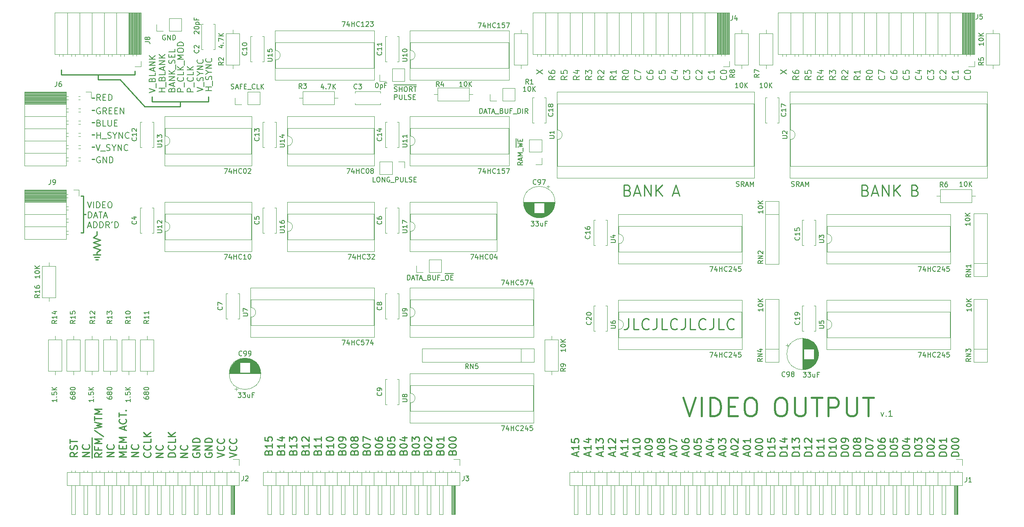
<source format=gto>
G04 #@! TF.GenerationSoftware,KiCad,Pcbnew,(7.0.0)*
G04 #@! TF.CreationDate,2024-03-28T20:34:17-07:00*
G04 #@! TF.ProjectId,video_output,76696465-6f5f-46f7-9574-7075742e6b69,rev?*
G04 #@! TF.SameCoordinates,Original*
G04 #@! TF.FileFunction,Legend,Top*
G04 #@! TF.FilePolarity,Positive*
%FSLAX46Y46*%
G04 Gerber Fmt 4.6, Leading zero omitted, Abs format (unit mm)*
G04 Created by KiCad (PCBNEW (7.0.0)) date 2024-03-28 20:34:17*
%MOMM*%
%LPD*%
G01*
G04 APERTURE LIST*
%ADD10C,0.254000*%
%ADD11C,0.203200*%
%ADD12C,0.381000*%
%ADD13C,0.152400*%
%ADD14C,0.150000*%
%ADD15C,0.250000*%
%ADD16C,0.120000*%
%ADD17R,1.600000X1.600000*%
%ADD18O,1.600000X1.600000*%
%ADD19C,1.600000*%
%ADD20R,1.700000X1.700000*%
%ADD21O,1.700000X1.700000*%
G04 APERTURE END LIST*
D10*
X77216000Y-69342000D02*
X88900000Y-69342000D01*
X66548000Y-98044000D02*
X65024000Y-98552000D01*
X66548000Y-100076000D02*
X65786000Y-100584000D01*
X75692000Y-70358000D02*
X70612000Y-64770000D01*
X64770000Y-73660000D02*
X65278000Y-73660000D01*
X64770000Y-81280000D02*
X65278000Y-81280000D01*
X66294000Y-101600000D02*
X65278000Y-101600000D01*
X83058000Y-69342000D02*
X83058000Y-70358000D01*
X73660000Y-63754000D02*
X73660000Y-62992000D01*
X66040000Y-102108000D02*
X65532000Y-102108000D01*
X66548000Y-99060000D02*
X65024000Y-99568000D01*
X62992000Y-88900000D02*
X62992000Y-96520000D01*
X83058000Y-70358000D02*
X75692000Y-70358000D01*
X65786000Y-96266000D02*
X65786000Y-97028000D01*
X63500000Y-92710000D02*
X62992000Y-92710000D01*
X64770000Y-78740000D02*
X65278000Y-78740000D01*
X65786000Y-100584000D02*
X65786000Y-101092000D01*
X64770000Y-68580000D02*
X65278000Y-68580000D01*
X62992000Y-96520000D02*
X62484000Y-96520000D01*
X65024000Y-97536000D02*
X66548000Y-98044000D01*
X58420000Y-62738000D02*
X58420000Y-63754000D01*
X65024000Y-99568000D02*
X66548000Y-100076000D01*
X65024000Y-98552000D02*
X66548000Y-99060000D01*
X58420000Y-63754000D02*
X73660000Y-63754000D01*
X88900000Y-69342000D02*
X88900000Y-68326000D01*
X66040000Y-64770000D02*
X66040000Y-63754000D01*
X66548000Y-101092000D02*
X65024000Y-101092000D01*
X77216000Y-68326000D02*
X77216000Y-69342000D01*
X64770000Y-71120000D02*
X65278000Y-71120000D01*
X64770000Y-76200000D02*
X65278000Y-76200000D01*
X65786000Y-97028000D02*
X65024000Y-97536000D01*
X62992000Y-88900000D02*
X62484000Y-88900000D01*
X70612000Y-64770000D02*
X66040000Y-64770000D01*
D11*
X173459623Y-63995904D02*
X172854861Y-64419238D01*
X173459623Y-64721619D02*
X172189623Y-64721619D01*
X172189623Y-64721619D02*
X172189623Y-64237809D01*
X172189623Y-64237809D02*
X172250100Y-64116857D01*
X172250100Y-64116857D02*
X172310576Y-64056380D01*
X172310576Y-64056380D02*
X172431528Y-63995904D01*
X172431528Y-63995904D02*
X172612957Y-63995904D01*
X172612957Y-63995904D02*
X172733909Y-64056380D01*
X172733909Y-64056380D02*
X172794385Y-64116857D01*
X172794385Y-64116857D02*
X172854861Y-64237809D01*
X172854861Y-64237809D02*
X172854861Y-64721619D01*
X173459623Y-62786380D02*
X173459623Y-63512095D01*
X173459623Y-63149238D02*
X172189623Y-63149238D01*
X172189623Y-63149238D02*
X172371052Y-63270190D01*
X172371052Y-63270190D02*
X172492004Y-63391142D01*
X172492004Y-63391142D02*
X172552480Y-63512095D01*
X186038671Y-63995904D02*
X186099147Y-64056380D01*
X186099147Y-64056380D02*
X186159623Y-64237809D01*
X186159623Y-64237809D02*
X186159623Y-64358761D01*
X186159623Y-64358761D02*
X186099147Y-64540190D01*
X186099147Y-64540190D02*
X185978195Y-64661142D01*
X185978195Y-64661142D02*
X185857242Y-64721619D01*
X185857242Y-64721619D02*
X185615338Y-64782095D01*
X185615338Y-64782095D02*
X185433909Y-64782095D01*
X185433909Y-64782095D02*
X185192004Y-64721619D01*
X185192004Y-64721619D02*
X185071052Y-64661142D01*
X185071052Y-64661142D02*
X184950100Y-64540190D01*
X184950100Y-64540190D02*
X184889623Y-64358761D01*
X184889623Y-64358761D02*
X184889623Y-64237809D01*
X184889623Y-64237809D02*
X184950100Y-64056380D01*
X184950100Y-64056380D02*
X185010576Y-63995904D01*
X185312957Y-62907333D02*
X186159623Y-62907333D01*
X184829147Y-63209714D02*
X185736290Y-63512095D01*
X185736290Y-63512095D02*
X185736290Y-62725904D01*
D12*
X187306857Y-130742871D02*
X188576857Y-134552871D01*
X188576857Y-134552871D02*
X189846857Y-130742871D01*
X191116856Y-134552871D02*
X191116856Y-130742871D01*
X192931142Y-134552871D02*
X192931142Y-130742871D01*
X192931142Y-130742871D02*
X193838285Y-130742871D01*
X193838285Y-130742871D02*
X194382571Y-130924300D01*
X194382571Y-130924300D02*
X194745428Y-131287157D01*
X194745428Y-131287157D02*
X194926857Y-131650014D01*
X194926857Y-131650014D02*
X195108285Y-132375728D01*
X195108285Y-132375728D02*
X195108285Y-132920014D01*
X195108285Y-132920014D02*
X194926857Y-133645728D01*
X194926857Y-133645728D02*
X194745428Y-134008585D01*
X194745428Y-134008585D02*
X194382571Y-134371442D01*
X194382571Y-134371442D02*
X193838285Y-134552871D01*
X193838285Y-134552871D02*
X192931142Y-134552871D01*
X196741142Y-132557157D02*
X198011142Y-132557157D01*
X198555428Y-134552871D02*
X196741142Y-134552871D01*
X196741142Y-134552871D02*
X196741142Y-130742871D01*
X196741142Y-130742871D02*
X198555428Y-130742871D01*
X200914000Y-130742871D02*
X201639714Y-130742871D01*
X201639714Y-130742871D02*
X202002571Y-130924300D01*
X202002571Y-130924300D02*
X202365428Y-131287157D01*
X202365428Y-131287157D02*
X202546857Y-132012871D01*
X202546857Y-132012871D02*
X202546857Y-133282871D01*
X202546857Y-133282871D02*
X202365428Y-134008585D01*
X202365428Y-134008585D02*
X202002571Y-134371442D01*
X202002571Y-134371442D02*
X201639714Y-134552871D01*
X201639714Y-134552871D02*
X200914000Y-134552871D01*
X200914000Y-134552871D02*
X200551143Y-134371442D01*
X200551143Y-134371442D02*
X200188285Y-134008585D01*
X200188285Y-134008585D02*
X200006857Y-133282871D01*
X200006857Y-133282871D02*
X200006857Y-132012871D01*
X200006857Y-132012871D02*
X200188285Y-131287157D01*
X200188285Y-131287157D02*
X200551143Y-130924300D01*
X200551143Y-130924300D02*
X200914000Y-130742871D01*
X207191429Y-130742871D02*
X207917143Y-130742871D01*
X207917143Y-130742871D02*
X208280000Y-130924300D01*
X208280000Y-130924300D02*
X208642857Y-131287157D01*
X208642857Y-131287157D02*
X208824286Y-132012871D01*
X208824286Y-132012871D02*
X208824286Y-133282871D01*
X208824286Y-133282871D02*
X208642857Y-134008585D01*
X208642857Y-134008585D02*
X208280000Y-134371442D01*
X208280000Y-134371442D02*
X207917143Y-134552871D01*
X207917143Y-134552871D02*
X207191429Y-134552871D01*
X207191429Y-134552871D02*
X206828572Y-134371442D01*
X206828572Y-134371442D02*
X206465714Y-134008585D01*
X206465714Y-134008585D02*
X206284286Y-133282871D01*
X206284286Y-133282871D02*
X206284286Y-132012871D01*
X206284286Y-132012871D02*
X206465714Y-131287157D01*
X206465714Y-131287157D02*
X206828572Y-130924300D01*
X206828572Y-130924300D02*
X207191429Y-130742871D01*
X210457143Y-130742871D02*
X210457143Y-133827157D01*
X210457143Y-133827157D02*
X210638572Y-134190014D01*
X210638572Y-134190014D02*
X210820001Y-134371442D01*
X210820001Y-134371442D02*
X211182858Y-134552871D01*
X211182858Y-134552871D02*
X211908572Y-134552871D01*
X211908572Y-134552871D02*
X212271429Y-134371442D01*
X212271429Y-134371442D02*
X212452858Y-134190014D01*
X212452858Y-134190014D02*
X212634286Y-133827157D01*
X212634286Y-133827157D02*
X212634286Y-130742871D01*
X213904287Y-130742871D02*
X216081430Y-130742871D01*
X214992858Y-134552871D02*
X214992858Y-130742871D01*
X217351429Y-134552871D02*
X217351429Y-130742871D01*
X217351429Y-130742871D02*
X218802858Y-130742871D01*
X218802858Y-130742871D02*
X219165715Y-130924300D01*
X219165715Y-130924300D02*
X219347144Y-131105728D01*
X219347144Y-131105728D02*
X219528572Y-131468585D01*
X219528572Y-131468585D02*
X219528572Y-132012871D01*
X219528572Y-132012871D02*
X219347144Y-132375728D01*
X219347144Y-132375728D02*
X219165715Y-132557157D01*
X219165715Y-132557157D02*
X218802858Y-132738585D01*
X218802858Y-132738585D02*
X217351429Y-132738585D01*
X221161429Y-130742871D02*
X221161429Y-133827157D01*
X221161429Y-133827157D02*
X221342858Y-134190014D01*
X221342858Y-134190014D02*
X221524287Y-134371442D01*
X221524287Y-134371442D02*
X221887144Y-134552871D01*
X221887144Y-134552871D02*
X222612858Y-134552871D01*
X222612858Y-134552871D02*
X222975715Y-134371442D01*
X222975715Y-134371442D02*
X223157144Y-134190014D01*
X223157144Y-134190014D02*
X223338572Y-133827157D01*
X223338572Y-133827157D02*
X223338572Y-130742871D01*
X224608573Y-130742871D02*
X226785716Y-130742871D01*
X225697144Y-134552871D02*
X225697144Y-130742871D01*
D11*
X218925623Y-63995904D02*
X218320861Y-64419238D01*
X218925623Y-64721619D02*
X217655623Y-64721619D01*
X217655623Y-64721619D02*
X217655623Y-64237809D01*
X217655623Y-64237809D02*
X217716100Y-64116857D01*
X217716100Y-64116857D02*
X217776576Y-64056380D01*
X217776576Y-64056380D02*
X217897528Y-63995904D01*
X217897528Y-63995904D02*
X218078957Y-63995904D01*
X218078957Y-63995904D02*
X218199909Y-64056380D01*
X218199909Y-64056380D02*
X218260385Y-64116857D01*
X218260385Y-64116857D02*
X218320861Y-64237809D01*
X218320861Y-64237809D02*
X218320861Y-64721619D01*
X217655623Y-63572571D02*
X217655623Y-62786380D01*
X217655623Y-62786380D02*
X218139433Y-63209714D01*
X218139433Y-63209714D02*
X218139433Y-63028285D01*
X218139433Y-63028285D02*
X218199909Y-62907333D01*
X218199909Y-62907333D02*
X218260385Y-62846857D01*
X218260385Y-62846857D02*
X218381338Y-62786380D01*
X218381338Y-62786380D02*
X218683719Y-62786380D01*
X218683719Y-62786380D02*
X218804671Y-62846857D01*
X218804671Y-62846857D02*
X218865147Y-62907333D01*
X218865147Y-62907333D02*
X218925623Y-63028285D01*
X218925623Y-63028285D02*
X218925623Y-63391142D01*
X218925623Y-63391142D02*
X218865147Y-63512095D01*
X218865147Y-63512095D02*
X218804671Y-63572571D01*
X221465623Y-63995904D02*
X220860861Y-64419238D01*
X221465623Y-64721619D02*
X220195623Y-64721619D01*
X220195623Y-64721619D02*
X220195623Y-64237809D01*
X220195623Y-64237809D02*
X220256100Y-64116857D01*
X220256100Y-64116857D02*
X220316576Y-64056380D01*
X220316576Y-64056380D02*
X220437528Y-63995904D01*
X220437528Y-63995904D02*
X220618957Y-63995904D01*
X220618957Y-63995904D02*
X220739909Y-64056380D01*
X220739909Y-64056380D02*
X220800385Y-64116857D01*
X220800385Y-64116857D02*
X220860861Y-64237809D01*
X220860861Y-64237809D02*
X220860861Y-64721619D01*
X220316576Y-63512095D02*
X220256100Y-63451619D01*
X220256100Y-63451619D02*
X220195623Y-63330666D01*
X220195623Y-63330666D02*
X220195623Y-63028285D01*
X220195623Y-63028285D02*
X220256100Y-62907333D01*
X220256100Y-62907333D02*
X220316576Y-62846857D01*
X220316576Y-62846857D02*
X220437528Y-62786380D01*
X220437528Y-62786380D02*
X220558480Y-62786380D01*
X220558480Y-62786380D02*
X220739909Y-62846857D01*
X220739909Y-62846857D02*
X221465623Y-63572571D01*
X221465623Y-63572571D02*
X221465623Y-62786380D01*
X191118671Y-63995904D02*
X191179147Y-64056380D01*
X191179147Y-64056380D02*
X191239623Y-64237809D01*
X191239623Y-64237809D02*
X191239623Y-64358761D01*
X191239623Y-64358761D02*
X191179147Y-64540190D01*
X191179147Y-64540190D02*
X191058195Y-64661142D01*
X191058195Y-64661142D02*
X190937242Y-64721619D01*
X190937242Y-64721619D02*
X190695338Y-64782095D01*
X190695338Y-64782095D02*
X190513909Y-64782095D01*
X190513909Y-64782095D02*
X190272004Y-64721619D01*
X190272004Y-64721619D02*
X190151052Y-64661142D01*
X190151052Y-64661142D02*
X190030100Y-64540190D01*
X190030100Y-64540190D02*
X189969623Y-64358761D01*
X189969623Y-64358761D02*
X189969623Y-64237809D01*
X189969623Y-64237809D02*
X190030100Y-64056380D01*
X190030100Y-64056380D02*
X190090576Y-63995904D01*
X190090576Y-63512095D02*
X190030100Y-63451619D01*
X190030100Y-63451619D02*
X189969623Y-63330666D01*
X189969623Y-63330666D02*
X189969623Y-63028285D01*
X189969623Y-63028285D02*
X190030100Y-62907333D01*
X190030100Y-62907333D02*
X190090576Y-62846857D01*
X190090576Y-62846857D02*
X190211528Y-62786380D01*
X190211528Y-62786380D02*
X190332480Y-62786380D01*
X190332480Y-62786380D02*
X190513909Y-62846857D01*
X190513909Y-62846857D02*
X191239623Y-63572571D01*
X191239623Y-63572571D02*
X191239623Y-62786380D01*
X234044671Y-63995904D02*
X234105147Y-64056380D01*
X234105147Y-64056380D02*
X234165623Y-64237809D01*
X234165623Y-64237809D02*
X234165623Y-64358761D01*
X234165623Y-64358761D02*
X234105147Y-64540190D01*
X234105147Y-64540190D02*
X233984195Y-64661142D01*
X233984195Y-64661142D02*
X233863242Y-64721619D01*
X233863242Y-64721619D02*
X233621338Y-64782095D01*
X233621338Y-64782095D02*
X233439909Y-64782095D01*
X233439909Y-64782095D02*
X233198004Y-64721619D01*
X233198004Y-64721619D02*
X233077052Y-64661142D01*
X233077052Y-64661142D02*
X232956100Y-64540190D01*
X232956100Y-64540190D02*
X232895623Y-64358761D01*
X232895623Y-64358761D02*
X232895623Y-64237809D01*
X232895623Y-64237809D02*
X232956100Y-64056380D01*
X232956100Y-64056380D02*
X233016576Y-63995904D01*
X232895623Y-62846857D02*
X232895623Y-63451619D01*
X232895623Y-63451619D02*
X233500385Y-63512095D01*
X233500385Y-63512095D02*
X233439909Y-63451619D01*
X233439909Y-63451619D02*
X233379433Y-63330666D01*
X233379433Y-63330666D02*
X233379433Y-63028285D01*
X233379433Y-63028285D02*
X233439909Y-62907333D01*
X233439909Y-62907333D02*
X233500385Y-62846857D01*
X233500385Y-62846857D02*
X233621338Y-62786380D01*
X233621338Y-62786380D02*
X233923719Y-62786380D01*
X233923719Y-62786380D02*
X234044671Y-62846857D01*
X234044671Y-62846857D02*
X234105147Y-62907333D01*
X234105147Y-62907333D02*
X234165623Y-63028285D01*
X234165623Y-63028285D02*
X234165623Y-63330666D01*
X234165623Y-63330666D02*
X234105147Y-63451619D01*
X234105147Y-63451619D02*
X234044671Y-63512095D01*
X244204671Y-63995904D02*
X244265147Y-64056380D01*
X244265147Y-64056380D02*
X244325623Y-64237809D01*
X244325623Y-64237809D02*
X244325623Y-64358761D01*
X244325623Y-64358761D02*
X244265147Y-64540190D01*
X244265147Y-64540190D02*
X244144195Y-64661142D01*
X244144195Y-64661142D02*
X244023242Y-64721619D01*
X244023242Y-64721619D02*
X243781338Y-64782095D01*
X243781338Y-64782095D02*
X243599909Y-64782095D01*
X243599909Y-64782095D02*
X243358004Y-64721619D01*
X243358004Y-64721619D02*
X243237052Y-64661142D01*
X243237052Y-64661142D02*
X243116100Y-64540190D01*
X243116100Y-64540190D02*
X243055623Y-64358761D01*
X243055623Y-64358761D02*
X243055623Y-64237809D01*
X243055623Y-64237809D02*
X243116100Y-64056380D01*
X243116100Y-64056380D02*
X243176576Y-63995904D01*
X244325623Y-62786380D02*
X244325623Y-63512095D01*
X244325623Y-63149238D02*
X243055623Y-63149238D01*
X243055623Y-63149238D02*
X243237052Y-63270190D01*
X243237052Y-63270190D02*
X243358004Y-63391142D01*
X243358004Y-63391142D02*
X243418480Y-63512095D01*
X163299623Y-63995904D02*
X162694861Y-64419238D01*
X163299623Y-64721619D02*
X162029623Y-64721619D01*
X162029623Y-64721619D02*
X162029623Y-64237809D01*
X162029623Y-64237809D02*
X162090100Y-64116857D01*
X162090100Y-64116857D02*
X162150576Y-64056380D01*
X162150576Y-64056380D02*
X162271528Y-63995904D01*
X162271528Y-63995904D02*
X162452957Y-63995904D01*
X162452957Y-63995904D02*
X162573909Y-64056380D01*
X162573909Y-64056380D02*
X162634385Y-64116857D01*
X162634385Y-64116857D02*
X162694861Y-64237809D01*
X162694861Y-64237809D02*
X162694861Y-64721619D01*
X162029623Y-62846857D02*
X162029623Y-63451619D01*
X162029623Y-63451619D02*
X162634385Y-63512095D01*
X162634385Y-63512095D02*
X162573909Y-63451619D01*
X162573909Y-63451619D02*
X162513433Y-63330666D01*
X162513433Y-63330666D02*
X162513433Y-63028285D01*
X162513433Y-63028285D02*
X162573909Y-62907333D01*
X162573909Y-62907333D02*
X162634385Y-62846857D01*
X162634385Y-62846857D02*
X162755338Y-62786380D01*
X162755338Y-62786380D02*
X163057719Y-62786380D01*
X163057719Y-62786380D02*
X163178671Y-62846857D01*
X163178671Y-62846857D02*
X163239147Y-62907333D01*
X163239147Y-62907333D02*
X163299623Y-63028285D01*
X163299623Y-63028285D02*
X163299623Y-63330666D01*
X163299623Y-63330666D02*
X163239147Y-63451619D01*
X163239147Y-63451619D02*
X163178671Y-63512095D01*
X231504671Y-63995904D02*
X231565147Y-64056380D01*
X231565147Y-64056380D02*
X231625623Y-64237809D01*
X231625623Y-64237809D02*
X231625623Y-64358761D01*
X231625623Y-64358761D02*
X231565147Y-64540190D01*
X231565147Y-64540190D02*
X231444195Y-64661142D01*
X231444195Y-64661142D02*
X231323242Y-64721619D01*
X231323242Y-64721619D02*
X231081338Y-64782095D01*
X231081338Y-64782095D02*
X230899909Y-64782095D01*
X230899909Y-64782095D02*
X230658004Y-64721619D01*
X230658004Y-64721619D02*
X230537052Y-64661142D01*
X230537052Y-64661142D02*
X230416100Y-64540190D01*
X230416100Y-64540190D02*
X230355623Y-64358761D01*
X230355623Y-64358761D02*
X230355623Y-64237809D01*
X230355623Y-64237809D02*
X230416100Y-64056380D01*
X230416100Y-64056380D02*
X230476576Y-63995904D01*
X230355623Y-62907333D02*
X230355623Y-63149238D01*
X230355623Y-63149238D02*
X230416100Y-63270190D01*
X230416100Y-63270190D02*
X230476576Y-63330666D01*
X230476576Y-63330666D02*
X230658004Y-63451619D01*
X230658004Y-63451619D02*
X230899909Y-63512095D01*
X230899909Y-63512095D02*
X231383719Y-63512095D01*
X231383719Y-63512095D02*
X231504671Y-63451619D01*
X231504671Y-63451619D02*
X231565147Y-63391142D01*
X231565147Y-63391142D02*
X231625623Y-63270190D01*
X231625623Y-63270190D02*
X231625623Y-63028285D01*
X231625623Y-63028285D02*
X231565147Y-62907333D01*
X231565147Y-62907333D02*
X231504671Y-62846857D01*
X231504671Y-62846857D02*
X231383719Y-62786380D01*
X231383719Y-62786380D02*
X231081338Y-62786380D01*
X231081338Y-62786380D02*
X230960385Y-62846857D01*
X230960385Y-62846857D02*
X230899909Y-62907333D01*
X230899909Y-62907333D02*
X230839433Y-63028285D01*
X230839433Y-63028285D02*
X230839433Y-63270190D01*
X230839433Y-63270190D02*
X230899909Y-63391142D01*
X230899909Y-63391142D02*
X230960385Y-63451619D01*
X230960385Y-63451619D02*
X231081338Y-63512095D01*
X180958671Y-63995904D02*
X181019147Y-64056380D01*
X181019147Y-64056380D02*
X181079623Y-64237809D01*
X181079623Y-64237809D02*
X181079623Y-64358761D01*
X181079623Y-64358761D02*
X181019147Y-64540190D01*
X181019147Y-64540190D02*
X180898195Y-64661142D01*
X180898195Y-64661142D02*
X180777242Y-64721619D01*
X180777242Y-64721619D02*
X180535338Y-64782095D01*
X180535338Y-64782095D02*
X180353909Y-64782095D01*
X180353909Y-64782095D02*
X180112004Y-64721619D01*
X180112004Y-64721619D02*
X179991052Y-64661142D01*
X179991052Y-64661142D02*
X179870100Y-64540190D01*
X179870100Y-64540190D02*
X179809623Y-64358761D01*
X179809623Y-64358761D02*
X179809623Y-64237809D01*
X179809623Y-64237809D02*
X179870100Y-64056380D01*
X179870100Y-64056380D02*
X179930576Y-63995904D01*
X179809623Y-62907333D02*
X179809623Y-63149238D01*
X179809623Y-63149238D02*
X179870100Y-63270190D01*
X179870100Y-63270190D02*
X179930576Y-63330666D01*
X179930576Y-63330666D02*
X180112004Y-63451619D01*
X180112004Y-63451619D02*
X180353909Y-63512095D01*
X180353909Y-63512095D02*
X180837719Y-63512095D01*
X180837719Y-63512095D02*
X180958671Y-63451619D01*
X180958671Y-63451619D02*
X181019147Y-63391142D01*
X181019147Y-63391142D02*
X181079623Y-63270190D01*
X181079623Y-63270190D02*
X181079623Y-63028285D01*
X181079623Y-63028285D02*
X181019147Y-62907333D01*
X181019147Y-62907333D02*
X180958671Y-62846857D01*
X180958671Y-62846857D02*
X180837719Y-62786380D01*
X180837719Y-62786380D02*
X180535338Y-62786380D01*
X180535338Y-62786380D02*
X180414385Y-62846857D01*
X180414385Y-62846857D02*
X180353909Y-62907333D01*
X180353909Y-62907333D02*
X180293433Y-63028285D01*
X180293433Y-63028285D02*
X180293433Y-63270190D01*
X180293433Y-63270190D02*
X180353909Y-63391142D01*
X180353909Y-63391142D02*
X180414385Y-63451619D01*
X180414385Y-63451619D02*
X180535338Y-63512095D01*
D10*
X225080285Y-87713094D02*
X225406857Y-87821951D01*
X225406857Y-87821951D02*
X225515714Y-87930808D01*
X225515714Y-87930808D02*
X225624571Y-88148522D01*
X225624571Y-88148522D02*
X225624571Y-88475094D01*
X225624571Y-88475094D02*
X225515714Y-88692808D01*
X225515714Y-88692808D02*
X225406857Y-88801665D01*
X225406857Y-88801665D02*
X225189142Y-88910522D01*
X225189142Y-88910522D02*
X224318285Y-88910522D01*
X224318285Y-88910522D02*
X224318285Y-86624522D01*
X224318285Y-86624522D02*
X225080285Y-86624522D01*
X225080285Y-86624522D02*
X225298000Y-86733380D01*
X225298000Y-86733380D02*
X225406857Y-86842237D01*
X225406857Y-86842237D02*
X225515714Y-87059951D01*
X225515714Y-87059951D02*
X225515714Y-87277665D01*
X225515714Y-87277665D02*
X225406857Y-87495380D01*
X225406857Y-87495380D02*
X225298000Y-87604237D01*
X225298000Y-87604237D02*
X225080285Y-87713094D01*
X225080285Y-87713094D02*
X224318285Y-87713094D01*
X226495428Y-88257380D02*
X227584000Y-88257380D01*
X226277714Y-88910522D02*
X227039714Y-86624522D01*
X227039714Y-86624522D02*
X227801714Y-88910522D01*
X228563714Y-88910522D02*
X228563714Y-86624522D01*
X228563714Y-86624522D02*
X229870000Y-88910522D01*
X229870000Y-88910522D02*
X229870000Y-86624522D01*
X230958571Y-88910522D02*
X230958571Y-86624522D01*
X232264857Y-88910522D02*
X231285143Y-87604237D01*
X232264857Y-86624522D02*
X230958571Y-87930808D01*
X235378171Y-87713094D02*
X235704743Y-87821951D01*
X235704743Y-87821951D02*
X235813600Y-87930808D01*
X235813600Y-87930808D02*
X235922457Y-88148522D01*
X235922457Y-88148522D02*
X235922457Y-88475094D01*
X235922457Y-88475094D02*
X235813600Y-88692808D01*
X235813600Y-88692808D02*
X235704743Y-88801665D01*
X235704743Y-88801665D02*
X235487028Y-88910522D01*
X235487028Y-88910522D02*
X234616171Y-88910522D01*
X234616171Y-88910522D02*
X234616171Y-86624522D01*
X234616171Y-86624522D02*
X235378171Y-86624522D01*
X235378171Y-86624522D02*
X235595886Y-86733380D01*
X235595886Y-86733380D02*
X235704743Y-86842237D01*
X235704743Y-86842237D02*
X235813600Y-87059951D01*
X235813600Y-87059951D02*
X235813600Y-87277665D01*
X235813600Y-87277665D02*
X235704743Y-87495380D01*
X235704743Y-87495380D02*
X235595886Y-87604237D01*
X235595886Y-87604237D02*
X235378171Y-87713094D01*
X235378171Y-87713094D02*
X234616171Y-87713094D01*
D11*
X65652952Y-78209623D02*
X66076285Y-79479623D01*
X66076285Y-79479623D02*
X66499619Y-78209623D01*
X66620571Y-79600576D02*
X67588190Y-79600576D01*
X67830094Y-79419147D02*
X68011523Y-79479623D01*
X68011523Y-79479623D02*
X68313904Y-79479623D01*
X68313904Y-79479623D02*
X68434856Y-79419147D01*
X68434856Y-79419147D02*
X68495332Y-79358671D01*
X68495332Y-79358671D02*
X68555809Y-79237719D01*
X68555809Y-79237719D02*
X68555809Y-79116766D01*
X68555809Y-79116766D02*
X68495332Y-78995814D01*
X68495332Y-78995814D02*
X68434856Y-78935338D01*
X68434856Y-78935338D02*
X68313904Y-78874861D01*
X68313904Y-78874861D02*
X68071999Y-78814385D01*
X68071999Y-78814385D02*
X67951047Y-78753909D01*
X67951047Y-78753909D02*
X67890570Y-78693433D01*
X67890570Y-78693433D02*
X67830094Y-78572480D01*
X67830094Y-78572480D02*
X67830094Y-78451528D01*
X67830094Y-78451528D02*
X67890570Y-78330576D01*
X67890570Y-78330576D02*
X67951047Y-78270100D01*
X67951047Y-78270100D02*
X68071999Y-78209623D01*
X68071999Y-78209623D02*
X68374380Y-78209623D01*
X68374380Y-78209623D02*
X68555809Y-78270100D01*
X69341999Y-78874861D02*
X69341999Y-79479623D01*
X68918666Y-78209623D02*
X69341999Y-78874861D01*
X69341999Y-78874861D02*
X69765333Y-78209623D01*
X70188665Y-79479623D02*
X70188665Y-78209623D01*
X70188665Y-78209623D02*
X70914380Y-79479623D01*
X70914380Y-79479623D02*
X70914380Y-78209623D01*
X72244856Y-79358671D02*
X72184380Y-79419147D01*
X72184380Y-79419147D02*
X72002951Y-79479623D01*
X72002951Y-79479623D02*
X71881999Y-79479623D01*
X71881999Y-79479623D02*
X71700570Y-79419147D01*
X71700570Y-79419147D02*
X71579618Y-79298195D01*
X71579618Y-79298195D02*
X71519141Y-79177242D01*
X71519141Y-79177242D02*
X71458665Y-78935338D01*
X71458665Y-78935338D02*
X71458665Y-78753909D01*
X71458665Y-78753909D02*
X71519141Y-78512004D01*
X71519141Y-78512004D02*
X71579618Y-78391052D01*
X71579618Y-78391052D02*
X71700570Y-78270100D01*
X71700570Y-78270100D02*
X71881999Y-78209623D01*
X71881999Y-78209623D02*
X72002951Y-78209623D01*
X72002951Y-78209623D02*
X72184380Y-78270100D01*
X72184380Y-78270100D02*
X72244856Y-78330576D01*
X65834380Y-76939623D02*
X65834380Y-75669623D01*
X65834380Y-76274385D02*
X66560095Y-76274385D01*
X66560095Y-76939623D02*
X66560095Y-75669623D01*
X66862476Y-77060576D02*
X67830095Y-77060576D01*
X68071999Y-76879147D02*
X68253428Y-76939623D01*
X68253428Y-76939623D02*
X68555809Y-76939623D01*
X68555809Y-76939623D02*
X68676761Y-76879147D01*
X68676761Y-76879147D02*
X68737237Y-76818671D01*
X68737237Y-76818671D02*
X68797714Y-76697719D01*
X68797714Y-76697719D02*
X68797714Y-76576766D01*
X68797714Y-76576766D02*
X68737237Y-76455814D01*
X68737237Y-76455814D02*
X68676761Y-76395338D01*
X68676761Y-76395338D02*
X68555809Y-76334861D01*
X68555809Y-76334861D02*
X68313904Y-76274385D01*
X68313904Y-76274385D02*
X68192952Y-76213909D01*
X68192952Y-76213909D02*
X68132475Y-76153433D01*
X68132475Y-76153433D02*
X68071999Y-76032480D01*
X68071999Y-76032480D02*
X68071999Y-75911528D01*
X68071999Y-75911528D02*
X68132475Y-75790576D01*
X68132475Y-75790576D02*
X68192952Y-75730100D01*
X68192952Y-75730100D02*
X68313904Y-75669623D01*
X68313904Y-75669623D02*
X68616285Y-75669623D01*
X68616285Y-75669623D02*
X68797714Y-75730100D01*
X69583904Y-76334861D02*
X69583904Y-76939623D01*
X69160571Y-75669623D02*
X69583904Y-76334861D01*
X69583904Y-76334861D02*
X70007238Y-75669623D01*
X70430570Y-76939623D02*
X70430570Y-75669623D01*
X70430570Y-75669623D02*
X71156285Y-76939623D01*
X71156285Y-76939623D02*
X71156285Y-75669623D01*
X72486761Y-76818671D02*
X72426285Y-76879147D01*
X72426285Y-76879147D02*
X72244856Y-76939623D01*
X72244856Y-76939623D02*
X72123904Y-76939623D01*
X72123904Y-76939623D02*
X71942475Y-76879147D01*
X71942475Y-76879147D02*
X71821523Y-76758195D01*
X71821523Y-76758195D02*
X71761046Y-76637242D01*
X71761046Y-76637242D02*
X71700570Y-76395338D01*
X71700570Y-76395338D02*
X71700570Y-76213909D01*
X71700570Y-76213909D02*
X71761046Y-75972004D01*
X71761046Y-75972004D02*
X71821523Y-75851052D01*
X71821523Y-75851052D02*
X71942475Y-75730100D01*
X71942475Y-75730100D02*
X72123904Y-75669623D01*
X72123904Y-75669623D02*
X72244856Y-75669623D01*
X72244856Y-75669623D02*
X72426285Y-75730100D01*
X72426285Y-75730100D02*
X72486761Y-75790576D01*
X63874952Y-90096823D02*
X64298285Y-91366823D01*
X64298285Y-91366823D02*
X64721619Y-90096823D01*
X65144951Y-91366823D02*
X65144951Y-90096823D01*
X65749713Y-91366823D02*
X65749713Y-90096823D01*
X65749713Y-90096823D02*
X66052094Y-90096823D01*
X66052094Y-90096823D02*
X66233523Y-90157300D01*
X66233523Y-90157300D02*
X66354475Y-90278252D01*
X66354475Y-90278252D02*
X66414952Y-90399204D01*
X66414952Y-90399204D02*
X66475428Y-90641109D01*
X66475428Y-90641109D02*
X66475428Y-90822538D01*
X66475428Y-90822538D02*
X66414952Y-91064442D01*
X66414952Y-91064442D02*
X66354475Y-91185395D01*
X66354475Y-91185395D02*
X66233523Y-91306347D01*
X66233523Y-91306347D02*
X66052094Y-91366823D01*
X66052094Y-91366823D02*
X65749713Y-91366823D01*
X67019713Y-90701585D02*
X67443047Y-90701585D01*
X67624475Y-91366823D02*
X67019713Y-91366823D01*
X67019713Y-91366823D02*
X67019713Y-90096823D01*
X67019713Y-90096823D02*
X67624475Y-90096823D01*
X68410666Y-90096823D02*
X68652571Y-90096823D01*
X68652571Y-90096823D02*
X68773523Y-90157300D01*
X68773523Y-90157300D02*
X68894476Y-90278252D01*
X68894476Y-90278252D02*
X68954952Y-90520157D01*
X68954952Y-90520157D02*
X68954952Y-90943490D01*
X68954952Y-90943490D02*
X68894476Y-91185395D01*
X68894476Y-91185395D02*
X68773523Y-91306347D01*
X68773523Y-91306347D02*
X68652571Y-91366823D01*
X68652571Y-91366823D02*
X68410666Y-91366823D01*
X68410666Y-91366823D02*
X68289714Y-91306347D01*
X68289714Y-91306347D02*
X68168761Y-91185395D01*
X68168761Y-91185395D02*
X68108285Y-90943490D01*
X68108285Y-90943490D02*
X68108285Y-90520157D01*
X68108285Y-90520157D02*
X68168761Y-90278252D01*
X68168761Y-90278252D02*
X68289714Y-90157300D01*
X68289714Y-90157300D02*
X68410666Y-90096823D01*
X64056380Y-93424223D02*
X64056380Y-92154223D01*
X64056380Y-92154223D02*
X64358761Y-92154223D01*
X64358761Y-92154223D02*
X64540190Y-92214700D01*
X64540190Y-92214700D02*
X64661142Y-92335652D01*
X64661142Y-92335652D02*
X64721619Y-92456604D01*
X64721619Y-92456604D02*
X64782095Y-92698509D01*
X64782095Y-92698509D02*
X64782095Y-92879938D01*
X64782095Y-92879938D02*
X64721619Y-93121842D01*
X64721619Y-93121842D02*
X64661142Y-93242795D01*
X64661142Y-93242795D02*
X64540190Y-93363747D01*
X64540190Y-93363747D02*
X64358761Y-93424223D01*
X64358761Y-93424223D02*
X64056380Y-93424223D01*
X65265904Y-93061366D02*
X65870666Y-93061366D01*
X65144952Y-93424223D02*
X65568285Y-92154223D01*
X65568285Y-92154223D02*
X65991619Y-93424223D01*
X66233523Y-92154223D02*
X66959237Y-92154223D01*
X66596380Y-93424223D02*
X66596380Y-92154223D01*
X67322094Y-93061366D02*
X67926856Y-93061366D01*
X67201142Y-93424223D02*
X67624475Y-92154223D01*
X67624475Y-92154223D02*
X68047809Y-93424223D01*
X63995904Y-95118766D02*
X64600666Y-95118766D01*
X63874952Y-95481623D02*
X64298285Y-94211623D01*
X64298285Y-94211623D02*
X64721619Y-95481623D01*
X65144951Y-95481623D02*
X65144951Y-94211623D01*
X65144951Y-94211623D02*
X65447332Y-94211623D01*
X65447332Y-94211623D02*
X65628761Y-94272100D01*
X65628761Y-94272100D02*
X65749713Y-94393052D01*
X65749713Y-94393052D02*
X65810190Y-94514004D01*
X65810190Y-94514004D02*
X65870666Y-94755909D01*
X65870666Y-94755909D02*
X65870666Y-94937338D01*
X65870666Y-94937338D02*
X65810190Y-95179242D01*
X65810190Y-95179242D02*
X65749713Y-95300195D01*
X65749713Y-95300195D02*
X65628761Y-95421147D01*
X65628761Y-95421147D02*
X65447332Y-95481623D01*
X65447332Y-95481623D02*
X65144951Y-95481623D01*
X66414951Y-95481623D02*
X66414951Y-94211623D01*
X66414951Y-94211623D02*
X66717332Y-94211623D01*
X66717332Y-94211623D02*
X66898761Y-94272100D01*
X66898761Y-94272100D02*
X67019713Y-94393052D01*
X67019713Y-94393052D02*
X67080190Y-94514004D01*
X67080190Y-94514004D02*
X67140666Y-94755909D01*
X67140666Y-94755909D02*
X67140666Y-94937338D01*
X67140666Y-94937338D02*
X67080190Y-95179242D01*
X67080190Y-95179242D02*
X67019713Y-95300195D01*
X67019713Y-95300195D02*
X66898761Y-95421147D01*
X66898761Y-95421147D02*
X66717332Y-95481623D01*
X66717332Y-95481623D02*
X66414951Y-95481623D01*
X68410666Y-95481623D02*
X67987332Y-94876861D01*
X67684951Y-95481623D02*
X67684951Y-94211623D01*
X67684951Y-94211623D02*
X68168761Y-94211623D01*
X68168761Y-94211623D02*
X68289713Y-94272100D01*
X68289713Y-94272100D02*
X68350190Y-94332576D01*
X68350190Y-94332576D02*
X68410666Y-94453528D01*
X68410666Y-94453528D02*
X68410666Y-94634957D01*
X68410666Y-94634957D02*
X68350190Y-94755909D01*
X68350190Y-94755909D02*
X68289713Y-94816385D01*
X68289713Y-94816385D02*
X68168761Y-94876861D01*
X68168761Y-94876861D02*
X67684951Y-94876861D01*
X69015428Y-94211623D02*
X68894475Y-94453528D01*
X69559713Y-95481623D02*
X69559713Y-94211623D01*
X69559713Y-94211623D02*
X69862094Y-94211623D01*
X69862094Y-94211623D02*
X70043523Y-94272100D01*
X70043523Y-94272100D02*
X70164475Y-94393052D01*
X70164475Y-94393052D02*
X70224952Y-94514004D01*
X70224952Y-94514004D02*
X70285428Y-94755909D01*
X70285428Y-94755909D02*
X70285428Y-94937338D01*
X70285428Y-94937338D02*
X70224952Y-95179242D01*
X70224952Y-95179242D02*
X70164475Y-95300195D01*
X70164475Y-95300195D02*
X70043523Y-95421147D01*
X70043523Y-95421147D02*
X69862094Y-95481623D01*
X69862094Y-95481623D02*
X69559713Y-95481623D01*
X89639623Y-67007619D02*
X88369623Y-67007619D01*
X88974385Y-67007619D02*
X88974385Y-66281904D01*
X89639623Y-66281904D02*
X88369623Y-66281904D01*
X89760576Y-65979524D02*
X89760576Y-65011904D01*
X89579147Y-64770000D02*
X89639623Y-64588571D01*
X89639623Y-64588571D02*
X89639623Y-64286190D01*
X89639623Y-64286190D02*
X89579147Y-64165238D01*
X89579147Y-64165238D02*
X89518671Y-64104762D01*
X89518671Y-64104762D02*
X89397719Y-64044285D01*
X89397719Y-64044285D02*
X89276766Y-64044285D01*
X89276766Y-64044285D02*
X89155814Y-64104762D01*
X89155814Y-64104762D02*
X89095338Y-64165238D01*
X89095338Y-64165238D02*
X89034861Y-64286190D01*
X89034861Y-64286190D02*
X88974385Y-64528095D01*
X88974385Y-64528095D02*
X88913909Y-64649047D01*
X88913909Y-64649047D02*
X88853433Y-64709524D01*
X88853433Y-64709524D02*
X88732480Y-64770000D01*
X88732480Y-64770000D02*
X88611528Y-64770000D01*
X88611528Y-64770000D02*
X88490576Y-64709524D01*
X88490576Y-64709524D02*
X88430100Y-64649047D01*
X88430100Y-64649047D02*
X88369623Y-64528095D01*
X88369623Y-64528095D02*
X88369623Y-64225714D01*
X88369623Y-64225714D02*
X88430100Y-64044285D01*
X89034861Y-63258095D02*
X89639623Y-63258095D01*
X88369623Y-63681428D02*
X89034861Y-63258095D01*
X89034861Y-63258095D02*
X88369623Y-62834761D01*
X89639623Y-62411429D02*
X88369623Y-62411429D01*
X88369623Y-62411429D02*
X89639623Y-61685714D01*
X89639623Y-61685714D02*
X88369623Y-61685714D01*
X89518671Y-60355238D02*
X89579147Y-60415714D01*
X89579147Y-60415714D02*
X89639623Y-60597143D01*
X89639623Y-60597143D02*
X89639623Y-60718095D01*
X89639623Y-60718095D02*
X89579147Y-60899524D01*
X89579147Y-60899524D02*
X89458195Y-61020476D01*
X89458195Y-61020476D02*
X89337242Y-61080953D01*
X89337242Y-61080953D02*
X89095338Y-61141429D01*
X89095338Y-61141429D02*
X88913909Y-61141429D01*
X88913909Y-61141429D02*
X88672004Y-61080953D01*
X88672004Y-61080953D02*
X88551052Y-61020476D01*
X88551052Y-61020476D02*
X88430100Y-60899524D01*
X88430100Y-60899524D02*
X88369623Y-60718095D01*
X88369623Y-60718095D02*
X88369623Y-60597143D01*
X88369623Y-60597143D02*
X88430100Y-60415714D01*
X88430100Y-60415714D02*
X88490576Y-60355238D01*
X224005623Y-63995904D02*
X223400861Y-64419238D01*
X224005623Y-64721619D02*
X222735623Y-64721619D01*
X222735623Y-64721619D02*
X222735623Y-64237809D01*
X222735623Y-64237809D02*
X222796100Y-64116857D01*
X222796100Y-64116857D02*
X222856576Y-64056380D01*
X222856576Y-64056380D02*
X222977528Y-63995904D01*
X222977528Y-63995904D02*
X223158957Y-63995904D01*
X223158957Y-63995904D02*
X223279909Y-64056380D01*
X223279909Y-64056380D02*
X223340385Y-64116857D01*
X223340385Y-64116857D02*
X223400861Y-64237809D01*
X223400861Y-64237809D02*
X223400861Y-64721619D01*
X224005623Y-62786380D02*
X224005623Y-63512095D01*
X224005623Y-63149238D02*
X222735623Y-63149238D01*
X222735623Y-63149238D02*
X222917052Y-63270190D01*
X222917052Y-63270190D02*
X223038004Y-63391142D01*
X223038004Y-63391142D02*
X223098480Y-63512095D01*
X85829623Y-67261619D02*
X84559623Y-67261619D01*
X84559623Y-67261619D02*
X84559623Y-66777809D01*
X84559623Y-66777809D02*
X84620100Y-66656857D01*
X84620100Y-66656857D02*
X84680576Y-66596380D01*
X84680576Y-66596380D02*
X84801528Y-66535904D01*
X84801528Y-66535904D02*
X84982957Y-66535904D01*
X84982957Y-66535904D02*
X85103909Y-66596380D01*
X85103909Y-66596380D02*
X85164385Y-66656857D01*
X85164385Y-66656857D02*
X85224861Y-66777809D01*
X85224861Y-66777809D02*
X85224861Y-67261619D01*
X85950576Y-66294000D02*
X85950576Y-65326380D01*
X85708671Y-64298285D02*
X85769147Y-64358761D01*
X85769147Y-64358761D02*
X85829623Y-64540190D01*
X85829623Y-64540190D02*
X85829623Y-64661142D01*
X85829623Y-64661142D02*
X85769147Y-64842571D01*
X85769147Y-64842571D02*
X85648195Y-64963523D01*
X85648195Y-64963523D02*
X85527242Y-65024000D01*
X85527242Y-65024000D02*
X85285338Y-65084476D01*
X85285338Y-65084476D02*
X85103909Y-65084476D01*
X85103909Y-65084476D02*
X84862004Y-65024000D01*
X84862004Y-65024000D02*
X84741052Y-64963523D01*
X84741052Y-64963523D02*
X84620100Y-64842571D01*
X84620100Y-64842571D02*
X84559623Y-64661142D01*
X84559623Y-64661142D02*
X84559623Y-64540190D01*
X84559623Y-64540190D02*
X84620100Y-64358761D01*
X84620100Y-64358761D02*
X84680576Y-64298285D01*
X85829623Y-63149238D02*
X85829623Y-63754000D01*
X85829623Y-63754000D02*
X84559623Y-63754000D01*
X85829623Y-62725905D02*
X84559623Y-62725905D01*
X85829623Y-62000190D02*
X85103909Y-62544476D01*
X84559623Y-62000190D02*
X85285338Y-62725905D01*
X211305623Y-63995904D02*
X210700861Y-64419238D01*
X211305623Y-64721619D02*
X210035623Y-64721619D01*
X210035623Y-64721619D02*
X210035623Y-64237809D01*
X210035623Y-64237809D02*
X210096100Y-64116857D01*
X210096100Y-64116857D02*
X210156576Y-64056380D01*
X210156576Y-64056380D02*
X210277528Y-63995904D01*
X210277528Y-63995904D02*
X210458957Y-63995904D01*
X210458957Y-63995904D02*
X210579909Y-64056380D01*
X210579909Y-64056380D02*
X210640385Y-64116857D01*
X210640385Y-64116857D02*
X210700861Y-64237809D01*
X210700861Y-64237809D02*
X210700861Y-64721619D01*
X210035623Y-62907333D02*
X210035623Y-63149238D01*
X210035623Y-63149238D02*
X210096100Y-63270190D01*
X210096100Y-63270190D02*
X210156576Y-63330666D01*
X210156576Y-63330666D02*
X210338004Y-63451619D01*
X210338004Y-63451619D02*
X210579909Y-63512095D01*
X210579909Y-63512095D02*
X211063719Y-63512095D01*
X211063719Y-63512095D02*
X211184671Y-63451619D01*
X211184671Y-63451619D02*
X211245147Y-63391142D01*
X211245147Y-63391142D02*
X211305623Y-63270190D01*
X211305623Y-63270190D02*
X211305623Y-63028285D01*
X211305623Y-63028285D02*
X211245147Y-62907333D01*
X211245147Y-62907333D02*
X211184671Y-62846857D01*
X211184671Y-62846857D02*
X211063719Y-62786380D01*
X211063719Y-62786380D02*
X210761338Y-62786380D01*
X210761338Y-62786380D02*
X210640385Y-62846857D01*
X210640385Y-62846857D02*
X210579909Y-62907333D01*
X210579909Y-62907333D02*
X210519433Y-63028285D01*
X210519433Y-63028285D02*
X210519433Y-63270190D01*
X210519433Y-63270190D02*
X210579909Y-63391142D01*
X210579909Y-63391142D02*
X210640385Y-63451619D01*
X210640385Y-63451619D02*
X210761338Y-63512095D01*
D10*
X175804285Y-87713094D02*
X176130857Y-87821951D01*
X176130857Y-87821951D02*
X176239714Y-87930808D01*
X176239714Y-87930808D02*
X176348571Y-88148522D01*
X176348571Y-88148522D02*
X176348571Y-88475094D01*
X176348571Y-88475094D02*
X176239714Y-88692808D01*
X176239714Y-88692808D02*
X176130857Y-88801665D01*
X176130857Y-88801665D02*
X175913142Y-88910522D01*
X175913142Y-88910522D02*
X175042285Y-88910522D01*
X175042285Y-88910522D02*
X175042285Y-86624522D01*
X175042285Y-86624522D02*
X175804285Y-86624522D01*
X175804285Y-86624522D02*
X176022000Y-86733380D01*
X176022000Y-86733380D02*
X176130857Y-86842237D01*
X176130857Y-86842237D02*
X176239714Y-87059951D01*
X176239714Y-87059951D02*
X176239714Y-87277665D01*
X176239714Y-87277665D02*
X176130857Y-87495380D01*
X176130857Y-87495380D02*
X176022000Y-87604237D01*
X176022000Y-87604237D02*
X175804285Y-87713094D01*
X175804285Y-87713094D02*
X175042285Y-87713094D01*
X177219428Y-88257380D02*
X178308000Y-88257380D01*
X177001714Y-88910522D02*
X177763714Y-86624522D01*
X177763714Y-86624522D02*
X178525714Y-88910522D01*
X179287714Y-88910522D02*
X179287714Y-86624522D01*
X179287714Y-86624522D02*
X180594000Y-88910522D01*
X180594000Y-88910522D02*
X180594000Y-86624522D01*
X181682571Y-88910522D02*
X181682571Y-86624522D01*
X182988857Y-88910522D02*
X182009143Y-87604237D01*
X182988857Y-86624522D02*
X181682571Y-87930808D01*
X185231314Y-88257380D02*
X186319886Y-88257380D01*
X185013600Y-88910522D02*
X185775600Y-86624522D01*
X185775600Y-86624522D02*
X186537600Y-88910522D01*
D11*
X66257714Y-73734385D02*
X66439142Y-73794861D01*
X66439142Y-73794861D02*
X66499619Y-73855338D01*
X66499619Y-73855338D02*
X66560095Y-73976290D01*
X66560095Y-73976290D02*
X66560095Y-74157719D01*
X66560095Y-74157719D02*
X66499619Y-74278671D01*
X66499619Y-74278671D02*
X66439142Y-74339147D01*
X66439142Y-74339147D02*
X66318190Y-74399623D01*
X66318190Y-74399623D02*
X65834380Y-74399623D01*
X65834380Y-74399623D02*
X65834380Y-73129623D01*
X65834380Y-73129623D02*
X66257714Y-73129623D01*
X66257714Y-73129623D02*
X66378666Y-73190100D01*
X66378666Y-73190100D02*
X66439142Y-73250576D01*
X66439142Y-73250576D02*
X66499619Y-73371528D01*
X66499619Y-73371528D02*
X66499619Y-73492480D01*
X66499619Y-73492480D02*
X66439142Y-73613433D01*
X66439142Y-73613433D02*
X66378666Y-73673909D01*
X66378666Y-73673909D02*
X66257714Y-73734385D01*
X66257714Y-73734385D02*
X65834380Y-73734385D01*
X67709142Y-74399623D02*
X67104380Y-74399623D01*
X67104380Y-74399623D02*
X67104380Y-73129623D01*
X68132475Y-73129623D02*
X68132475Y-74157719D01*
X68132475Y-74157719D02*
X68192952Y-74278671D01*
X68192952Y-74278671D02*
X68253428Y-74339147D01*
X68253428Y-74339147D02*
X68374380Y-74399623D01*
X68374380Y-74399623D02*
X68616285Y-74399623D01*
X68616285Y-74399623D02*
X68737237Y-74339147D01*
X68737237Y-74339147D02*
X68797714Y-74278671D01*
X68797714Y-74278671D02*
X68858190Y-74157719D01*
X68858190Y-74157719D02*
X68858190Y-73129623D01*
X69462951Y-73734385D02*
X69886285Y-73734385D01*
X70067713Y-74399623D02*
X69462951Y-74399623D01*
X69462951Y-74399623D02*
X69462951Y-73129623D01*
X69462951Y-73129623D02*
X70067713Y-73129623D01*
X81354385Y-66838285D02*
X81414861Y-66656857D01*
X81414861Y-66656857D02*
X81475338Y-66596380D01*
X81475338Y-66596380D02*
X81596290Y-66535904D01*
X81596290Y-66535904D02*
X81777719Y-66535904D01*
X81777719Y-66535904D02*
X81898671Y-66596380D01*
X81898671Y-66596380D02*
X81959147Y-66656857D01*
X81959147Y-66656857D02*
X82019623Y-66777809D01*
X82019623Y-66777809D02*
X82019623Y-67261619D01*
X82019623Y-67261619D02*
X80749623Y-67261619D01*
X80749623Y-67261619D02*
X80749623Y-66838285D01*
X80749623Y-66838285D02*
X80810100Y-66717333D01*
X80810100Y-66717333D02*
X80870576Y-66656857D01*
X80870576Y-66656857D02*
X80991528Y-66596380D01*
X80991528Y-66596380D02*
X81112480Y-66596380D01*
X81112480Y-66596380D02*
X81233433Y-66656857D01*
X81233433Y-66656857D02*
X81293909Y-66717333D01*
X81293909Y-66717333D02*
X81354385Y-66838285D01*
X81354385Y-66838285D02*
X81354385Y-67261619D01*
X81656766Y-66052095D02*
X81656766Y-65447333D01*
X82019623Y-66173047D02*
X80749623Y-65749714D01*
X80749623Y-65749714D02*
X82019623Y-65326380D01*
X82019623Y-64903048D02*
X80749623Y-64903048D01*
X80749623Y-64903048D02*
X82019623Y-64177333D01*
X82019623Y-64177333D02*
X80749623Y-64177333D01*
X82019623Y-63572572D02*
X80749623Y-63572572D01*
X82019623Y-62846857D02*
X81293909Y-63391143D01*
X80749623Y-62846857D02*
X81475338Y-63572572D01*
X82140576Y-62604953D02*
X82140576Y-61637333D01*
X81959147Y-61395429D02*
X82019623Y-61214000D01*
X82019623Y-61214000D02*
X82019623Y-60911619D01*
X82019623Y-60911619D02*
X81959147Y-60790667D01*
X81959147Y-60790667D02*
X81898671Y-60730191D01*
X81898671Y-60730191D02*
X81777719Y-60669714D01*
X81777719Y-60669714D02*
X81656766Y-60669714D01*
X81656766Y-60669714D02*
X81535814Y-60730191D01*
X81535814Y-60730191D02*
X81475338Y-60790667D01*
X81475338Y-60790667D02*
X81414861Y-60911619D01*
X81414861Y-60911619D02*
X81354385Y-61153524D01*
X81354385Y-61153524D02*
X81293909Y-61274476D01*
X81293909Y-61274476D02*
X81233433Y-61334953D01*
X81233433Y-61334953D02*
X81112480Y-61395429D01*
X81112480Y-61395429D02*
X80991528Y-61395429D01*
X80991528Y-61395429D02*
X80870576Y-61334953D01*
X80870576Y-61334953D02*
X80810100Y-61274476D01*
X80810100Y-61274476D02*
X80749623Y-61153524D01*
X80749623Y-61153524D02*
X80749623Y-60851143D01*
X80749623Y-60851143D02*
X80810100Y-60669714D01*
X81354385Y-60125429D02*
X81354385Y-59702095D01*
X82019623Y-59520667D02*
X82019623Y-60125429D01*
X82019623Y-60125429D02*
X80749623Y-60125429D01*
X80749623Y-60125429D02*
X80749623Y-59520667D01*
X82019623Y-58371619D02*
X82019623Y-58976381D01*
X82019623Y-58976381D02*
X80749623Y-58976381D01*
X160759623Y-63995904D02*
X160154861Y-64419238D01*
X160759623Y-64721619D02*
X159489623Y-64721619D01*
X159489623Y-64721619D02*
X159489623Y-64237809D01*
X159489623Y-64237809D02*
X159550100Y-64116857D01*
X159550100Y-64116857D02*
X159610576Y-64056380D01*
X159610576Y-64056380D02*
X159731528Y-63995904D01*
X159731528Y-63995904D02*
X159912957Y-63995904D01*
X159912957Y-63995904D02*
X160033909Y-64056380D01*
X160033909Y-64056380D02*
X160094385Y-64116857D01*
X160094385Y-64116857D02*
X160154861Y-64237809D01*
X160154861Y-64237809D02*
X160154861Y-64721619D01*
X159489623Y-62907333D02*
X159489623Y-63149238D01*
X159489623Y-63149238D02*
X159550100Y-63270190D01*
X159550100Y-63270190D02*
X159610576Y-63330666D01*
X159610576Y-63330666D02*
X159792004Y-63451619D01*
X159792004Y-63451619D02*
X160033909Y-63512095D01*
X160033909Y-63512095D02*
X160517719Y-63512095D01*
X160517719Y-63512095D02*
X160638671Y-63451619D01*
X160638671Y-63451619D02*
X160699147Y-63391142D01*
X160699147Y-63391142D02*
X160759623Y-63270190D01*
X160759623Y-63270190D02*
X160759623Y-63028285D01*
X160759623Y-63028285D02*
X160699147Y-62907333D01*
X160699147Y-62907333D02*
X160638671Y-62846857D01*
X160638671Y-62846857D02*
X160517719Y-62786380D01*
X160517719Y-62786380D02*
X160215338Y-62786380D01*
X160215338Y-62786380D02*
X160094385Y-62846857D01*
X160094385Y-62846857D02*
X160033909Y-62907333D01*
X160033909Y-62907333D02*
X159973433Y-63028285D01*
X159973433Y-63028285D02*
X159973433Y-63270190D01*
X159973433Y-63270190D02*
X160033909Y-63391142D01*
X160033909Y-63391142D02*
X160094385Y-63451619D01*
X160094385Y-63451619D02*
X160215338Y-63512095D01*
X66499619Y-80810100D02*
X66378666Y-80749623D01*
X66378666Y-80749623D02*
X66197238Y-80749623D01*
X66197238Y-80749623D02*
X66015809Y-80810100D01*
X66015809Y-80810100D02*
X65894857Y-80931052D01*
X65894857Y-80931052D02*
X65834380Y-81052004D01*
X65834380Y-81052004D02*
X65773904Y-81293909D01*
X65773904Y-81293909D02*
X65773904Y-81475338D01*
X65773904Y-81475338D02*
X65834380Y-81717242D01*
X65834380Y-81717242D02*
X65894857Y-81838195D01*
X65894857Y-81838195D02*
X66015809Y-81959147D01*
X66015809Y-81959147D02*
X66197238Y-82019623D01*
X66197238Y-82019623D02*
X66318190Y-82019623D01*
X66318190Y-82019623D02*
X66499619Y-81959147D01*
X66499619Y-81959147D02*
X66560095Y-81898671D01*
X66560095Y-81898671D02*
X66560095Y-81475338D01*
X66560095Y-81475338D02*
X66318190Y-81475338D01*
X67104380Y-82019623D02*
X67104380Y-80749623D01*
X67104380Y-80749623D02*
X67830095Y-82019623D01*
X67830095Y-82019623D02*
X67830095Y-80749623D01*
X68434856Y-82019623D02*
X68434856Y-80749623D01*
X68434856Y-80749623D02*
X68737237Y-80749623D01*
X68737237Y-80749623D02*
X68918666Y-80810100D01*
X68918666Y-80810100D02*
X69039618Y-80931052D01*
X69039618Y-80931052D02*
X69100095Y-81052004D01*
X69100095Y-81052004D02*
X69160571Y-81293909D01*
X69160571Y-81293909D02*
X69160571Y-81475338D01*
X69160571Y-81475338D02*
X69100095Y-81717242D01*
X69100095Y-81717242D02*
X69039618Y-81838195D01*
X69039618Y-81838195D02*
X68918666Y-81959147D01*
X68918666Y-81959147D02*
X68737237Y-82019623D01*
X68737237Y-82019623D02*
X68434856Y-82019623D01*
X183498671Y-63995904D02*
X183559147Y-64056380D01*
X183559147Y-64056380D02*
X183619623Y-64237809D01*
X183619623Y-64237809D02*
X183619623Y-64358761D01*
X183619623Y-64358761D02*
X183559147Y-64540190D01*
X183559147Y-64540190D02*
X183438195Y-64661142D01*
X183438195Y-64661142D02*
X183317242Y-64721619D01*
X183317242Y-64721619D02*
X183075338Y-64782095D01*
X183075338Y-64782095D02*
X182893909Y-64782095D01*
X182893909Y-64782095D02*
X182652004Y-64721619D01*
X182652004Y-64721619D02*
X182531052Y-64661142D01*
X182531052Y-64661142D02*
X182410100Y-64540190D01*
X182410100Y-64540190D02*
X182349623Y-64358761D01*
X182349623Y-64358761D02*
X182349623Y-64237809D01*
X182349623Y-64237809D02*
X182410100Y-64056380D01*
X182410100Y-64056380D02*
X182470576Y-63995904D01*
X182349623Y-62846857D02*
X182349623Y-63451619D01*
X182349623Y-63451619D02*
X182954385Y-63512095D01*
X182954385Y-63512095D02*
X182893909Y-63451619D01*
X182893909Y-63451619D02*
X182833433Y-63330666D01*
X182833433Y-63330666D02*
X182833433Y-63028285D01*
X182833433Y-63028285D02*
X182893909Y-62907333D01*
X182893909Y-62907333D02*
X182954385Y-62846857D01*
X182954385Y-62846857D02*
X183075338Y-62786380D01*
X183075338Y-62786380D02*
X183377719Y-62786380D01*
X183377719Y-62786380D02*
X183498671Y-62846857D01*
X183498671Y-62846857D02*
X183559147Y-62907333D01*
X183559147Y-62907333D02*
X183619623Y-63028285D01*
X183619623Y-63028285D02*
X183619623Y-63330666D01*
X183619623Y-63330666D02*
X183559147Y-63451619D01*
X183559147Y-63451619D02*
X183498671Y-63512095D01*
X228273428Y-133750957D02*
X228575809Y-134597623D01*
X228575809Y-134597623D02*
X228878190Y-133750957D01*
X229361999Y-134476671D02*
X229422476Y-134537147D01*
X229422476Y-134537147D02*
X229361999Y-134597623D01*
X229361999Y-134597623D02*
X229301523Y-134537147D01*
X229301523Y-134537147D02*
X229361999Y-134476671D01*
X229361999Y-134476671D02*
X229361999Y-134597623D01*
X230632000Y-134597623D02*
X229906285Y-134597623D01*
X230269142Y-134597623D02*
X230269142Y-133327623D01*
X230269142Y-133327623D02*
X230148190Y-133509052D01*
X230148190Y-133509052D02*
X230027238Y-133630004D01*
X230027238Y-133630004D02*
X229906285Y-133690480D01*
X188578671Y-63995904D02*
X188639147Y-64056380D01*
X188639147Y-64056380D02*
X188699623Y-64237809D01*
X188699623Y-64237809D02*
X188699623Y-64358761D01*
X188699623Y-64358761D02*
X188639147Y-64540190D01*
X188639147Y-64540190D02*
X188518195Y-64661142D01*
X188518195Y-64661142D02*
X188397242Y-64721619D01*
X188397242Y-64721619D02*
X188155338Y-64782095D01*
X188155338Y-64782095D02*
X187973909Y-64782095D01*
X187973909Y-64782095D02*
X187732004Y-64721619D01*
X187732004Y-64721619D02*
X187611052Y-64661142D01*
X187611052Y-64661142D02*
X187490100Y-64540190D01*
X187490100Y-64540190D02*
X187429623Y-64358761D01*
X187429623Y-64358761D02*
X187429623Y-64237809D01*
X187429623Y-64237809D02*
X187490100Y-64056380D01*
X187490100Y-64056380D02*
X187550576Y-63995904D01*
X187429623Y-63572571D02*
X187429623Y-62786380D01*
X187429623Y-62786380D02*
X187913433Y-63209714D01*
X187913433Y-63209714D02*
X187913433Y-63028285D01*
X187913433Y-63028285D02*
X187973909Y-62907333D01*
X187973909Y-62907333D02*
X188034385Y-62846857D01*
X188034385Y-62846857D02*
X188155338Y-62786380D01*
X188155338Y-62786380D02*
X188457719Y-62786380D01*
X188457719Y-62786380D02*
X188578671Y-62846857D01*
X188578671Y-62846857D02*
X188639147Y-62907333D01*
X188639147Y-62907333D02*
X188699623Y-63028285D01*
X188699623Y-63028285D02*
X188699623Y-63391142D01*
X188699623Y-63391142D02*
X188639147Y-63512095D01*
X188639147Y-63512095D02*
X188578671Y-63572571D01*
X246744671Y-63995904D02*
X246805147Y-64056380D01*
X246805147Y-64056380D02*
X246865623Y-64237809D01*
X246865623Y-64237809D02*
X246865623Y-64358761D01*
X246865623Y-64358761D02*
X246805147Y-64540190D01*
X246805147Y-64540190D02*
X246684195Y-64661142D01*
X246684195Y-64661142D02*
X246563242Y-64721619D01*
X246563242Y-64721619D02*
X246321338Y-64782095D01*
X246321338Y-64782095D02*
X246139909Y-64782095D01*
X246139909Y-64782095D02*
X245898004Y-64721619D01*
X245898004Y-64721619D02*
X245777052Y-64661142D01*
X245777052Y-64661142D02*
X245656100Y-64540190D01*
X245656100Y-64540190D02*
X245595623Y-64358761D01*
X245595623Y-64358761D02*
X245595623Y-64237809D01*
X245595623Y-64237809D02*
X245656100Y-64056380D01*
X245656100Y-64056380D02*
X245716576Y-63995904D01*
X245595623Y-63209714D02*
X245595623Y-63088761D01*
X245595623Y-63088761D02*
X245656100Y-62967809D01*
X245656100Y-62967809D02*
X245716576Y-62907333D01*
X245716576Y-62907333D02*
X245837528Y-62846857D01*
X245837528Y-62846857D02*
X246079433Y-62786380D01*
X246079433Y-62786380D02*
X246381814Y-62786380D01*
X246381814Y-62786380D02*
X246623719Y-62846857D01*
X246623719Y-62846857D02*
X246744671Y-62907333D01*
X246744671Y-62907333D02*
X246805147Y-62967809D01*
X246805147Y-62967809D02*
X246865623Y-63088761D01*
X246865623Y-63088761D02*
X246865623Y-63209714D01*
X246865623Y-63209714D02*
X246805147Y-63330666D01*
X246805147Y-63330666D02*
X246744671Y-63391142D01*
X246744671Y-63391142D02*
X246623719Y-63451619D01*
X246623719Y-63451619D02*
X246381814Y-63512095D01*
X246381814Y-63512095D02*
X246079433Y-63512095D01*
X246079433Y-63512095D02*
X245837528Y-63451619D01*
X245837528Y-63451619D02*
X245716576Y-63391142D01*
X245716576Y-63391142D02*
X245656100Y-63330666D01*
X245656100Y-63330666D02*
X245595623Y-63209714D01*
X175999623Y-63995904D02*
X175394861Y-64419238D01*
X175999623Y-64721619D02*
X174729623Y-64721619D01*
X174729623Y-64721619D02*
X174729623Y-64237809D01*
X174729623Y-64237809D02*
X174790100Y-64116857D01*
X174790100Y-64116857D02*
X174850576Y-64056380D01*
X174850576Y-64056380D02*
X174971528Y-63995904D01*
X174971528Y-63995904D02*
X175152957Y-63995904D01*
X175152957Y-63995904D02*
X175273909Y-64056380D01*
X175273909Y-64056380D02*
X175334385Y-64116857D01*
X175334385Y-64116857D02*
X175394861Y-64237809D01*
X175394861Y-64237809D02*
X175394861Y-64721619D01*
X174729623Y-63209714D02*
X174729623Y-63088761D01*
X174729623Y-63088761D02*
X174790100Y-62967809D01*
X174790100Y-62967809D02*
X174850576Y-62907333D01*
X174850576Y-62907333D02*
X174971528Y-62846857D01*
X174971528Y-62846857D02*
X175213433Y-62786380D01*
X175213433Y-62786380D02*
X175515814Y-62786380D01*
X175515814Y-62786380D02*
X175757719Y-62846857D01*
X175757719Y-62846857D02*
X175878671Y-62907333D01*
X175878671Y-62907333D02*
X175939147Y-62967809D01*
X175939147Y-62967809D02*
X175999623Y-63088761D01*
X175999623Y-63088761D02*
X175999623Y-63209714D01*
X175999623Y-63209714D02*
X175939147Y-63330666D01*
X175939147Y-63330666D02*
X175878671Y-63391142D01*
X175878671Y-63391142D02*
X175757719Y-63451619D01*
X175757719Y-63451619D02*
X175515814Y-63512095D01*
X175515814Y-63512095D02*
X175213433Y-63512095D01*
X175213433Y-63512095D02*
X174971528Y-63451619D01*
X174971528Y-63451619D02*
X174850576Y-63391142D01*
X174850576Y-63391142D02*
X174790100Y-63330666D01*
X174790100Y-63330666D02*
X174729623Y-63209714D01*
X165839623Y-63995904D02*
X165234861Y-64419238D01*
X165839623Y-64721619D02*
X164569623Y-64721619D01*
X164569623Y-64721619D02*
X164569623Y-64237809D01*
X164569623Y-64237809D02*
X164630100Y-64116857D01*
X164630100Y-64116857D02*
X164690576Y-64056380D01*
X164690576Y-64056380D02*
X164811528Y-63995904D01*
X164811528Y-63995904D02*
X164992957Y-63995904D01*
X164992957Y-63995904D02*
X165113909Y-64056380D01*
X165113909Y-64056380D02*
X165174385Y-64116857D01*
X165174385Y-64116857D02*
X165234861Y-64237809D01*
X165234861Y-64237809D02*
X165234861Y-64721619D01*
X164992957Y-62907333D02*
X165839623Y-62907333D01*
X164509147Y-63209714D02*
X165416290Y-63512095D01*
X165416290Y-63512095D02*
X165416290Y-62725904D01*
X216385623Y-63995904D02*
X215780861Y-64419238D01*
X216385623Y-64721619D02*
X215115623Y-64721619D01*
X215115623Y-64721619D02*
X215115623Y-64237809D01*
X215115623Y-64237809D02*
X215176100Y-64116857D01*
X215176100Y-64116857D02*
X215236576Y-64056380D01*
X215236576Y-64056380D02*
X215357528Y-63995904D01*
X215357528Y-63995904D02*
X215538957Y-63995904D01*
X215538957Y-63995904D02*
X215659909Y-64056380D01*
X215659909Y-64056380D02*
X215720385Y-64116857D01*
X215720385Y-64116857D02*
X215780861Y-64237809D01*
X215780861Y-64237809D02*
X215780861Y-64721619D01*
X215538957Y-62907333D02*
X216385623Y-62907333D01*
X215055147Y-63209714D02*
X215962290Y-63512095D01*
X215962290Y-63512095D02*
X215962290Y-62725904D01*
X168379623Y-63995904D02*
X167774861Y-64419238D01*
X168379623Y-64721619D02*
X167109623Y-64721619D01*
X167109623Y-64721619D02*
X167109623Y-64237809D01*
X167109623Y-64237809D02*
X167170100Y-64116857D01*
X167170100Y-64116857D02*
X167230576Y-64056380D01*
X167230576Y-64056380D02*
X167351528Y-63995904D01*
X167351528Y-63995904D02*
X167532957Y-63995904D01*
X167532957Y-63995904D02*
X167653909Y-64056380D01*
X167653909Y-64056380D02*
X167714385Y-64116857D01*
X167714385Y-64116857D02*
X167774861Y-64237809D01*
X167774861Y-64237809D02*
X167774861Y-64721619D01*
X167109623Y-63572571D02*
X167109623Y-62786380D01*
X167109623Y-62786380D02*
X167593433Y-63209714D01*
X167593433Y-63209714D02*
X167593433Y-63028285D01*
X167593433Y-63028285D02*
X167653909Y-62907333D01*
X167653909Y-62907333D02*
X167714385Y-62846857D01*
X167714385Y-62846857D02*
X167835338Y-62786380D01*
X167835338Y-62786380D02*
X168137719Y-62786380D01*
X168137719Y-62786380D02*
X168258671Y-62846857D01*
X168258671Y-62846857D02*
X168319147Y-62907333D01*
X168319147Y-62907333D02*
X168379623Y-63028285D01*
X168379623Y-63028285D02*
X168379623Y-63391142D01*
X168379623Y-63391142D02*
X168319147Y-63512095D01*
X168319147Y-63512095D02*
X168258671Y-63572571D01*
X79987623Y-67261619D02*
X78717623Y-67261619D01*
X79322385Y-67261619D02*
X79322385Y-66535904D01*
X79987623Y-66535904D02*
X78717623Y-66535904D01*
X80108576Y-66233524D02*
X80108576Y-65265904D01*
X79322385Y-64540190D02*
X79382861Y-64358762D01*
X79382861Y-64358762D02*
X79443338Y-64298285D01*
X79443338Y-64298285D02*
X79564290Y-64237809D01*
X79564290Y-64237809D02*
X79745719Y-64237809D01*
X79745719Y-64237809D02*
X79866671Y-64298285D01*
X79866671Y-64298285D02*
X79927147Y-64358762D01*
X79927147Y-64358762D02*
X79987623Y-64479714D01*
X79987623Y-64479714D02*
X79987623Y-64963524D01*
X79987623Y-64963524D02*
X78717623Y-64963524D01*
X78717623Y-64963524D02*
X78717623Y-64540190D01*
X78717623Y-64540190D02*
X78778100Y-64419238D01*
X78778100Y-64419238D02*
X78838576Y-64358762D01*
X78838576Y-64358762D02*
X78959528Y-64298285D01*
X78959528Y-64298285D02*
X79080480Y-64298285D01*
X79080480Y-64298285D02*
X79201433Y-64358762D01*
X79201433Y-64358762D02*
X79261909Y-64419238D01*
X79261909Y-64419238D02*
X79322385Y-64540190D01*
X79322385Y-64540190D02*
X79322385Y-64963524D01*
X79987623Y-63088762D02*
X79987623Y-63693524D01*
X79987623Y-63693524D02*
X78717623Y-63693524D01*
X79624766Y-62725905D02*
X79624766Y-62121143D01*
X79987623Y-62846857D02*
X78717623Y-62423524D01*
X78717623Y-62423524D02*
X79987623Y-62000190D01*
X79987623Y-61576858D02*
X78717623Y-61576858D01*
X78717623Y-61576858D02*
X79987623Y-60851143D01*
X79987623Y-60851143D02*
X78717623Y-60851143D01*
X79987623Y-60246382D02*
X78717623Y-60246382D01*
X79987623Y-59520667D02*
X79261909Y-60064953D01*
X78717623Y-59520667D02*
X79443338Y-60246382D01*
X207495623Y-63572571D02*
X208765623Y-62725904D01*
X207495623Y-62725904D02*
X208765623Y-63572571D01*
X193658671Y-63995904D02*
X193719147Y-64056380D01*
X193719147Y-64056380D02*
X193779623Y-64237809D01*
X193779623Y-64237809D02*
X193779623Y-64358761D01*
X193779623Y-64358761D02*
X193719147Y-64540190D01*
X193719147Y-64540190D02*
X193598195Y-64661142D01*
X193598195Y-64661142D02*
X193477242Y-64721619D01*
X193477242Y-64721619D02*
X193235338Y-64782095D01*
X193235338Y-64782095D02*
X193053909Y-64782095D01*
X193053909Y-64782095D02*
X192812004Y-64721619D01*
X192812004Y-64721619D02*
X192691052Y-64661142D01*
X192691052Y-64661142D02*
X192570100Y-64540190D01*
X192570100Y-64540190D02*
X192509623Y-64358761D01*
X192509623Y-64358761D02*
X192509623Y-64237809D01*
X192509623Y-64237809D02*
X192570100Y-64056380D01*
X192570100Y-64056380D02*
X192630576Y-63995904D01*
X193779623Y-62786380D02*
X193779623Y-63512095D01*
X193779623Y-63149238D02*
X192509623Y-63149238D01*
X192509623Y-63149238D02*
X192691052Y-63270190D01*
X192691052Y-63270190D02*
X192812004Y-63391142D01*
X192812004Y-63391142D02*
X192872480Y-63512095D01*
X228964671Y-63995904D02*
X229025147Y-64056380D01*
X229025147Y-64056380D02*
X229085623Y-64237809D01*
X229085623Y-64237809D02*
X229085623Y-64358761D01*
X229085623Y-64358761D02*
X229025147Y-64540190D01*
X229025147Y-64540190D02*
X228904195Y-64661142D01*
X228904195Y-64661142D02*
X228783242Y-64721619D01*
X228783242Y-64721619D02*
X228541338Y-64782095D01*
X228541338Y-64782095D02*
X228359909Y-64782095D01*
X228359909Y-64782095D02*
X228118004Y-64721619D01*
X228118004Y-64721619D02*
X227997052Y-64661142D01*
X227997052Y-64661142D02*
X227876100Y-64540190D01*
X227876100Y-64540190D02*
X227815623Y-64358761D01*
X227815623Y-64358761D02*
X227815623Y-64237809D01*
X227815623Y-64237809D02*
X227876100Y-64056380D01*
X227876100Y-64056380D02*
X227936576Y-63995904D01*
X227815623Y-63572571D02*
X227815623Y-62725904D01*
X227815623Y-62725904D02*
X229085623Y-63270190D01*
X76685623Y-67443047D02*
X77955623Y-67019714D01*
X77955623Y-67019714D02*
X76685623Y-66596380D01*
X78076576Y-66475429D02*
X78076576Y-65507809D01*
X77290385Y-64782095D02*
X77350861Y-64600667D01*
X77350861Y-64600667D02*
X77411338Y-64540190D01*
X77411338Y-64540190D02*
X77532290Y-64479714D01*
X77532290Y-64479714D02*
X77713719Y-64479714D01*
X77713719Y-64479714D02*
X77834671Y-64540190D01*
X77834671Y-64540190D02*
X77895147Y-64600667D01*
X77895147Y-64600667D02*
X77955623Y-64721619D01*
X77955623Y-64721619D02*
X77955623Y-65205429D01*
X77955623Y-65205429D02*
X76685623Y-65205429D01*
X76685623Y-65205429D02*
X76685623Y-64782095D01*
X76685623Y-64782095D02*
X76746100Y-64661143D01*
X76746100Y-64661143D02*
X76806576Y-64600667D01*
X76806576Y-64600667D02*
X76927528Y-64540190D01*
X76927528Y-64540190D02*
X77048480Y-64540190D01*
X77048480Y-64540190D02*
X77169433Y-64600667D01*
X77169433Y-64600667D02*
X77229909Y-64661143D01*
X77229909Y-64661143D02*
X77290385Y-64782095D01*
X77290385Y-64782095D02*
X77290385Y-65205429D01*
X77955623Y-63330667D02*
X77955623Y-63935429D01*
X77955623Y-63935429D02*
X76685623Y-63935429D01*
X77592766Y-62967810D02*
X77592766Y-62363048D01*
X77955623Y-63088762D02*
X76685623Y-62665429D01*
X76685623Y-62665429D02*
X77955623Y-62242095D01*
X77955623Y-61818763D02*
X76685623Y-61818763D01*
X76685623Y-61818763D02*
X77955623Y-61093048D01*
X77955623Y-61093048D02*
X76685623Y-61093048D01*
X77955623Y-60488287D02*
X76685623Y-60488287D01*
X77955623Y-59762572D02*
X77229909Y-60306858D01*
X76685623Y-59762572D02*
X77411338Y-60488287D01*
X170919623Y-63995904D02*
X170314861Y-64419238D01*
X170919623Y-64721619D02*
X169649623Y-64721619D01*
X169649623Y-64721619D02*
X169649623Y-64237809D01*
X169649623Y-64237809D02*
X169710100Y-64116857D01*
X169710100Y-64116857D02*
X169770576Y-64056380D01*
X169770576Y-64056380D02*
X169891528Y-63995904D01*
X169891528Y-63995904D02*
X170072957Y-63995904D01*
X170072957Y-63995904D02*
X170193909Y-64056380D01*
X170193909Y-64056380D02*
X170254385Y-64116857D01*
X170254385Y-64116857D02*
X170314861Y-64237809D01*
X170314861Y-64237809D02*
X170314861Y-64721619D01*
X169770576Y-63512095D02*
X169710100Y-63451619D01*
X169710100Y-63451619D02*
X169649623Y-63330666D01*
X169649623Y-63330666D02*
X169649623Y-63028285D01*
X169649623Y-63028285D02*
X169710100Y-62907333D01*
X169710100Y-62907333D02*
X169770576Y-62846857D01*
X169770576Y-62846857D02*
X169891528Y-62786380D01*
X169891528Y-62786380D02*
X170012480Y-62786380D01*
X170012480Y-62786380D02*
X170193909Y-62846857D01*
X170193909Y-62846857D02*
X170919623Y-63572571D01*
X170919623Y-63572571D02*
X170919623Y-62786380D01*
X66560095Y-69065623D02*
X66136761Y-68460861D01*
X65834380Y-69065623D02*
X65834380Y-67795623D01*
X65834380Y-67795623D02*
X66318190Y-67795623D01*
X66318190Y-67795623D02*
X66439142Y-67856100D01*
X66439142Y-67856100D02*
X66499619Y-67916576D01*
X66499619Y-67916576D02*
X66560095Y-68037528D01*
X66560095Y-68037528D02*
X66560095Y-68218957D01*
X66560095Y-68218957D02*
X66499619Y-68339909D01*
X66499619Y-68339909D02*
X66439142Y-68400385D01*
X66439142Y-68400385D02*
X66318190Y-68460861D01*
X66318190Y-68460861D02*
X65834380Y-68460861D01*
X67104380Y-68400385D02*
X67527714Y-68400385D01*
X67709142Y-69065623D02*
X67104380Y-69065623D01*
X67104380Y-69065623D02*
X67104380Y-67795623D01*
X67104380Y-67795623D02*
X67709142Y-67795623D01*
X68253428Y-69065623D02*
X68253428Y-67795623D01*
X68253428Y-67795623D02*
X68555809Y-67795623D01*
X68555809Y-67795623D02*
X68737238Y-67856100D01*
X68737238Y-67856100D02*
X68858190Y-67977052D01*
X68858190Y-67977052D02*
X68918667Y-68098004D01*
X68918667Y-68098004D02*
X68979143Y-68339909D01*
X68979143Y-68339909D02*
X68979143Y-68521338D01*
X68979143Y-68521338D02*
X68918667Y-68763242D01*
X68918667Y-68763242D02*
X68858190Y-68884195D01*
X68858190Y-68884195D02*
X68737238Y-69005147D01*
X68737238Y-69005147D02*
X68555809Y-69065623D01*
X68555809Y-69065623D02*
X68253428Y-69065623D01*
X83797623Y-67261619D02*
X82527623Y-67261619D01*
X82527623Y-67261619D02*
X82527623Y-66777809D01*
X82527623Y-66777809D02*
X82588100Y-66656857D01*
X82588100Y-66656857D02*
X82648576Y-66596380D01*
X82648576Y-66596380D02*
X82769528Y-66535904D01*
X82769528Y-66535904D02*
X82950957Y-66535904D01*
X82950957Y-66535904D02*
X83071909Y-66596380D01*
X83071909Y-66596380D02*
X83132385Y-66656857D01*
X83132385Y-66656857D02*
X83192861Y-66777809D01*
X83192861Y-66777809D02*
X83192861Y-67261619D01*
X83918576Y-66294000D02*
X83918576Y-65326380D01*
X83676671Y-64298285D02*
X83737147Y-64358761D01*
X83737147Y-64358761D02*
X83797623Y-64540190D01*
X83797623Y-64540190D02*
X83797623Y-64661142D01*
X83797623Y-64661142D02*
X83737147Y-64842571D01*
X83737147Y-64842571D02*
X83616195Y-64963523D01*
X83616195Y-64963523D02*
X83495242Y-65024000D01*
X83495242Y-65024000D02*
X83253338Y-65084476D01*
X83253338Y-65084476D02*
X83071909Y-65084476D01*
X83071909Y-65084476D02*
X82830004Y-65024000D01*
X82830004Y-65024000D02*
X82709052Y-64963523D01*
X82709052Y-64963523D02*
X82588100Y-64842571D01*
X82588100Y-64842571D02*
X82527623Y-64661142D01*
X82527623Y-64661142D02*
X82527623Y-64540190D01*
X82527623Y-64540190D02*
X82588100Y-64358761D01*
X82588100Y-64358761D02*
X82648576Y-64298285D01*
X83797623Y-63149238D02*
X83797623Y-63754000D01*
X83797623Y-63754000D02*
X82527623Y-63754000D01*
X83797623Y-62725905D02*
X82527623Y-62725905D01*
X83797623Y-62000190D02*
X83071909Y-62544476D01*
X82527623Y-62000190D02*
X83253338Y-62725905D01*
X83918576Y-61758286D02*
X83918576Y-60790666D01*
X83797623Y-60488286D02*
X82527623Y-60488286D01*
X82527623Y-60488286D02*
X83434766Y-60064952D01*
X83434766Y-60064952D02*
X82527623Y-59641619D01*
X82527623Y-59641619D02*
X83797623Y-59641619D01*
X82527623Y-58794952D02*
X82527623Y-58553047D01*
X82527623Y-58553047D02*
X82588100Y-58432095D01*
X82588100Y-58432095D02*
X82709052Y-58311142D01*
X82709052Y-58311142D02*
X82950957Y-58250666D01*
X82950957Y-58250666D02*
X83374290Y-58250666D01*
X83374290Y-58250666D02*
X83616195Y-58311142D01*
X83616195Y-58311142D02*
X83737147Y-58432095D01*
X83737147Y-58432095D02*
X83797623Y-58553047D01*
X83797623Y-58553047D02*
X83797623Y-58794952D01*
X83797623Y-58794952D02*
X83737147Y-58915904D01*
X83737147Y-58915904D02*
X83616195Y-59036857D01*
X83616195Y-59036857D02*
X83374290Y-59097333D01*
X83374290Y-59097333D02*
X82950957Y-59097333D01*
X82950957Y-59097333D02*
X82709052Y-59036857D01*
X82709052Y-59036857D02*
X82588100Y-58915904D01*
X82588100Y-58915904D02*
X82527623Y-58794952D01*
X83797623Y-57706381D02*
X82527623Y-57706381D01*
X82527623Y-57706381D02*
X82527623Y-57404000D01*
X82527623Y-57404000D02*
X82588100Y-57222571D01*
X82588100Y-57222571D02*
X82709052Y-57101619D01*
X82709052Y-57101619D02*
X82830004Y-57041142D01*
X82830004Y-57041142D02*
X83071909Y-56980666D01*
X83071909Y-56980666D02*
X83253338Y-56980666D01*
X83253338Y-56980666D02*
X83495242Y-57041142D01*
X83495242Y-57041142D02*
X83616195Y-57101619D01*
X83616195Y-57101619D02*
X83737147Y-57222571D01*
X83737147Y-57222571D02*
X83797623Y-57404000D01*
X83797623Y-57404000D02*
X83797623Y-57706381D01*
X86591623Y-67189047D02*
X87861623Y-66765714D01*
X87861623Y-66765714D02*
X86591623Y-66342380D01*
X87982576Y-66221429D02*
X87982576Y-65253809D01*
X87801147Y-65011905D02*
X87861623Y-64830476D01*
X87861623Y-64830476D02*
X87861623Y-64528095D01*
X87861623Y-64528095D02*
X87801147Y-64407143D01*
X87801147Y-64407143D02*
X87740671Y-64346667D01*
X87740671Y-64346667D02*
X87619719Y-64286190D01*
X87619719Y-64286190D02*
X87498766Y-64286190D01*
X87498766Y-64286190D02*
X87377814Y-64346667D01*
X87377814Y-64346667D02*
X87317338Y-64407143D01*
X87317338Y-64407143D02*
X87256861Y-64528095D01*
X87256861Y-64528095D02*
X87196385Y-64770000D01*
X87196385Y-64770000D02*
X87135909Y-64890952D01*
X87135909Y-64890952D02*
X87075433Y-64951429D01*
X87075433Y-64951429D02*
X86954480Y-65011905D01*
X86954480Y-65011905D02*
X86833528Y-65011905D01*
X86833528Y-65011905D02*
X86712576Y-64951429D01*
X86712576Y-64951429D02*
X86652100Y-64890952D01*
X86652100Y-64890952D02*
X86591623Y-64770000D01*
X86591623Y-64770000D02*
X86591623Y-64467619D01*
X86591623Y-64467619D02*
X86652100Y-64286190D01*
X87256861Y-63500000D02*
X87861623Y-63500000D01*
X86591623Y-63923333D02*
X87256861Y-63500000D01*
X87256861Y-63500000D02*
X86591623Y-63076666D01*
X87861623Y-62653334D02*
X86591623Y-62653334D01*
X86591623Y-62653334D02*
X87861623Y-61927619D01*
X87861623Y-61927619D02*
X86591623Y-61927619D01*
X87740671Y-60597143D02*
X87801147Y-60657619D01*
X87801147Y-60657619D02*
X87861623Y-60839048D01*
X87861623Y-60839048D02*
X87861623Y-60960000D01*
X87861623Y-60960000D02*
X87801147Y-61141429D01*
X87801147Y-61141429D02*
X87680195Y-61262381D01*
X87680195Y-61262381D02*
X87559242Y-61322858D01*
X87559242Y-61322858D02*
X87317338Y-61383334D01*
X87317338Y-61383334D02*
X87135909Y-61383334D01*
X87135909Y-61383334D02*
X86894004Y-61322858D01*
X86894004Y-61322858D02*
X86773052Y-61262381D01*
X86773052Y-61262381D02*
X86652100Y-61141429D01*
X86652100Y-61141429D02*
X86591623Y-60960000D01*
X86591623Y-60960000D02*
X86591623Y-60839048D01*
X86591623Y-60839048D02*
X86652100Y-60657619D01*
X86652100Y-60657619D02*
X86712576Y-60597143D01*
D10*
X175949428Y-114310522D02*
X175949428Y-115943380D01*
X175949428Y-115943380D02*
X175840571Y-116269951D01*
X175840571Y-116269951D02*
X175622857Y-116487665D01*
X175622857Y-116487665D02*
X175296285Y-116596522D01*
X175296285Y-116596522D02*
X175078571Y-116596522D01*
X178126571Y-116596522D02*
X177037999Y-116596522D01*
X177037999Y-116596522D02*
X177037999Y-114310522D01*
X180194856Y-116378808D02*
X180085999Y-116487665D01*
X180085999Y-116487665D02*
X179759427Y-116596522D01*
X179759427Y-116596522D02*
X179541713Y-116596522D01*
X179541713Y-116596522D02*
X179215142Y-116487665D01*
X179215142Y-116487665D02*
X178997427Y-116269951D01*
X178997427Y-116269951D02*
X178888570Y-116052237D01*
X178888570Y-116052237D02*
X178779713Y-115616808D01*
X178779713Y-115616808D02*
X178779713Y-115290237D01*
X178779713Y-115290237D02*
X178888570Y-114854808D01*
X178888570Y-114854808D02*
X178997427Y-114637094D01*
X178997427Y-114637094D02*
X179215142Y-114419380D01*
X179215142Y-114419380D02*
X179541713Y-114310522D01*
X179541713Y-114310522D02*
X179759427Y-114310522D01*
X179759427Y-114310522D02*
X180085999Y-114419380D01*
X180085999Y-114419380D02*
X180194856Y-114528237D01*
X181827713Y-114310522D02*
X181827713Y-115943380D01*
X181827713Y-115943380D02*
X181718856Y-116269951D01*
X181718856Y-116269951D02*
X181501142Y-116487665D01*
X181501142Y-116487665D02*
X181174570Y-116596522D01*
X181174570Y-116596522D02*
X180956856Y-116596522D01*
X184004856Y-116596522D02*
X182916284Y-116596522D01*
X182916284Y-116596522D02*
X182916284Y-114310522D01*
X186073141Y-116378808D02*
X185964284Y-116487665D01*
X185964284Y-116487665D02*
X185637712Y-116596522D01*
X185637712Y-116596522D02*
X185419998Y-116596522D01*
X185419998Y-116596522D02*
X185093427Y-116487665D01*
X185093427Y-116487665D02*
X184875712Y-116269951D01*
X184875712Y-116269951D02*
X184766855Y-116052237D01*
X184766855Y-116052237D02*
X184657998Y-115616808D01*
X184657998Y-115616808D02*
X184657998Y-115290237D01*
X184657998Y-115290237D02*
X184766855Y-114854808D01*
X184766855Y-114854808D02*
X184875712Y-114637094D01*
X184875712Y-114637094D02*
X185093427Y-114419380D01*
X185093427Y-114419380D02*
X185419998Y-114310522D01*
X185419998Y-114310522D02*
X185637712Y-114310522D01*
X185637712Y-114310522D02*
X185964284Y-114419380D01*
X185964284Y-114419380D02*
X186073141Y-114528237D01*
X187705998Y-114310522D02*
X187705998Y-115943380D01*
X187705998Y-115943380D02*
X187597141Y-116269951D01*
X187597141Y-116269951D02*
X187379427Y-116487665D01*
X187379427Y-116487665D02*
X187052855Y-116596522D01*
X187052855Y-116596522D02*
X186835141Y-116596522D01*
X189883141Y-116596522D02*
X188794569Y-116596522D01*
X188794569Y-116596522D02*
X188794569Y-114310522D01*
X191951426Y-116378808D02*
X191842569Y-116487665D01*
X191842569Y-116487665D02*
X191515997Y-116596522D01*
X191515997Y-116596522D02*
X191298283Y-116596522D01*
X191298283Y-116596522D02*
X190971712Y-116487665D01*
X190971712Y-116487665D02*
X190753997Y-116269951D01*
X190753997Y-116269951D02*
X190645140Y-116052237D01*
X190645140Y-116052237D02*
X190536283Y-115616808D01*
X190536283Y-115616808D02*
X190536283Y-115290237D01*
X190536283Y-115290237D02*
X190645140Y-114854808D01*
X190645140Y-114854808D02*
X190753997Y-114637094D01*
X190753997Y-114637094D02*
X190971712Y-114419380D01*
X190971712Y-114419380D02*
X191298283Y-114310522D01*
X191298283Y-114310522D02*
X191515997Y-114310522D01*
X191515997Y-114310522D02*
X191842569Y-114419380D01*
X191842569Y-114419380D02*
X191951426Y-114528237D01*
X193584283Y-114310522D02*
X193584283Y-115943380D01*
X193584283Y-115943380D02*
X193475426Y-116269951D01*
X193475426Y-116269951D02*
X193257712Y-116487665D01*
X193257712Y-116487665D02*
X192931140Y-116596522D01*
X192931140Y-116596522D02*
X192713426Y-116596522D01*
X195761426Y-116596522D02*
X194672854Y-116596522D01*
X194672854Y-116596522D02*
X194672854Y-114310522D01*
X197829711Y-116378808D02*
X197720854Y-116487665D01*
X197720854Y-116487665D02*
X197394282Y-116596522D01*
X197394282Y-116596522D02*
X197176568Y-116596522D01*
X197176568Y-116596522D02*
X196849997Y-116487665D01*
X196849997Y-116487665D02*
X196632282Y-116269951D01*
X196632282Y-116269951D02*
X196523425Y-116052237D01*
X196523425Y-116052237D02*
X196414568Y-115616808D01*
X196414568Y-115616808D02*
X196414568Y-115290237D01*
X196414568Y-115290237D02*
X196523425Y-114854808D01*
X196523425Y-114854808D02*
X196632282Y-114637094D01*
X196632282Y-114637094D02*
X196849997Y-114419380D01*
X196849997Y-114419380D02*
X197176568Y-114310522D01*
X197176568Y-114310522D02*
X197394282Y-114310522D01*
X197394282Y-114310522D02*
X197720854Y-114419380D01*
X197720854Y-114419380D02*
X197829711Y-114528237D01*
D11*
X196198671Y-63995904D02*
X196259147Y-64056380D01*
X196259147Y-64056380D02*
X196319623Y-64237809D01*
X196319623Y-64237809D02*
X196319623Y-64358761D01*
X196319623Y-64358761D02*
X196259147Y-64540190D01*
X196259147Y-64540190D02*
X196138195Y-64661142D01*
X196138195Y-64661142D02*
X196017242Y-64721619D01*
X196017242Y-64721619D02*
X195775338Y-64782095D01*
X195775338Y-64782095D02*
X195593909Y-64782095D01*
X195593909Y-64782095D02*
X195352004Y-64721619D01*
X195352004Y-64721619D02*
X195231052Y-64661142D01*
X195231052Y-64661142D02*
X195110100Y-64540190D01*
X195110100Y-64540190D02*
X195049623Y-64358761D01*
X195049623Y-64358761D02*
X195049623Y-64237809D01*
X195049623Y-64237809D02*
X195110100Y-64056380D01*
X195110100Y-64056380D02*
X195170576Y-63995904D01*
X195049623Y-63209714D02*
X195049623Y-63088761D01*
X195049623Y-63088761D02*
X195110100Y-62967809D01*
X195110100Y-62967809D02*
X195170576Y-62907333D01*
X195170576Y-62907333D02*
X195291528Y-62846857D01*
X195291528Y-62846857D02*
X195533433Y-62786380D01*
X195533433Y-62786380D02*
X195835814Y-62786380D01*
X195835814Y-62786380D02*
X196077719Y-62846857D01*
X196077719Y-62846857D02*
X196198671Y-62907333D01*
X196198671Y-62907333D02*
X196259147Y-62967809D01*
X196259147Y-62967809D02*
X196319623Y-63088761D01*
X196319623Y-63088761D02*
X196319623Y-63209714D01*
X196319623Y-63209714D02*
X196259147Y-63330666D01*
X196259147Y-63330666D02*
X196198671Y-63391142D01*
X196198671Y-63391142D02*
X196077719Y-63451619D01*
X196077719Y-63451619D02*
X195835814Y-63512095D01*
X195835814Y-63512095D02*
X195533433Y-63512095D01*
X195533433Y-63512095D02*
X195291528Y-63451619D01*
X195291528Y-63451619D02*
X195170576Y-63391142D01*
X195170576Y-63391142D02*
X195110100Y-63330666D01*
X195110100Y-63330666D02*
X195049623Y-63209714D01*
D13*
X198313523Y-86852518D02*
X198458666Y-86900899D01*
X198458666Y-86900899D02*
X198700571Y-86900899D01*
X198700571Y-86900899D02*
X198797333Y-86852518D01*
X198797333Y-86852518D02*
X198845714Y-86804137D01*
X198845714Y-86804137D02*
X198894095Y-86707375D01*
X198894095Y-86707375D02*
X198894095Y-86610613D01*
X198894095Y-86610613D02*
X198845714Y-86513851D01*
X198845714Y-86513851D02*
X198797333Y-86465470D01*
X198797333Y-86465470D02*
X198700571Y-86417089D01*
X198700571Y-86417089D02*
X198507047Y-86368708D01*
X198507047Y-86368708D02*
X198410285Y-86320327D01*
X198410285Y-86320327D02*
X198361904Y-86271946D01*
X198361904Y-86271946D02*
X198313523Y-86175184D01*
X198313523Y-86175184D02*
X198313523Y-86078422D01*
X198313523Y-86078422D02*
X198361904Y-85981660D01*
X198361904Y-85981660D02*
X198410285Y-85933280D01*
X198410285Y-85933280D02*
X198507047Y-85884899D01*
X198507047Y-85884899D02*
X198748952Y-85884899D01*
X198748952Y-85884899D02*
X198894095Y-85933280D01*
X199910095Y-86900899D02*
X199571428Y-86417089D01*
X199329523Y-86900899D02*
X199329523Y-85884899D01*
X199329523Y-85884899D02*
X199716571Y-85884899D01*
X199716571Y-85884899D02*
X199813333Y-85933280D01*
X199813333Y-85933280D02*
X199861714Y-85981660D01*
X199861714Y-85981660D02*
X199910095Y-86078422D01*
X199910095Y-86078422D02*
X199910095Y-86223565D01*
X199910095Y-86223565D02*
X199861714Y-86320327D01*
X199861714Y-86320327D02*
X199813333Y-86368708D01*
X199813333Y-86368708D02*
X199716571Y-86417089D01*
X199716571Y-86417089D02*
X199329523Y-86417089D01*
X200297142Y-86610613D02*
X200780952Y-86610613D01*
X200200380Y-86900899D02*
X200539047Y-85884899D01*
X200539047Y-85884899D02*
X200877714Y-86900899D01*
X201216380Y-86900899D02*
X201216380Y-85884899D01*
X201216380Y-85884899D02*
X201555047Y-86610613D01*
X201555047Y-86610613D02*
X201893714Y-85884899D01*
X201893714Y-85884899D02*
X201893714Y-86900899D01*
D11*
X66499619Y-70650100D02*
X66378666Y-70589623D01*
X66378666Y-70589623D02*
X66197238Y-70589623D01*
X66197238Y-70589623D02*
X66015809Y-70650100D01*
X66015809Y-70650100D02*
X65894857Y-70771052D01*
X65894857Y-70771052D02*
X65834380Y-70892004D01*
X65834380Y-70892004D02*
X65773904Y-71133909D01*
X65773904Y-71133909D02*
X65773904Y-71315338D01*
X65773904Y-71315338D02*
X65834380Y-71557242D01*
X65834380Y-71557242D02*
X65894857Y-71678195D01*
X65894857Y-71678195D02*
X66015809Y-71799147D01*
X66015809Y-71799147D02*
X66197238Y-71859623D01*
X66197238Y-71859623D02*
X66318190Y-71859623D01*
X66318190Y-71859623D02*
X66499619Y-71799147D01*
X66499619Y-71799147D02*
X66560095Y-71738671D01*
X66560095Y-71738671D02*
X66560095Y-71315338D01*
X66560095Y-71315338D02*
X66318190Y-71315338D01*
X67830095Y-71859623D02*
X67406761Y-71254861D01*
X67104380Y-71859623D02*
X67104380Y-70589623D01*
X67104380Y-70589623D02*
X67588190Y-70589623D01*
X67588190Y-70589623D02*
X67709142Y-70650100D01*
X67709142Y-70650100D02*
X67769619Y-70710576D01*
X67769619Y-70710576D02*
X67830095Y-70831528D01*
X67830095Y-70831528D02*
X67830095Y-71012957D01*
X67830095Y-71012957D02*
X67769619Y-71133909D01*
X67769619Y-71133909D02*
X67709142Y-71194385D01*
X67709142Y-71194385D02*
X67588190Y-71254861D01*
X67588190Y-71254861D02*
X67104380Y-71254861D01*
X68374380Y-71194385D02*
X68797714Y-71194385D01*
X68979142Y-71859623D02*
X68374380Y-71859623D01*
X68374380Y-71859623D02*
X68374380Y-70589623D01*
X68374380Y-70589623D02*
X68979142Y-70589623D01*
X69523428Y-71194385D02*
X69946762Y-71194385D01*
X70128190Y-71859623D02*
X69523428Y-71859623D01*
X69523428Y-71859623D02*
X69523428Y-70589623D01*
X69523428Y-70589623D02*
X70128190Y-70589623D01*
X70672476Y-71859623D02*
X70672476Y-70589623D01*
X70672476Y-70589623D02*
X71398191Y-71859623D01*
X71398191Y-71859623D02*
X71398191Y-70589623D01*
X236584671Y-63995904D02*
X236645147Y-64056380D01*
X236645147Y-64056380D02*
X236705623Y-64237809D01*
X236705623Y-64237809D02*
X236705623Y-64358761D01*
X236705623Y-64358761D02*
X236645147Y-64540190D01*
X236645147Y-64540190D02*
X236524195Y-64661142D01*
X236524195Y-64661142D02*
X236403242Y-64721619D01*
X236403242Y-64721619D02*
X236161338Y-64782095D01*
X236161338Y-64782095D02*
X235979909Y-64782095D01*
X235979909Y-64782095D02*
X235738004Y-64721619D01*
X235738004Y-64721619D02*
X235617052Y-64661142D01*
X235617052Y-64661142D02*
X235496100Y-64540190D01*
X235496100Y-64540190D02*
X235435623Y-64358761D01*
X235435623Y-64358761D02*
X235435623Y-64237809D01*
X235435623Y-64237809D02*
X235496100Y-64056380D01*
X235496100Y-64056380D02*
X235556576Y-63995904D01*
X235858957Y-62907333D02*
X236705623Y-62907333D01*
X235375147Y-63209714D02*
X236282290Y-63512095D01*
X236282290Y-63512095D02*
X236282290Y-62725904D01*
X241664671Y-63995904D02*
X241725147Y-64056380D01*
X241725147Y-64056380D02*
X241785623Y-64237809D01*
X241785623Y-64237809D02*
X241785623Y-64358761D01*
X241785623Y-64358761D02*
X241725147Y-64540190D01*
X241725147Y-64540190D02*
X241604195Y-64661142D01*
X241604195Y-64661142D02*
X241483242Y-64721619D01*
X241483242Y-64721619D02*
X241241338Y-64782095D01*
X241241338Y-64782095D02*
X241059909Y-64782095D01*
X241059909Y-64782095D02*
X240818004Y-64721619D01*
X240818004Y-64721619D02*
X240697052Y-64661142D01*
X240697052Y-64661142D02*
X240576100Y-64540190D01*
X240576100Y-64540190D02*
X240515623Y-64358761D01*
X240515623Y-64358761D02*
X240515623Y-64237809D01*
X240515623Y-64237809D02*
X240576100Y-64056380D01*
X240576100Y-64056380D02*
X240636576Y-63995904D01*
X240636576Y-63512095D02*
X240576100Y-63451619D01*
X240576100Y-63451619D02*
X240515623Y-63330666D01*
X240515623Y-63330666D02*
X240515623Y-63028285D01*
X240515623Y-63028285D02*
X240576100Y-62907333D01*
X240576100Y-62907333D02*
X240636576Y-62846857D01*
X240636576Y-62846857D02*
X240757528Y-62786380D01*
X240757528Y-62786380D02*
X240878480Y-62786380D01*
X240878480Y-62786380D02*
X241059909Y-62846857D01*
X241059909Y-62846857D02*
X241785623Y-63572571D01*
X241785623Y-63572571D02*
X241785623Y-62786380D01*
X156949623Y-63572571D02*
X158219623Y-62725904D01*
X156949623Y-62725904D02*
X158219623Y-63572571D01*
X239124671Y-63995904D02*
X239185147Y-64056380D01*
X239185147Y-64056380D02*
X239245623Y-64237809D01*
X239245623Y-64237809D02*
X239245623Y-64358761D01*
X239245623Y-64358761D02*
X239185147Y-64540190D01*
X239185147Y-64540190D02*
X239064195Y-64661142D01*
X239064195Y-64661142D02*
X238943242Y-64721619D01*
X238943242Y-64721619D02*
X238701338Y-64782095D01*
X238701338Y-64782095D02*
X238519909Y-64782095D01*
X238519909Y-64782095D02*
X238278004Y-64721619D01*
X238278004Y-64721619D02*
X238157052Y-64661142D01*
X238157052Y-64661142D02*
X238036100Y-64540190D01*
X238036100Y-64540190D02*
X237975623Y-64358761D01*
X237975623Y-64358761D02*
X237975623Y-64237809D01*
X237975623Y-64237809D02*
X238036100Y-64056380D01*
X238036100Y-64056380D02*
X238096576Y-63995904D01*
X237975623Y-63572571D02*
X237975623Y-62786380D01*
X237975623Y-62786380D02*
X238459433Y-63209714D01*
X238459433Y-63209714D02*
X238459433Y-63028285D01*
X238459433Y-63028285D02*
X238519909Y-62907333D01*
X238519909Y-62907333D02*
X238580385Y-62846857D01*
X238580385Y-62846857D02*
X238701338Y-62786380D01*
X238701338Y-62786380D02*
X239003719Y-62786380D01*
X239003719Y-62786380D02*
X239124671Y-62846857D01*
X239124671Y-62846857D02*
X239185147Y-62907333D01*
X239185147Y-62907333D02*
X239245623Y-63028285D01*
X239245623Y-63028285D02*
X239245623Y-63391142D01*
X239245623Y-63391142D02*
X239185147Y-63512095D01*
X239185147Y-63512095D02*
X239124671Y-63572571D01*
X226545623Y-63995904D02*
X225940861Y-64419238D01*
X226545623Y-64721619D02*
X225275623Y-64721619D01*
X225275623Y-64721619D02*
X225275623Y-64237809D01*
X225275623Y-64237809D02*
X225336100Y-64116857D01*
X225336100Y-64116857D02*
X225396576Y-64056380D01*
X225396576Y-64056380D02*
X225517528Y-63995904D01*
X225517528Y-63995904D02*
X225698957Y-63995904D01*
X225698957Y-63995904D02*
X225819909Y-64056380D01*
X225819909Y-64056380D02*
X225880385Y-64116857D01*
X225880385Y-64116857D02*
X225940861Y-64237809D01*
X225940861Y-64237809D02*
X225940861Y-64721619D01*
X225275623Y-63209714D02*
X225275623Y-63088761D01*
X225275623Y-63088761D02*
X225336100Y-62967809D01*
X225336100Y-62967809D02*
X225396576Y-62907333D01*
X225396576Y-62907333D02*
X225517528Y-62846857D01*
X225517528Y-62846857D02*
X225759433Y-62786380D01*
X225759433Y-62786380D02*
X226061814Y-62786380D01*
X226061814Y-62786380D02*
X226303719Y-62846857D01*
X226303719Y-62846857D02*
X226424671Y-62907333D01*
X226424671Y-62907333D02*
X226485147Y-62967809D01*
X226485147Y-62967809D02*
X226545623Y-63088761D01*
X226545623Y-63088761D02*
X226545623Y-63209714D01*
X226545623Y-63209714D02*
X226485147Y-63330666D01*
X226485147Y-63330666D02*
X226424671Y-63391142D01*
X226424671Y-63391142D02*
X226303719Y-63451619D01*
X226303719Y-63451619D02*
X226061814Y-63512095D01*
X226061814Y-63512095D02*
X225759433Y-63512095D01*
X225759433Y-63512095D02*
X225517528Y-63451619D01*
X225517528Y-63451619D02*
X225396576Y-63391142D01*
X225396576Y-63391142D02*
X225336100Y-63330666D01*
X225336100Y-63330666D02*
X225275623Y-63209714D01*
X178418671Y-63995904D02*
X178479147Y-64056380D01*
X178479147Y-64056380D02*
X178539623Y-64237809D01*
X178539623Y-64237809D02*
X178539623Y-64358761D01*
X178539623Y-64358761D02*
X178479147Y-64540190D01*
X178479147Y-64540190D02*
X178358195Y-64661142D01*
X178358195Y-64661142D02*
X178237242Y-64721619D01*
X178237242Y-64721619D02*
X177995338Y-64782095D01*
X177995338Y-64782095D02*
X177813909Y-64782095D01*
X177813909Y-64782095D02*
X177572004Y-64721619D01*
X177572004Y-64721619D02*
X177451052Y-64661142D01*
X177451052Y-64661142D02*
X177330100Y-64540190D01*
X177330100Y-64540190D02*
X177269623Y-64358761D01*
X177269623Y-64358761D02*
X177269623Y-64237809D01*
X177269623Y-64237809D02*
X177330100Y-64056380D01*
X177330100Y-64056380D02*
X177390576Y-63995904D01*
X177269623Y-63572571D02*
X177269623Y-62725904D01*
X177269623Y-62725904D02*
X178539623Y-63270190D01*
X213845623Y-63995904D02*
X213240861Y-64419238D01*
X213845623Y-64721619D02*
X212575623Y-64721619D01*
X212575623Y-64721619D02*
X212575623Y-64237809D01*
X212575623Y-64237809D02*
X212636100Y-64116857D01*
X212636100Y-64116857D02*
X212696576Y-64056380D01*
X212696576Y-64056380D02*
X212817528Y-63995904D01*
X212817528Y-63995904D02*
X212998957Y-63995904D01*
X212998957Y-63995904D02*
X213119909Y-64056380D01*
X213119909Y-64056380D02*
X213180385Y-64116857D01*
X213180385Y-64116857D02*
X213240861Y-64237809D01*
X213240861Y-64237809D02*
X213240861Y-64721619D01*
X212575623Y-62846857D02*
X212575623Y-63451619D01*
X212575623Y-63451619D02*
X213180385Y-63512095D01*
X213180385Y-63512095D02*
X213119909Y-63451619D01*
X213119909Y-63451619D02*
X213059433Y-63330666D01*
X213059433Y-63330666D02*
X213059433Y-63028285D01*
X213059433Y-63028285D02*
X213119909Y-62907333D01*
X213119909Y-62907333D02*
X213180385Y-62846857D01*
X213180385Y-62846857D02*
X213301338Y-62786380D01*
X213301338Y-62786380D02*
X213603719Y-62786380D01*
X213603719Y-62786380D02*
X213724671Y-62846857D01*
X213724671Y-62846857D02*
X213785147Y-62907333D01*
X213785147Y-62907333D02*
X213845623Y-63028285D01*
X213845623Y-63028285D02*
X213845623Y-63330666D01*
X213845623Y-63330666D02*
X213785147Y-63451619D01*
X213785147Y-63451619D02*
X213724671Y-63512095D01*
D13*
X127447523Y-67172598D02*
X127592666Y-67220979D01*
X127592666Y-67220979D02*
X127834571Y-67220979D01*
X127834571Y-67220979D02*
X127931333Y-67172598D01*
X127931333Y-67172598D02*
X127979714Y-67124217D01*
X127979714Y-67124217D02*
X128028095Y-67027455D01*
X128028095Y-67027455D02*
X128028095Y-66930693D01*
X128028095Y-66930693D02*
X127979714Y-66833931D01*
X127979714Y-66833931D02*
X127931333Y-66785550D01*
X127931333Y-66785550D02*
X127834571Y-66737169D01*
X127834571Y-66737169D02*
X127641047Y-66688788D01*
X127641047Y-66688788D02*
X127544285Y-66640407D01*
X127544285Y-66640407D02*
X127495904Y-66592026D01*
X127495904Y-66592026D02*
X127447523Y-66495264D01*
X127447523Y-66495264D02*
X127447523Y-66398502D01*
X127447523Y-66398502D02*
X127495904Y-66301740D01*
X127495904Y-66301740D02*
X127544285Y-66253360D01*
X127544285Y-66253360D02*
X127641047Y-66204979D01*
X127641047Y-66204979D02*
X127882952Y-66204979D01*
X127882952Y-66204979D02*
X128028095Y-66253360D01*
X128463523Y-67220979D02*
X128463523Y-66204979D01*
X128463523Y-66688788D02*
X129044095Y-66688788D01*
X129044095Y-67220979D02*
X129044095Y-66204979D01*
X129721428Y-66204979D02*
X129914952Y-66204979D01*
X129914952Y-66204979D02*
X130011714Y-66253360D01*
X130011714Y-66253360D02*
X130108476Y-66350121D01*
X130108476Y-66350121D02*
X130156857Y-66543645D01*
X130156857Y-66543645D02*
X130156857Y-66882312D01*
X130156857Y-66882312D02*
X130108476Y-67075836D01*
X130108476Y-67075836D02*
X130011714Y-67172598D01*
X130011714Y-67172598D02*
X129914952Y-67220979D01*
X129914952Y-67220979D02*
X129721428Y-67220979D01*
X129721428Y-67220979D02*
X129624666Y-67172598D01*
X129624666Y-67172598D02*
X129527904Y-67075836D01*
X129527904Y-67075836D02*
X129479523Y-66882312D01*
X129479523Y-66882312D02*
X129479523Y-66543645D01*
X129479523Y-66543645D02*
X129527904Y-66350121D01*
X129527904Y-66350121D02*
X129624666Y-66253360D01*
X129624666Y-66253360D02*
X129721428Y-66204979D01*
X131172857Y-67220979D02*
X130834190Y-66737169D01*
X130592285Y-67220979D02*
X130592285Y-66204979D01*
X130592285Y-66204979D02*
X130979333Y-66204979D01*
X130979333Y-66204979D02*
X131076095Y-66253360D01*
X131076095Y-66253360D02*
X131124476Y-66301740D01*
X131124476Y-66301740D02*
X131172857Y-66398502D01*
X131172857Y-66398502D02*
X131172857Y-66543645D01*
X131172857Y-66543645D02*
X131124476Y-66640407D01*
X131124476Y-66640407D02*
X131076095Y-66688788D01*
X131076095Y-66688788D02*
X130979333Y-66737169D01*
X130979333Y-66737169D02*
X130592285Y-66737169D01*
X131463142Y-66204979D02*
X132043714Y-66204979D01*
X131753428Y-67220979D02*
X131753428Y-66204979D01*
X127355600Y-65846960D02*
X132038876Y-65846960D01*
X127495904Y-68866899D02*
X127495904Y-67850899D01*
X127495904Y-67850899D02*
X127882952Y-67850899D01*
X127882952Y-67850899D02*
X127979714Y-67899280D01*
X127979714Y-67899280D02*
X128028095Y-67947660D01*
X128028095Y-67947660D02*
X128076476Y-68044422D01*
X128076476Y-68044422D02*
X128076476Y-68189565D01*
X128076476Y-68189565D02*
X128028095Y-68286327D01*
X128028095Y-68286327D02*
X127979714Y-68334708D01*
X127979714Y-68334708D02*
X127882952Y-68383089D01*
X127882952Y-68383089D02*
X127495904Y-68383089D01*
X128511904Y-67850899D02*
X128511904Y-68673375D01*
X128511904Y-68673375D02*
X128560285Y-68770137D01*
X128560285Y-68770137D02*
X128608666Y-68818518D01*
X128608666Y-68818518D02*
X128705428Y-68866899D01*
X128705428Y-68866899D02*
X128898952Y-68866899D01*
X128898952Y-68866899D02*
X128995714Y-68818518D01*
X128995714Y-68818518D02*
X129044095Y-68770137D01*
X129044095Y-68770137D02*
X129092476Y-68673375D01*
X129092476Y-68673375D02*
X129092476Y-67850899D01*
X130060095Y-68866899D02*
X129576285Y-68866899D01*
X129576285Y-68866899D02*
X129576285Y-67850899D01*
X130350380Y-68818518D02*
X130495523Y-68866899D01*
X130495523Y-68866899D02*
X130737428Y-68866899D01*
X130737428Y-68866899D02*
X130834190Y-68818518D01*
X130834190Y-68818518D02*
X130882571Y-68770137D01*
X130882571Y-68770137D02*
X130930952Y-68673375D01*
X130930952Y-68673375D02*
X130930952Y-68576613D01*
X130930952Y-68576613D02*
X130882571Y-68479851D01*
X130882571Y-68479851D02*
X130834190Y-68431470D01*
X130834190Y-68431470D02*
X130737428Y-68383089D01*
X130737428Y-68383089D02*
X130543904Y-68334708D01*
X130543904Y-68334708D02*
X130447142Y-68286327D01*
X130447142Y-68286327D02*
X130398761Y-68237946D01*
X130398761Y-68237946D02*
X130350380Y-68141184D01*
X130350380Y-68141184D02*
X130350380Y-68044422D01*
X130350380Y-68044422D02*
X130398761Y-67947660D01*
X130398761Y-67947660D02*
X130447142Y-67899280D01*
X130447142Y-67899280D02*
X130543904Y-67850899D01*
X130543904Y-67850899D02*
X130785809Y-67850899D01*
X130785809Y-67850899D02*
X130930952Y-67899280D01*
X131366380Y-68334708D02*
X131705047Y-68334708D01*
X131850190Y-68866899D02*
X131366380Y-68866899D01*
X131366380Y-68866899D02*
X131366380Y-67850899D01*
X131366380Y-67850899D02*
X131850190Y-67850899D01*
X209743523Y-86852518D02*
X209888666Y-86900899D01*
X209888666Y-86900899D02*
X210130571Y-86900899D01*
X210130571Y-86900899D02*
X210227333Y-86852518D01*
X210227333Y-86852518D02*
X210275714Y-86804137D01*
X210275714Y-86804137D02*
X210324095Y-86707375D01*
X210324095Y-86707375D02*
X210324095Y-86610613D01*
X210324095Y-86610613D02*
X210275714Y-86513851D01*
X210275714Y-86513851D02*
X210227333Y-86465470D01*
X210227333Y-86465470D02*
X210130571Y-86417089D01*
X210130571Y-86417089D02*
X209937047Y-86368708D01*
X209937047Y-86368708D02*
X209840285Y-86320327D01*
X209840285Y-86320327D02*
X209791904Y-86271946D01*
X209791904Y-86271946D02*
X209743523Y-86175184D01*
X209743523Y-86175184D02*
X209743523Y-86078422D01*
X209743523Y-86078422D02*
X209791904Y-85981660D01*
X209791904Y-85981660D02*
X209840285Y-85933280D01*
X209840285Y-85933280D02*
X209937047Y-85884899D01*
X209937047Y-85884899D02*
X210178952Y-85884899D01*
X210178952Y-85884899D02*
X210324095Y-85933280D01*
X211340095Y-86900899D02*
X211001428Y-86417089D01*
X210759523Y-86900899D02*
X210759523Y-85884899D01*
X210759523Y-85884899D02*
X211146571Y-85884899D01*
X211146571Y-85884899D02*
X211243333Y-85933280D01*
X211243333Y-85933280D02*
X211291714Y-85981660D01*
X211291714Y-85981660D02*
X211340095Y-86078422D01*
X211340095Y-86078422D02*
X211340095Y-86223565D01*
X211340095Y-86223565D02*
X211291714Y-86320327D01*
X211291714Y-86320327D02*
X211243333Y-86368708D01*
X211243333Y-86368708D02*
X211146571Y-86417089D01*
X211146571Y-86417089D02*
X210759523Y-86417089D01*
X211727142Y-86610613D02*
X212210952Y-86610613D01*
X211630380Y-86900899D02*
X211969047Y-85884899D01*
X211969047Y-85884899D02*
X212307714Y-86900899D01*
X212646380Y-86900899D02*
X212646380Y-85884899D01*
X212646380Y-85884899D02*
X212985047Y-86610613D01*
X212985047Y-86610613D02*
X213323714Y-85884899D01*
X213323714Y-85884899D02*
X213323714Y-86900899D01*
D14*
X203707380Y-122610476D02*
X203231190Y-122943809D01*
X203707380Y-123181904D02*
X202707380Y-123181904D01*
X202707380Y-123181904D02*
X202707380Y-122800952D01*
X202707380Y-122800952D02*
X202755000Y-122705714D01*
X202755000Y-122705714D02*
X202802619Y-122658095D01*
X202802619Y-122658095D02*
X202897857Y-122610476D01*
X202897857Y-122610476D02*
X203040714Y-122610476D01*
X203040714Y-122610476D02*
X203135952Y-122658095D01*
X203135952Y-122658095D02*
X203183571Y-122705714D01*
X203183571Y-122705714D02*
X203231190Y-122800952D01*
X203231190Y-122800952D02*
X203231190Y-123181904D01*
X203707380Y-122181904D02*
X202707380Y-122181904D01*
X202707380Y-122181904D02*
X203707380Y-121610476D01*
X203707380Y-121610476D02*
X202707380Y-121610476D01*
X203040714Y-120705714D02*
X203707380Y-120705714D01*
X202659761Y-120943809D02*
X203374047Y-121181904D01*
X203374047Y-121181904D02*
X203374047Y-120562857D01*
X203821380Y-112196476D02*
X203821380Y-112767904D01*
X203821380Y-112482190D02*
X202821380Y-112482190D01*
X202821380Y-112482190D02*
X202964238Y-112577428D01*
X202964238Y-112577428D02*
X203059476Y-112672666D01*
X203059476Y-112672666D02*
X203107095Y-112767904D01*
X202821380Y-111577428D02*
X202821380Y-111482190D01*
X202821380Y-111482190D02*
X202869000Y-111386952D01*
X202869000Y-111386952D02*
X202916619Y-111339333D01*
X202916619Y-111339333D02*
X203011857Y-111291714D01*
X203011857Y-111291714D02*
X203202333Y-111244095D01*
X203202333Y-111244095D02*
X203440428Y-111244095D01*
X203440428Y-111244095D02*
X203630904Y-111291714D01*
X203630904Y-111291714D02*
X203726142Y-111339333D01*
X203726142Y-111339333D02*
X203773761Y-111386952D01*
X203773761Y-111386952D02*
X203821380Y-111482190D01*
X203821380Y-111482190D02*
X203821380Y-111577428D01*
X203821380Y-111577428D02*
X203773761Y-111672666D01*
X203773761Y-111672666D02*
X203726142Y-111720285D01*
X203726142Y-111720285D02*
X203630904Y-111767904D01*
X203630904Y-111767904D02*
X203440428Y-111815523D01*
X203440428Y-111815523D02*
X203202333Y-111815523D01*
X203202333Y-111815523D02*
X203011857Y-111767904D01*
X203011857Y-111767904D02*
X202916619Y-111720285D01*
X202916619Y-111720285D02*
X202869000Y-111672666D01*
X202869000Y-111672666D02*
X202821380Y-111577428D01*
X203821380Y-110815523D02*
X202821380Y-110815523D01*
X203821380Y-110244095D02*
X203249952Y-110672666D01*
X202821380Y-110244095D02*
X203392809Y-110815523D01*
X136739333Y-66153380D02*
X136406000Y-65677190D01*
X136167905Y-66153380D02*
X136167905Y-65153380D01*
X136167905Y-65153380D02*
X136548857Y-65153380D01*
X136548857Y-65153380D02*
X136644095Y-65201000D01*
X136644095Y-65201000D02*
X136691714Y-65248619D01*
X136691714Y-65248619D02*
X136739333Y-65343857D01*
X136739333Y-65343857D02*
X136739333Y-65486714D01*
X136739333Y-65486714D02*
X136691714Y-65581952D01*
X136691714Y-65581952D02*
X136644095Y-65629571D01*
X136644095Y-65629571D02*
X136548857Y-65677190D01*
X136548857Y-65677190D02*
X136167905Y-65677190D01*
X137596476Y-65486714D02*
X137596476Y-66153380D01*
X137358381Y-65105761D02*
X137120286Y-65820047D01*
X137120286Y-65820047D02*
X137739333Y-65820047D01*
X141549523Y-66153380D02*
X140978095Y-66153380D01*
X141263809Y-66153380D02*
X141263809Y-65153380D01*
X141263809Y-65153380D02*
X141168571Y-65296238D01*
X141168571Y-65296238D02*
X141073333Y-65391476D01*
X141073333Y-65391476D02*
X140978095Y-65439095D01*
X142168571Y-65153380D02*
X142263809Y-65153380D01*
X142263809Y-65153380D02*
X142359047Y-65201000D01*
X142359047Y-65201000D02*
X142406666Y-65248619D01*
X142406666Y-65248619D02*
X142454285Y-65343857D01*
X142454285Y-65343857D02*
X142501904Y-65534333D01*
X142501904Y-65534333D02*
X142501904Y-65772428D01*
X142501904Y-65772428D02*
X142454285Y-65962904D01*
X142454285Y-65962904D02*
X142406666Y-66058142D01*
X142406666Y-66058142D02*
X142359047Y-66105761D01*
X142359047Y-66105761D02*
X142263809Y-66153380D01*
X142263809Y-66153380D02*
X142168571Y-66153380D01*
X142168571Y-66153380D02*
X142073333Y-66105761D01*
X142073333Y-66105761D02*
X142025714Y-66058142D01*
X142025714Y-66058142D02*
X141978095Y-65962904D01*
X141978095Y-65962904D02*
X141930476Y-65772428D01*
X141930476Y-65772428D02*
X141930476Y-65534333D01*
X141930476Y-65534333D02*
X141978095Y-65343857D01*
X141978095Y-65343857D02*
X142025714Y-65248619D01*
X142025714Y-65248619D02*
X142073333Y-65201000D01*
X142073333Y-65201000D02*
X142168571Y-65153380D01*
X142930476Y-66153380D02*
X142930476Y-65153380D01*
X143501904Y-66153380D02*
X143073333Y-65581952D01*
X143501904Y-65153380D02*
X142930476Y-65724809D01*
X141906666Y-146941380D02*
X141906666Y-147655666D01*
X141906666Y-147655666D02*
X141859047Y-147798523D01*
X141859047Y-147798523D02*
X141763809Y-147893761D01*
X141763809Y-147893761D02*
X141620952Y-147941380D01*
X141620952Y-147941380D02*
X141525714Y-147941380D01*
X142287619Y-146941380D02*
X142906666Y-146941380D01*
X142906666Y-146941380D02*
X142573333Y-147322333D01*
X142573333Y-147322333D02*
X142716190Y-147322333D01*
X142716190Y-147322333D02*
X142811428Y-147369952D01*
X142811428Y-147369952D02*
X142859047Y-147417571D01*
X142859047Y-147417571D02*
X142906666Y-147512809D01*
X142906666Y-147512809D02*
X142906666Y-147750904D01*
X142906666Y-147750904D02*
X142859047Y-147846142D01*
X142859047Y-147846142D02*
X142811428Y-147893761D01*
X142811428Y-147893761D02*
X142716190Y-147941380D01*
X142716190Y-147941380D02*
X142430476Y-147941380D01*
X142430476Y-147941380D02*
X142335238Y-147893761D01*
X142335238Y-147893761D02*
X142287619Y-147846142D01*
D15*
X108985357Y-142037428D02*
X109056785Y-141823142D01*
X109056785Y-141823142D02*
X109128214Y-141751713D01*
X109128214Y-141751713D02*
X109271071Y-141680285D01*
X109271071Y-141680285D02*
X109485357Y-141680285D01*
X109485357Y-141680285D02*
X109628214Y-141751713D01*
X109628214Y-141751713D02*
X109699642Y-141823142D01*
X109699642Y-141823142D02*
X109771071Y-141965999D01*
X109771071Y-141965999D02*
X109771071Y-142537428D01*
X109771071Y-142537428D02*
X108271071Y-142537428D01*
X108271071Y-142537428D02*
X108271071Y-142037428D01*
X108271071Y-142037428D02*
X108342500Y-141894571D01*
X108342500Y-141894571D02*
X108413928Y-141823142D01*
X108413928Y-141823142D02*
X108556785Y-141751713D01*
X108556785Y-141751713D02*
X108699642Y-141751713D01*
X108699642Y-141751713D02*
X108842500Y-141823142D01*
X108842500Y-141823142D02*
X108913928Y-141894571D01*
X108913928Y-141894571D02*
X108985357Y-142037428D01*
X108985357Y-142037428D02*
X108985357Y-142537428D01*
X109771071Y-140251713D02*
X109771071Y-141108856D01*
X109771071Y-140680285D02*
X108271071Y-140680285D01*
X108271071Y-140680285D02*
X108485357Y-140823142D01*
X108485357Y-140823142D02*
X108628214Y-140965999D01*
X108628214Y-140965999D02*
X108699642Y-141108856D01*
X108413928Y-139680285D02*
X108342500Y-139608857D01*
X108342500Y-139608857D02*
X108271071Y-139466000D01*
X108271071Y-139466000D02*
X108271071Y-139108857D01*
X108271071Y-139108857D02*
X108342500Y-138966000D01*
X108342500Y-138966000D02*
X108413928Y-138894571D01*
X108413928Y-138894571D02*
X108556785Y-138823142D01*
X108556785Y-138823142D02*
X108699642Y-138823142D01*
X108699642Y-138823142D02*
X108913928Y-138894571D01*
X108913928Y-138894571D02*
X109771071Y-139751714D01*
X109771071Y-139751714D02*
X109771071Y-138823142D01*
X106445357Y-142037428D02*
X106516785Y-141823142D01*
X106516785Y-141823142D02*
X106588214Y-141751713D01*
X106588214Y-141751713D02*
X106731071Y-141680285D01*
X106731071Y-141680285D02*
X106945357Y-141680285D01*
X106945357Y-141680285D02*
X107088214Y-141751713D01*
X107088214Y-141751713D02*
X107159642Y-141823142D01*
X107159642Y-141823142D02*
X107231071Y-141965999D01*
X107231071Y-141965999D02*
X107231071Y-142537428D01*
X107231071Y-142537428D02*
X105731071Y-142537428D01*
X105731071Y-142537428D02*
X105731071Y-142037428D01*
X105731071Y-142037428D02*
X105802500Y-141894571D01*
X105802500Y-141894571D02*
X105873928Y-141823142D01*
X105873928Y-141823142D02*
X106016785Y-141751713D01*
X106016785Y-141751713D02*
X106159642Y-141751713D01*
X106159642Y-141751713D02*
X106302500Y-141823142D01*
X106302500Y-141823142D02*
X106373928Y-141894571D01*
X106373928Y-141894571D02*
X106445357Y-142037428D01*
X106445357Y-142037428D02*
X106445357Y-142537428D01*
X107231071Y-140251713D02*
X107231071Y-141108856D01*
X107231071Y-140680285D02*
X105731071Y-140680285D01*
X105731071Y-140680285D02*
X105945357Y-140823142D01*
X105945357Y-140823142D02*
X106088214Y-140965999D01*
X106088214Y-140965999D02*
X106159642Y-141108856D01*
X105731071Y-139751714D02*
X105731071Y-138823142D01*
X105731071Y-138823142D02*
X106302500Y-139323142D01*
X106302500Y-139323142D02*
X106302500Y-139108857D01*
X106302500Y-139108857D02*
X106373928Y-138966000D01*
X106373928Y-138966000D02*
X106445357Y-138894571D01*
X106445357Y-138894571D02*
X106588214Y-138823142D01*
X106588214Y-138823142D02*
X106945357Y-138823142D01*
X106945357Y-138823142D02*
X107088214Y-138894571D01*
X107088214Y-138894571D02*
X107159642Y-138966000D01*
X107159642Y-138966000D02*
X107231071Y-139108857D01*
X107231071Y-139108857D02*
X107231071Y-139537428D01*
X107231071Y-139537428D02*
X107159642Y-139680285D01*
X107159642Y-139680285D02*
X107088214Y-139751714D01*
X103905357Y-142037428D02*
X103976785Y-141823142D01*
X103976785Y-141823142D02*
X104048214Y-141751713D01*
X104048214Y-141751713D02*
X104191071Y-141680285D01*
X104191071Y-141680285D02*
X104405357Y-141680285D01*
X104405357Y-141680285D02*
X104548214Y-141751713D01*
X104548214Y-141751713D02*
X104619642Y-141823142D01*
X104619642Y-141823142D02*
X104691071Y-141965999D01*
X104691071Y-141965999D02*
X104691071Y-142537428D01*
X104691071Y-142537428D02*
X103191071Y-142537428D01*
X103191071Y-142537428D02*
X103191071Y-142037428D01*
X103191071Y-142037428D02*
X103262500Y-141894571D01*
X103262500Y-141894571D02*
X103333928Y-141823142D01*
X103333928Y-141823142D02*
X103476785Y-141751713D01*
X103476785Y-141751713D02*
X103619642Y-141751713D01*
X103619642Y-141751713D02*
X103762500Y-141823142D01*
X103762500Y-141823142D02*
X103833928Y-141894571D01*
X103833928Y-141894571D02*
X103905357Y-142037428D01*
X103905357Y-142037428D02*
X103905357Y-142537428D01*
X104691071Y-140251713D02*
X104691071Y-141108856D01*
X104691071Y-140680285D02*
X103191071Y-140680285D01*
X103191071Y-140680285D02*
X103405357Y-140823142D01*
X103405357Y-140823142D02*
X103548214Y-140965999D01*
X103548214Y-140965999D02*
X103619642Y-141108856D01*
X103691071Y-138966000D02*
X104691071Y-138966000D01*
X103119642Y-139323142D02*
X104191071Y-139680285D01*
X104191071Y-139680285D02*
X104191071Y-138751714D01*
X116605357Y-142037428D02*
X116676785Y-141823142D01*
X116676785Y-141823142D02*
X116748214Y-141751713D01*
X116748214Y-141751713D02*
X116891071Y-141680285D01*
X116891071Y-141680285D02*
X117105357Y-141680285D01*
X117105357Y-141680285D02*
X117248214Y-141751713D01*
X117248214Y-141751713D02*
X117319642Y-141823142D01*
X117319642Y-141823142D02*
X117391071Y-141965999D01*
X117391071Y-141965999D02*
X117391071Y-142537428D01*
X117391071Y-142537428D02*
X115891071Y-142537428D01*
X115891071Y-142537428D02*
X115891071Y-142037428D01*
X115891071Y-142037428D02*
X115962500Y-141894571D01*
X115962500Y-141894571D02*
X116033928Y-141823142D01*
X116033928Y-141823142D02*
X116176785Y-141751713D01*
X116176785Y-141751713D02*
X116319642Y-141751713D01*
X116319642Y-141751713D02*
X116462500Y-141823142D01*
X116462500Y-141823142D02*
X116533928Y-141894571D01*
X116533928Y-141894571D02*
X116605357Y-142037428D01*
X116605357Y-142037428D02*
X116605357Y-142537428D01*
X115891071Y-140751713D02*
X115891071Y-140608856D01*
X115891071Y-140608856D02*
X115962500Y-140465999D01*
X115962500Y-140465999D02*
X116033928Y-140394571D01*
X116033928Y-140394571D02*
X116176785Y-140323142D01*
X116176785Y-140323142D02*
X116462500Y-140251713D01*
X116462500Y-140251713D02*
X116819642Y-140251713D01*
X116819642Y-140251713D02*
X117105357Y-140323142D01*
X117105357Y-140323142D02*
X117248214Y-140394571D01*
X117248214Y-140394571D02*
X117319642Y-140465999D01*
X117319642Y-140465999D02*
X117391071Y-140608856D01*
X117391071Y-140608856D02*
X117391071Y-140751713D01*
X117391071Y-140751713D02*
X117319642Y-140894571D01*
X117319642Y-140894571D02*
X117248214Y-140965999D01*
X117248214Y-140965999D02*
X117105357Y-141037428D01*
X117105357Y-141037428D02*
X116819642Y-141108856D01*
X116819642Y-141108856D02*
X116462500Y-141108856D01*
X116462500Y-141108856D02*
X116176785Y-141037428D01*
X116176785Y-141037428D02*
X116033928Y-140965999D01*
X116033928Y-140965999D02*
X115962500Y-140894571D01*
X115962500Y-140894571D02*
X115891071Y-140751713D01*
X117391071Y-139537428D02*
X117391071Y-139251714D01*
X117391071Y-139251714D02*
X117319642Y-139108857D01*
X117319642Y-139108857D02*
X117248214Y-139037428D01*
X117248214Y-139037428D02*
X117033928Y-138894571D01*
X117033928Y-138894571D02*
X116748214Y-138823142D01*
X116748214Y-138823142D02*
X116176785Y-138823142D01*
X116176785Y-138823142D02*
X116033928Y-138894571D01*
X116033928Y-138894571D02*
X115962500Y-138966000D01*
X115962500Y-138966000D02*
X115891071Y-139108857D01*
X115891071Y-139108857D02*
X115891071Y-139394571D01*
X115891071Y-139394571D02*
X115962500Y-139537428D01*
X115962500Y-139537428D02*
X116033928Y-139608857D01*
X116033928Y-139608857D02*
X116176785Y-139680285D01*
X116176785Y-139680285D02*
X116533928Y-139680285D01*
X116533928Y-139680285D02*
X116676785Y-139608857D01*
X116676785Y-139608857D02*
X116748214Y-139537428D01*
X116748214Y-139537428D02*
X116819642Y-139394571D01*
X116819642Y-139394571D02*
X116819642Y-139108857D01*
X116819642Y-139108857D02*
X116748214Y-138966000D01*
X116748214Y-138966000D02*
X116676785Y-138894571D01*
X116676785Y-138894571D02*
X116533928Y-138823142D01*
X124225357Y-142037428D02*
X124296785Y-141823142D01*
X124296785Y-141823142D02*
X124368214Y-141751713D01*
X124368214Y-141751713D02*
X124511071Y-141680285D01*
X124511071Y-141680285D02*
X124725357Y-141680285D01*
X124725357Y-141680285D02*
X124868214Y-141751713D01*
X124868214Y-141751713D02*
X124939642Y-141823142D01*
X124939642Y-141823142D02*
X125011071Y-141965999D01*
X125011071Y-141965999D02*
X125011071Y-142537428D01*
X125011071Y-142537428D02*
X123511071Y-142537428D01*
X123511071Y-142537428D02*
X123511071Y-142037428D01*
X123511071Y-142037428D02*
X123582500Y-141894571D01*
X123582500Y-141894571D02*
X123653928Y-141823142D01*
X123653928Y-141823142D02*
X123796785Y-141751713D01*
X123796785Y-141751713D02*
X123939642Y-141751713D01*
X123939642Y-141751713D02*
X124082500Y-141823142D01*
X124082500Y-141823142D02*
X124153928Y-141894571D01*
X124153928Y-141894571D02*
X124225357Y-142037428D01*
X124225357Y-142037428D02*
X124225357Y-142537428D01*
X123511071Y-140751713D02*
X123511071Y-140608856D01*
X123511071Y-140608856D02*
X123582500Y-140465999D01*
X123582500Y-140465999D02*
X123653928Y-140394571D01*
X123653928Y-140394571D02*
X123796785Y-140323142D01*
X123796785Y-140323142D02*
X124082500Y-140251713D01*
X124082500Y-140251713D02*
X124439642Y-140251713D01*
X124439642Y-140251713D02*
X124725357Y-140323142D01*
X124725357Y-140323142D02*
X124868214Y-140394571D01*
X124868214Y-140394571D02*
X124939642Y-140465999D01*
X124939642Y-140465999D02*
X125011071Y-140608856D01*
X125011071Y-140608856D02*
X125011071Y-140751713D01*
X125011071Y-140751713D02*
X124939642Y-140894571D01*
X124939642Y-140894571D02*
X124868214Y-140965999D01*
X124868214Y-140965999D02*
X124725357Y-141037428D01*
X124725357Y-141037428D02*
X124439642Y-141108856D01*
X124439642Y-141108856D02*
X124082500Y-141108856D01*
X124082500Y-141108856D02*
X123796785Y-141037428D01*
X123796785Y-141037428D02*
X123653928Y-140965999D01*
X123653928Y-140965999D02*
X123582500Y-140894571D01*
X123582500Y-140894571D02*
X123511071Y-140751713D01*
X123511071Y-138966000D02*
X123511071Y-139251714D01*
X123511071Y-139251714D02*
X123582500Y-139394571D01*
X123582500Y-139394571D02*
X123653928Y-139466000D01*
X123653928Y-139466000D02*
X123868214Y-139608857D01*
X123868214Y-139608857D02*
X124153928Y-139680285D01*
X124153928Y-139680285D02*
X124725357Y-139680285D01*
X124725357Y-139680285D02*
X124868214Y-139608857D01*
X124868214Y-139608857D02*
X124939642Y-139537428D01*
X124939642Y-139537428D02*
X125011071Y-139394571D01*
X125011071Y-139394571D02*
X125011071Y-139108857D01*
X125011071Y-139108857D02*
X124939642Y-138966000D01*
X124939642Y-138966000D02*
X124868214Y-138894571D01*
X124868214Y-138894571D02*
X124725357Y-138823142D01*
X124725357Y-138823142D02*
X124368214Y-138823142D01*
X124368214Y-138823142D02*
X124225357Y-138894571D01*
X124225357Y-138894571D02*
X124153928Y-138966000D01*
X124153928Y-138966000D02*
X124082500Y-139108857D01*
X124082500Y-139108857D02*
X124082500Y-139394571D01*
X124082500Y-139394571D02*
X124153928Y-139537428D01*
X124153928Y-139537428D02*
X124225357Y-139608857D01*
X124225357Y-139608857D02*
X124368214Y-139680285D01*
X114065357Y-142037428D02*
X114136785Y-141823142D01*
X114136785Y-141823142D02*
X114208214Y-141751713D01*
X114208214Y-141751713D02*
X114351071Y-141680285D01*
X114351071Y-141680285D02*
X114565357Y-141680285D01*
X114565357Y-141680285D02*
X114708214Y-141751713D01*
X114708214Y-141751713D02*
X114779642Y-141823142D01*
X114779642Y-141823142D02*
X114851071Y-141965999D01*
X114851071Y-141965999D02*
X114851071Y-142537428D01*
X114851071Y-142537428D02*
X113351071Y-142537428D01*
X113351071Y-142537428D02*
X113351071Y-142037428D01*
X113351071Y-142037428D02*
X113422500Y-141894571D01*
X113422500Y-141894571D02*
X113493928Y-141823142D01*
X113493928Y-141823142D02*
X113636785Y-141751713D01*
X113636785Y-141751713D02*
X113779642Y-141751713D01*
X113779642Y-141751713D02*
X113922500Y-141823142D01*
X113922500Y-141823142D02*
X113993928Y-141894571D01*
X113993928Y-141894571D02*
X114065357Y-142037428D01*
X114065357Y-142037428D02*
X114065357Y-142537428D01*
X114851071Y-140251713D02*
X114851071Y-141108856D01*
X114851071Y-140680285D02*
X113351071Y-140680285D01*
X113351071Y-140680285D02*
X113565357Y-140823142D01*
X113565357Y-140823142D02*
X113708214Y-140965999D01*
X113708214Y-140965999D02*
X113779642Y-141108856D01*
X113351071Y-139323142D02*
X113351071Y-139180285D01*
X113351071Y-139180285D02*
X113422500Y-139037428D01*
X113422500Y-139037428D02*
X113493928Y-138966000D01*
X113493928Y-138966000D02*
X113636785Y-138894571D01*
X113636785Y-138894571D02*
X113922500Y-138823142D01*
X113922500Y-138823142D02*
X114279642Y-138823142D01*
X114279642Y-138823142D02*
X114565357Y-138894571D01*
X114565357Y-138894571D02*
X114708214Y-138966000D01*
X114708214Y-138966000D02*
X114779642Y-139037428D01*
X114779642Y-139037428D02*
X114851071Y-139180285D01*
X114851071Y-139180285D02*
X114851071Y-139323142D01*
X114851071Y-139323142D02*
X114779642Y-139466000D01*
X114779642Y-139466000D02*
X114708214Y-139537428D01*
X114708214Y-139537428D02*
X114565357Y-139608857D01*
X114565357Y-139608857D02*
X114279642Y-139680285D01*
X114279642Y-139680285D02*
X113922500Y-139680285D01*
X113922500Y-139680285D02*
X113636785Y-139608857D01*
X113636785Y-139608857D02*
X113493928Y-139537428D01*
X113493928Y-139537428D02*
X113422500Y-139466000D01*
X113422500Y-139466000D02*
X113351071Y-139323142D01*
X101365357Y-142037428D02*
X101436785Y-141823142D01*
X101436785Y-141823142D02*
X101508214Y-141751713D01*
X101508214Y-141751713D02*
X101651071Y-141680285D01*
X101651071Y-141680285D02*
X101865357Y-141680285D01*
X101865357Y-141680285D02*
X102008214Y-141751713D01*
X102008214Y-141751713D02*
X102079642Y-141823142D01*
X102079642Y-141823142D02*
X102151071Y-141965999D01*
X102151071Y-141965999D02*
X102151071Y-142537428D01*
X102151071Y-142537428D02*
X100651071Y-142537428D01*
X100651071Y-142537428D02*
X100651071Y-142037428D01*
X100651071Y-142037428D02*
X100722500Y-141894571D01*
X100722500Y-141894571D02*
X100793928Y-141823142D01*
X100793928Y-141823142D02*
X100936785Y-141751713D01*
X100936785Y-141751713D02*
X101079642Y-141751713D01*
X101079642Y-141751713D02*
X101222500Y-141823142D01*
X101222500Y-141823142D02*
X101293928Y-141894571D01*
X101293928Y-141894571D02*
X101365357Y-142037428D01*
X101365357Y-142037428D02*
X101365357Y-142537428D01*
X102151071Y-140251713D02*
X102151071Y-141108856D01*
X102151071Y-140680285D02*
X100651071Y-140680285D01*
X100651071Y-140680285D02*
X100865357Y-140823142D01*
X100865357Y-140823142D02*
X101008214Y-140965999D01*
X101008214Y-140965999D02*
X101079642Y-141108856D01*
X100651071Y-138894571D02*
X100651071Y-139608857D01*
X100651071Y-139608857D02*
X101365357Y-139680285D01*
X101365357Y-139680285D02*
X101293928Y-139608857D01*
X101293928Y-139608857D02*
X101222500Y-139466000D01*
X101222500Y-139466000D02*
X101222500Y-139108857D01*
X101222500Y-139108857D02*
X101293928Y-138966000D01*
X101293928Y-138966000D02*
X101365357Y-138894571D01*
X101365357Y-138894571D02*
X101508214Y-138823142D01*
X101508214Y-138823142D02*
X101865357Y-138823142D01*
X101865357Y-138823142D02*
X102008214Y-138894571D01*
X102008214Y-138894571D02*
X102079642Y-138966000D01*
X102079642Y-138966000D02*
X102151071Y-139108857D01*
X102151071Y-139108857D02*
X102151071Y-139466000D01*
X102151071Y-139466000D02*
X102079642Y-139608857D01*
X102079642Y-139608857D02*
X102008214Y-139680285D01*
X126765357Y-142037428D02*
X126836785Y-141823142D01*
X126836785Y-141823142D02*
X126908214Y-141751713D01*
X126908214Y-141751713D02*
X127051071Y-141680285D01*
X127051071Y-141680285D02*
X127265357Y-141680285D01*
X127265357Y-141680285D02*
X127408214Y-141751713D01*
X127408214Y-141751713D02*
X127479642Y-141823142D01*
X127479642Y-141823142D02*
X127551071Y-141965999D01*
X127551071Y-141965999D02*
X127551071Y-142537428D01*
X127551071Y-142537428D02*
X126051071Y-142537428D01*
X126051071Y-142537428D02*
X126051071Y-142037428D01*
X126051071Y-142037428D02*
X126122500Y-141894571D01*
X126122500Y-141894571D02*
X126193928Y-141823142D01*
X126193928Y-141823142D02*
X126336785Y-141751713D01*
X126336785Y-141751713D02*
X126479642Y-141751713D01*
X126479642Y-141751713D02*
X126622500Y-141823142D01*
X126622500Y-141823142D02*
X126693928Y-141894571D01*
X126693928Y-141894571D02*
X126765357Y-142037428D01*
X126765357Y-142037428D02*
X126765357Y-142537428D01*
X126051071Y-140751713D02*
X126051071Y-140608856D01*
X126051071Y-140608856D02*
X126122500Y-140465999D01*
X126122500Y-140465999D02*
X126193928Y-140394571D01*
X126193928Y-140394571D02*
X126336785Y-140323142D01*
X126336785Y-140323142D02*
X126622500Y-140251713D01*
X126622500Y-140251713D02*
X126979642Y-140251713D01*
X126979642Y-140251713D02*
X127265357Y-140323142D01*
X127265357Y-140323142D02*
X127408214Y-140394571D01*
X127408214Y-140394571D02*
X127479642Y-140465999D01*
X127479642Y-140465999D02*
X127551071Y-140608856D01*
X127551071Y-140608856D02*
X127551071Y-140751713D01*
X127551071Y-140751713D02*
X127479642Y-140894571D01*
X127479642Y-140894571D02*
X127408214Y-140965999D01*
X127408214Y-140965999D02*
X127265357Y-141037428D01*
X127265357Y-141037428D02*
X126979642Y-141108856D01*
X126979642Y-141108856D02*
X126622500Y-141108856D01*
X126622500Y-141108856D02*
X126336785Y-141037428D01*
X126336785Y-141037428D02*
X126193928Y-140965999D01*
X126193928Y-140965999D02*
X126122500Y-140894571D01*
X126122500Y-140894571D02*
X126051071Y-140751713D01*
X126051071Y-138894571D02*
X126051071Y-139608857D01*
X126051071Y-139608857D02*
X126765357Y-139680285D01*
X126765357Y-139680285D02*
X126693928Y-139608857D01*
X126693928Y-139608857D02*
X126622500Y-139466000D01*
X126622500Y-139466000D02*
X126622500Y-139108857D01*
X126622500Y-139108857D02*
X126693928Y-138966000D01*
X126693928Y-138966000D02*
X126765357Y-138894571D01*
X126765357Y-138894571D02*
X126908214Y-138823142D01*
X126908214Y-138823142D02*
X127265357Y-138823142D01*
X127265357Y-138823142D02*
X127408214Y-138894571D01*
X127408214Y-138894571D02*
X127479642Y-138966000D01*
X127479642Y-138966000D02*
X127551071Y-139108857D01*
X127551071Y-139108857D02*
X127551071Y-139466000D01*
X127551071Y-139466000D02*
X127479642Y-139608857D01*
X127479642Y-139608857D02*
X127408214Y-139680285D01*
X119145357Y-142037428D02*
X119216785Y-141823142D01*
X119216785Y-141823142D02*
X119288214Y-141751713D01*
X119288214Y-141751713D02*
X119431071Y-141680285D01*
X119431071Y-141680285D02*
X119645357Y-141680285D01*
X119645357Y-141680285D02*
X119788214Y-141751713D01*
X119788214Y-141751713D02*
X119859642Y-141823142D01*
X119859642Y-141823142D02*
X119931071Y-141965999D01*
X119931071Y-141965999D02*
X119931071Y-142537428D01*
X119931071Y-142537428D02*
X118431071Y-142537428D01*
X118431071Y-142537428D02*
X118431071Y-142037428D01*
X118431071Y-142037428D02*
X118502500Y-141894571D01*
X118502500Y-141894571D02*
X118573928Y-141823142D01*
X118573928Y-141823142D02*
X118716785Y-141751713D01*
X118716785Y-141751713D02*
X118859642Y-141751713D01*
X118859642Y-141751713D02*
X119002500Y-141823142D01*
X119002500Y-141823142D02*
X119073928Y-141894571D01*
X119073928Y-141894571D02*
X119145357Y-142037428D01*
X119145357Y-142037428D02*
X119145357Y-142537428D01*
X118431071Y-140751713D02*
X118431071Y-140608856D01*
X118431071Y-140608856D02*
X118502500Y-140465999D01*
X118502500Y-140465999D02*
X118573928Y-140394571D01*
X118573928Y-140394571D02*
X118716785Y-140323142D01*
X118716785Y-140323142D02*
X119002500Y-140251713D01*
X119002500Y-140251713D02*
X119359642Y-140251713D01*
X119359642Y-140251713D02*
X119645357Y-140323142D01*
X119645357Y-140323142D02*
X119788214Y-140394571D01*
X119788214Y-140394571D02*
X119859642Y-140465999D01*
X119859642Y-140465999D02*
X119931071Y-140608856D01*
X119931071Y-140608856D02*
X119931071Y-140751713D01*
X119931071Y-140751713D02*
X119859642Y-140894571D01*
X119859642Y-140894571D02*
X119788214Y-140965999D01*
X119788214Y-140965999D02*
X119645357Y-141037428D01*
X119645357Y-141037428D02*
X119359642Y-141108856D01*
X119359642Y-141108856D02*
X119002500Y-141108856D01*
X119002500Y-141108856D02*
X118716785Y-141037428D01*
X118716785Y-141037428D02*
X118573928Y-140965999D01*
X118573928Y-140965999D02*
X118502500Y-140894571D01*
X118502500Y-140894571D02*
X118431071Y-140751713D01*
X119073928Y-139394571D02*
X119002500Y-139537428D01*
X119002500Y-139537428D02*
X118931071Y-139608857D01*
X118931071Y-139608857D02*
X118788214Y-139680285D01*
X118788214Y-139680285D02*
X118716785Y-139680285D01*
X118716785Y-139680285D02*
X118573928Y-139608857D01*
X118573928Y-139608857D02*
X118502500Y-139537428D01*
X118502500Y-139537428D02*
X118431071Y-139394571D01*
X118431071Y-139394571D02*
X118431071Y-139108857D01*
X118431071Y-139108857D02*
X118502500Y-138966000D01*
X118502500Y-138966000D02*
X118573928Y-138894571D01*
X118573928Y-138894571D02*
X118716785Y-138823142D01*
X118716785Y-138823142D02*
X118788214Y-138823142D01*
X118788214Y-138823142D02*
X118931071Y-138894571D01*
X118931071Y-138894571D02*
X119002500Y-138966000D01*
X119002500Y-138966000D02*
X119073928Y-139108857D01*
X119073928Y-139108857D02*
X119073928Y-139394571D01*
X119073928Y-139394571D02*
X119145357Y-139537428D01*
X119145357Y-139537428D02*
X119216785Y-139608857D01*
X119216785Y-139608857D02*
X119359642Y-139680285D01*
X119359642Y-139680285D02*
X119645357Y-139680285D01*
X119645357Y-139680285D02*
X119788214Y-139608857D01*
X119788214Y-139608857D02*
X119859642Y-139537428D01*
X119859642Y-139537428D02*
X119931071Y-139394571D01*
X119931071Y-139394571D02*
X119931071Y-139108857D01*
X119931071Y-139108857D02*
X119859642Y-138966000D01*
X119859642Y-138966000D02*
X119788214Y-138894571D01*
X119788214Y-138894571D02*
X119645357Y-138823142D01*
X119645357Y-138823142D02*
X119359642Y-138823142D01*
X119359642Y-138823142D02*
X119216785Y-138894571D01*
X119216785Y-138894571D02*
X119145357Y-138966000D01*
X119145357Y-138966000D02*
X119073928Y-139108857D01*
X131845357Y-142037428D02*
X131916785Y-141823142D01*
X131916785Y-141823142D02*
X131988214Y-141751713D01*
X131988214Y-141751713D02*
X132131071Y-141680285D01*
X132131071Y-141680285D02*
X132345357Y-141680285D01*
X132345357Y-141680285D02*
X132488214Y-141751713D01*
X132488214Y-141751713D02*
X132559642Y-141823142D01*
X132559642Y-141823142D02*
X132631071Y-141965999D01*
X132631071Y-141965999D02*
X132631071Y-142537428D01*
X132631071Y-142537428D02*
X131131071Y-142537428D01*
X131131071Y-142537428D02*
X131131071Y-142037428D01*
X131131071Y-142037428D02*
X131202500Y-141894571D01*
X131202500Y-141894571D02*
X131273928Y-141823142D01*
X131273928Y-141823142D02*
X131416785Y-141751713D01*
X131416785Y-141751713D02*
X131559642Y-141751713D01*
X131559642Y-141751713D02*
X131702500Y-141823142D01*
X131702500Y-141823142D02*
X131773928Y-141894571D01*
X131773928Y-141894571D02*
X131845357Y-142037428D01*
X131845357Y-142037428D02*
X131845357Y-142537428D01*
X131131071Y-140751713D02*
X131131071Y-140608856D01*
X131131071Y-140608856D02*
X131202500Y-140465999D01*
X131202500Y-140465999D02*
X131273928Y-140394571D01*
X131273928Y-140394571D02*
X131416785Y-140323142D01*
X131416785Y-140323142D02*
X131702500Y-140251713D01*
X131702500Y-140251713D02*
X132059642Y-140251713D01*
X132059642Y-140251713D02*
X132345357Y-140323142D01*
X132345357Y-140323142D02*
X132488214Y-140394571D01*
X132488214Y-140394571D02*
X132559642Y-140465999D01*
X132559642Y-140465999D02*
X132631071Y-140608856D01*
X132631071Y-140608856D02*
X132631071Y-140751713D01*
X132631071Y-140751713D02*
X132559642Y-140894571D01*
X132559642Y-140894571D02*
X132488214Y-140965999D01*
X132488214Y-140965999D02*
X132345357Y-141037428D01*
X132345357Y-141037428D02*
X132059642Y-141108856D01*
X132059642Y-141108856D02*
X131702500Y-141108856D01*
X131702500Y-141108856D02*
X131416785Y-141037428D01*
X131416785Y-141037428D02*
X131273928Y-140965999D01*
X131273928Y-140965999D02*
X131202500Y-140894571D01*
X131202500Y-140894571D02*
X131131071Y-140751713D01*
X131131071Y-139751714D02*
X131131071Y-138823142D01*
X131131071Y-138823142D02*
X131702500Y-139323142D01*
X131702500Y-139323142D02*
X131702500Y-139108857D01*
X131702500Y-139108857D02*
X131773928Y-138966000D01*
X131773928Y-138966000D02*
X131845357Y-138894571D01*
X131845357Y-138894571D02*
X131988214Y-138823142D01*
X131988214Y-138823142D02*
X132345357Y-138823142D01*
X132345357Y-138823142D02*
X132488214Y-138894571D01*
X132488214Y-138894571D02*
X132559642Y-138966000D01*
X132559642Y-138966000D02*
X132631071Y-139108857D01*
X132631071Y-139108857D02*
X132631071Y-139537428D01*
X132631071Y-139537428D02*
X132559642Y-139680285D01*
X132559642Y-139680285D02*
X132488214Y-139751714D01*
X134385357Y-142037428D02*
X134456785Y-141823142D01*
X134456785Y-141823142D02*
X134528214Y-141751713D01*
X134528214Y-141751713D02*
X134671071Y-141680285D01*
X134671071Y-141680285D02*
X134885357Y-141680285D01*
X134885357Y-141680285D02*
X135028214Y-141751713D01*
X135028214Y-141751713D02*
X135099642Y-141823142D01*
X135099642Y-141823142D02*
X135171071Y-141965999D01*
X135171071Y-141965999D02*
X135171071Y-142537428D01*
X135171071Y-142537428D02*
X133671071Y-142537428D01*
X133671071Y-142537428D02*
X133671071Y-142037428D01*
X133671071Y-142037428D02*
X133742500Y-141894571D01*
X133742500Y-141894571D02*
X133813928Y-141823142D01*
X133813928Y-141823142D02*
X133956785Y-141751713D01*
X133956785Y-141751713D02*
X134099642Y-141751713D01*
X134099642Y-141751713D02*
X134242500Y-141823142D01*
X134242500Y-141823142D02*
X134313928Y-141894571D01*
X134313928Y-141894571D02*
X134385357Y-142037428D01*
X134385357Y-142037428D02*
X134385357Y-142537428D01*
X133671071Y-140751713D02*
X133671071Y-140608856D01*
X133671071Y-140608856D02*
X133742500Y-140465999D01*
X133742500Y-140465999D02*
X133813928Y-140394571D01*
X133813928Y-140394571D02*
X133956785Y-140323142D01*
X133956785Y-140323142D02*
X134242500Y-140251713D01*
X134242500Y-140251713D02*
X134599642Y-140251713D01*
X134599642Y-140251713D02*
X134885357Y-140323142D01*
X134885357Y-140323142D02*
X135028214Y-140394571D01*
X135028214Y-140394571D02*
X135099642Y-140465999D01*
X135099642Y-140465999D02*
X135171071Y-140608856D01*
X135171071Y-140608856D02*
X135171071Y-140751713D01*
X135171071Y-140751713D02*
X135099642Y-140894571D01*
X135099642Y-140894571D02*
X135028214Y-140965999D01*
X135028214Y-140965999D02*
X134885357Y-141037428D01*
X134885357Y-141037428D02*
X134599642Y-141108856D01*
X134599642Y-141108856D02*
X134242500Y-141108856D01*
X134242500Y-141108856D02*
X133956785Y-141037428D01*
X133956785Y-141037428D02*
X133813928Y-140965999D01*
X133813928Y-140965999D02*
X133742500Y-140894571D01*
X133742500Y-140894571D02*
X133671071Y-140751713D01*
X133813928Y-139680285D02*
X133742500Y-139608857D01*
X133742500Y-139608857D02*
X133671071Y-139466000D01*
X133671071Y-139466000D02*
X133671071Y-139108857D01*
X133671071Y-139108857D02*
X133742500Y-138966000D01*
X133742500Y-138966000D02*
X133813928Y-138894571D01*
X133813928Y-138894571D02*
X133956785Y-138823142D01*
X133956785Y-138823142D02*
X134099642Y-138823142D01*
X134099642Y-138823142D02*
X134313928Y-138894571D01*
X134313928Y-138894571D02*
X135171071Y-139751714D01*
X135171071Y-139751714D02*
X135171071Y-138823142D01*
X136925357Y-142037428D02*
X136996785Y-141823142D01*
X136996785Y-141823142D02*
X137068214Y-141751713D01*
X137068214Y-141751713D02*
X137211071Y-141680285D01*
X137211071Y-141680285D02*
X137425357Y-141680285D01*
X137425357Y-141680285D02*
X137568214Y-141751713D01*
X137568214Y-141751713D02*
X137639642Y-141823142D01*
X137639642Y-141823142D02*
X137711071Y-141965999D01*
X137711071Y-141965999D02*
X137711071Y-142537428D01*
X137711071Y-142537428D02*
X136211071Y-142537428D01*
X136211071Y-142537428D02*
X136211071Y-142037428D01*
X136211071Y-142037428D02*
X136282500Y-141894571D01*
X136282500Y-141894571D02*
X136353928Y-141823142D01*
X136353928Y-141823142D02*
X136496785Y-141751713D01*
X136496785Y-141751713D02*
X136639642Y-141751713D01*
X136639642Y-141751713D02*
X136782500Y-141823142D01*
X136782500Y-141823142D02*
X136853928Y-141894571D01*
X136853928Y-141894571D02*
X136925357Y-142037428D01*
X136925357Y-142037428D02*
X136925357Y-142537428D01*
X136211071Y-140751713D02*
X136211071Y-140608856D01*
X136211071Y-140608856D02*
X136282500Y-140465999D01*
X136282500Y-140465999D02*
X136353928Y-140394571D01*
X136353928Y-140394571D02*
X136496785Y-140323142D01*
X136496785Y-140323142D02*
X136782500Y-140251713D01*
X136782500Y-140251713D02*
X137139642Y-140251713D01*
X137139642Y-140251713D02*
X137425357Y-140323142D01*
X137425357Y-140323142D02*
X137568214Y-140394571D01*
X137568214Y-140394571D02*
X137639642Y-140465999D01*
X137639642Y-140465999D02*
X137711071Y-140608856D01*
X137711071Y-140608856D02*
X137711071Y-140751713D01*
X137711071Y-140751713D02*
X137639642Y-140894571D01*
X137639642Y-140894571D02*
X137568214Y-140965999D01*
X137568214Y-140965999D02*
X137425357Y-141037428D01*
X137425357Y-141037428D02*
X137139642Y-141108856D01*
X137139642Y-141108856D02*
X136782500Y-141108856D01*
X136782500Y-141108856D02*
X136496785Y-141037428D01*
X136496785Y-141037428D02*
X136353928Y-140965999D01*
X136353928Y-140965999D02*
X136282500Y-140894571D01*
X136282500Y-140894571D02*
X136211071Y-140751713D01*
X137711071Y-138823142D02*
X137711071Y-139680285D01*
X137711071Y-139251714D02*
X136211071Y-139251714D01*
X136211071Y-139251714D02*
X136425357Y-139394571D01*
X136425357Y-139394571D02*
X136568214Y-139537428D01*
X136568214Y-139537428D02*
X136639642Y-139680285D01*
X111525357Y-142037428D02*
X111596785Y-141823142D01*
X111596785Y-141823142D02*
X111668214Y-141751713D01*
X111668214Y-141751713D02*
X111811071Y-141680285D01*
X111811071Y-141680285D02*
X112025357Y-141680285D01*
X112025357Y-141680285D02*
X112168214Y-141751713D01*
X112168214Y-141751713D02*
X112239642Y-141823142D01*
X112239642Y-141823142D02*
X112311071Y-141965999D01*
X112311071Y-141965999D02*
X112311071Y-142537428D01*
X112311071Y-142537428D02*
X110811071Y-142537428D01*
X110811071Y-142537428D02*
X110811071Y-142037428D01*
X110811071Y-142037428D02*
X110882500Y-141894571D01*
X110882500Y-141894571D02*
X110953928Y-141823142D01*
X110953928Y-141823142D02*
X111096785Y-141751713D01*
X111096785Y-141751713D02*
X111239642Y-141751713D01*
X111239642Y-141751713D02*
X111382500Y-141823142D01*
X111382500Y-141823142D02*
X111453928Y-141894571D01*
X111453928Y-141894571D02*
X111525357Y-142037428D01*
X111525357Y-142037428D02*
X111525357Y-142537428D01*
X112311071Y-140251713D02*
X112311071Y-141108856D01*
X112311071Y-140680285D02*
X110811071Y-140680285D01*
X110811071Y-140680285D02*
X111025357Y-140823142D01*
X111025357Y-140823142D02*
X111168214Y-140965999D01*
X111168214Y-140965999D02*
X111239642Y-141108856D01*
X112311071Y-138823142D02*
X112311071Y-139680285D01*
X112311071Y-139251714D02*
X110811071Y-139251714D01*
X110811071Y-139251714D02*
X111025357Y-139394571D01*
X111025357Y-139394571D02*
X111168214Y-139537428D01*
X111168214Y-139537428D02*
X111239642Y-139680285D01*
X121685357Y-142037428D02*
X121756785Y-141823142D01*
X121756785Y-141823142D02*
X121828214Y-141751713D01*
X121828214Y-141751713D02*
X121971071Y-141680285D01*
X121971071Y-141680285D02*
X122185357Y-141680285D01*
X122185357Y-141680285D02*
X122328214Y-141751713D01*
X122328214Y-141751713D02*
X122399642Y-141823142D01*
X122399642Y-141823142D02*
X122471071Y-141965999D01*
X122471071Y-141965999D02*
X122471071Y-142537428D01*
X122471071Y-142537428D02*
X120971071Y-142537428D01*
X120971071Y-142537428D02*
X120971071Y-142037428D01*
X120971071Y-142037428D02*
X121042500Y-141894571D01*
X121042500Y-141894571D02*
X121113928Y-141823142D01*
X121113928Y-141823142D02*
X121256785Y-141751713D01*
X121256785Y-141751713D02*
X121399642Y-141751713D01*
X121399642Y-141751713D02*
X121542500Y-141823142D01*
X121542500Y-141823142D02*
X121613928Y-141894571D01*
X121613928Y-141894571D02*
X121685357Y-142037428D01*
X121685357Y-142037428D02*
X121685357Y-142537428D01*
X120971071Y-140751713D02*
X120971071Y-140608856D01*
X120971071Y-140608856D02*
X121042500Y-140465999D01*
X121042500Y-140465999D02*
X121113928Y-140394571D01*
X121113928Y-140394571D02*
X121256785Y-140323142D01*
X121256785Y-140323142D02*
X121542500Y-140251713D01*
X121542500Y-140251713D02*
X121899642Y-140251713D01*
X121899642Y-140251713D02*
X122185357Y-140323142D01*
X122185357Y-140323142D02*
X122328214Y-140394571D01*
X122328214Y-140394571D02*
X122399642Y-140465999D01*
X122399642Y-140465999D02*
X122471071Y-140608856D01*
X122471071Y-140608856D02*
X122471071Y-140751713D01*
X122471071Y-140751713D02*
X122399642Y-140894571D01*
X122399642Y-140894571D02*
X122328214Y-140965999D01*
X122328214Y-140965999D02*
X122185357Y-141037428D01*
X122185357Y-141037428D02*
X121899642Y-141108856D01*
X121899642Y-141108856D02*
X121542500Y-141108856D01*
X121542500Y-141108856D02*
X121256785Y-141037428D01*
X121256785Y-141037428D02*
X121113928Y-140965999D01*
X121113928Y-140965999D02*
X121042500Y-140894571D01*
X121042500Y-140894571D02*
X120971071Y-140751713D01*
X120971071Y-139751714D02*
X120971071Y-138751714D01*
X120971071Y-138751714D02*
X122471071Y-139394571D01*
X129305357Y-142037428D02*
X129376785Y-141823142D01*
X129376785Y-141823142D02*
X129448214Y-141751713D01*
X129448214Y-141751713D02*
X129591071Y-141680285D01*
X129591071Y-141680285D02*
X129805357Y-141680285D01*
X129805357Y-141680285D02*
X129948214Y-141751713D01*
X129948214Y-141751713D02*
X130019642Y-141823142D01*
X130019642Y-141823142D02*
X130091071Y-141965999D01*
X130091071Y-141965999D02*
X130091071Y-142537428D01*
X130091071Y-142537428D02*
X128591071Y-142537428D01*
X128591071Y-142537428D02*
X128591071Y-142037428D01*
X128591071Y-142037428D02*
X128662500Y-141894571D01*
X128662500Y-141894571D02*
X128733928Y-141823142D01*
X128733928Y-141823142D02*
X128876785Y-141751713D01*
X128876785Y-141751713D02*
X129019642Y-141751713D01*
X129019642Y-141751713D02*
X129162500Y-141823142D01*
X129162500Y-141823142D02*
X129233928Y-141894571D01*
X129233928Y-141894571D02*
X129305357Y-142037428D01*
X129305357Y-142037428D02*
X129305357Y-142537428D01*
X128591071Y-140751713D02*
X128591071Y-140608856D01*
X128591071Y-140608856D02*
X128662500Y-140465999D01*
X128662500Y-140465999D02*
X128733928Y-140394571D01*
X128733928Y-140394571D02*
X128876785Y-140323142D01*
X128876785Y-140323142D02*
X129162500Y-140251713D01*
X129162500Y-140251713D02*
X129519642Y-140251713D01*
X129519642Y-140251713D02*
X129805357Y-140323142D01*
X129805357Y-140323142D02*
X129948214Y-140394571D01*
X129948214Y-140394571D02*
X130019642Y-140465999D01*
X130019642Y-140465999D02*
X130091071Y-140608856D01*
X130091071Y-140608856D02*
X130091071Y-140751713D01*
X130091071Y-140751713D02*
X130019642Y-140894571D01*
X130019642Y-140894571D02*
X129948214Y-140965999D01*
X129948214Y-140965999D02*
X129805357Y-141037428D01*
X129805357Y-141037428D02*
X129519642Y-141108856D01*
X129519642Y-141108856D02*
X129162500Y-141108856D01*
X129162500Y-141108856D02*
X128876785Y-141037428D01*
X128876785Y-141037428D02*
X128733928Y-140965999D01*
X128733928Y-140965999D02*
X128662500Y-140894571D01*
X128662500Y-140894571D02*
X128591071Y-140751713D01*
X129091071Y-138966000D02*
X130091071Y-138966000D01*
X128519642Y-139323142D02*
X129591071Y-139680285D01*
X129591071Y-139680285D02*
X129591071Y-138751714D01*
X139465357Y-142037428D02*
X139536785Y-141823142D01*
X139536785Y-141823142D02*
X139608214Y-141751713D01*
X139608214Y-141751713D02*
X139751071Y-141680285D01*
X139751071Y-141680285D02*
X139965357Y-141680285D01*
X139965357Y-141680285D02*
X140108214Y-141751713D01*
X140108214Y-141751713D02*
X140179642Y-141823142D01*
X140179642Y-141823142D02*
X140251071Y-141965999D01*
X140251071Y-141965999D02*
X140251071Y-142537428D01*
X140251071Y-142537428D02*
X138751071Y-142537428D01*
X138751071Y-142537428D02*
X138751071Y-142037428D01*
X138751071Y-142037428D02*
X138822500Y-141894571D01*
X138822500Y-141894571D02*
X138893928Y-141823142D01*
X138893928Y-141823142D02*
X139036785Y-141751713D01*
X139036785Y-141751713D02*
X139179642Y-141751713D01*
X139179642Y-141751713D02*
X139322500Y-141823142D01*
X139322500Y-141823142D02*
X139393928Y-141894571D01*
X139393928Y-141894571D02*
X139465357Y-142037428D01*
X139465357Y-142037428D02*
X139465357Y-142537428D01*
X138751071Y-140751713D02*
X138751071Y-140608856D01*
X138751071Y-140608856D02*
X138822500Y-140465999D01*
X138822500Y-140465999D02*
X138893928Y-140394571D01*
X138893928Y-140394571D02*
X139036785Y-140323142D01*
X139036785Y-140323142D02*
X139322500Y-140251713D01*
X139322500Y-140251713D02*
X139679642Y-140251713D01*
X139679642Y-140251713D02*
X139965357Y-140323142D01*
X139965357Y-140323142D02*
X140108214Y-140394571D01*
X140108214Y-140394571D02*
X140179642Y-140465999D01*
X140179642Y-140465999D02*
X140251071Y-140608856D01*
X140251071Y-140608856D02*
X140251071Y-140751713D01*
X140251071Y-140751713D02*
X140179642Y-140894571D01*
X140179642Y-140894571D02*
X140108214Y-140965999D01*
X140108214Y-140965999D02*
X139965357Y-141037428D01*
X139965357Y-141037428D02*
X139679642Y-141108856D01*
X139679642Y-141108856D02*
X139322500Y-141108856D01*
X139322500Y-141108856D02*
X139036785Y-141037428D01*
X139036785Y-141037428D02*
X138893928Y-140965999D01*
X138893928Y-140965999D02*
X138822500Y-140894571D01*
X138822500Y-140894571D02*
X138751071Y-140751713D01*
X138751071Y-139323142D02*
X138751071Y-139180285D01*
X138751071Y-139180285D02*
X138822500Y-139037428D01*
X138822500Y-139037428D02*
X138893928Y-138966000D01*
X138893928Y-138966000D02*
X139036785Y-138894571D01*
X139036785Y-138894571D02*
X139322500Y-138823142D01*
X139322500Y-138823142D02*
X139679642Y-138823142D01*
X139679642Y-138823142D02*
X139965357Y-138894571D01*
X139965357Y-138894571D02*
X140108214Y-138966000D01*
X140108214Y-138966000D02*
X140179642Y-139037428D01*
X140179642Y-139037428D02*
X140251071Y-139180285D01*
X140251071Y-139180285D02*
X140251071Y-139323142D01*
X140251071Y-139323142D02*
X140179642Y-139466000D01*
X140179642Y-139466000D02*
X140108214Y-139537428D01*
X140108214Y-139537428D02*
X139965357Y-139608857D01*
X139965357Y-139608857D02*
X139679642Y-139680285D01*
X139679642Y-139680285D02*
X139322500Y-139680285D01*
X139322500Y-139680285D02*
X139036785Y-139608857D01*
X139036785Y-139608857D02*
X138893928Y-139537428D01*
X138893928Y-139537428D02*
X138822500Y-139466000D01*
X138822500Y-139466000D02*
X138751071Y-139323142D01*
D14*
X156837142Y-86378142D02*
X156789523Y-86425761D01*
X156789523Y-86425761D02*
X156646666Y-86473380D01*
X156646666Y-86473380D02*
X156551428Y-86473380D01*
X156551428Y-86473380D02*
X156408571Y-86425761D01*
X156408571Y-86425761D02*
X156313333Y-86330523D01*
X156313333Y-86330523D02*
X156265714Y-86235285D01*
X156265714Y-86235285D02*
X156218095Y-86044809D01*
X156218095Y-86044809D02*
X156218095Y-85901952D01*
X156218095Y-85901952D02*
X156265714Y-85711476D01*
X156265714Y-85711476D02*
X156313333Y-85616238D01*
X156313333Y-85616238D02*
X156408571Y-85521000D01*
X156408571Y-85521000D02*
X156551428Y-85473380D01*
X156551428Y-85473380D02*
X156646666Y-85473380D01*
X156646666Y-85473380D02*
X156789523Y-85521000D01*
X156789523Y-85521000D02*
X156837142Y-85568619D01*
X157313333Y-86473380D02*
X157503809Y-86473380D01*
X157503809Y-86473380D02*
X157599047Y-86425761D01*
X157599047Y-86425761D02*
X157646666Y-86378142D01*
X157646666Y-86378142D02*
X157741904Y-86235285D01*
X157741904Y-86235285D02*
X157789523Y-86044809D01*
X157789523Y-86044809D02*
X157789523Y-85663857D01*
X157789523Y-85663857D02*
X157741904Y-85568619D01*
X157741904Y-85568619D02*
X157694285Y-85521000D01*
X157694285Y-85521000D02*
X157599047Y-85473380D01*
X157599047Y-85473380D02*
X157408571Y-85473380D01*
X157408571Y-85473380D02*
X157313333Y-85521000D01*
X157313333Y-85521000D02*
X157265714Y-85568619D01*
X157265714Y-85568619D02*
X157218095Y-85663857D01*
X157218095Y-85663857D02*
X157218095Y-85901952D01*
X157218095Y-85901952D02*
X157265714Y-85997190D01*
X157265714Y-85997190D02*
X157313333Y-86044809D01*
X157313333Y-86044809D02*
X157408571Y-86092428D01*
X157408571Y-86092428D02*
X157599047Y-86092428D01*
X157599047Y-86092428D02*
X157694285Y-86044809D01*
X157694285Y-86044809D02*
X157741904Y-85997190D01*
X157741904Y-85997190D02*
X157789523Y-85901952D01*
X158122857Y-85473380D02*
X158789523Y-85473380D01*
X158789523Y-85473380D02*
X158360952Y-86473380D01*
X155789524Y-94109380D02*
X156408571Y-94109380D01*
X156408571Y-94109380D02*
X156075238Y-94490333D01*
X156075238Y-94490333D02*
X156218095Y-94490333D01*
X156218095Y-94490333D02*
X156313333Y-94537952D01*
X156313333Y-94537952D02*
X156360952Y-94585571D01*
X156360952Y-94585571D02*
X156408571Y-94680809D01*
X156408571Y-94680809D02*
X156408571Y-94918904D01*
X156408571Y-94918904D02*
X156360952Y-95014142D01*
X156360952Y-95014142D02*
X156313333Y-95061761D01*
X156313333Y-95061761D02*
X156218095Y-95109380D01*
X156218095Y-95109380D02*
X155932381Y-95109380D01*
X155932381Y-95109380D02*
X155837143Y-95061761D01*
X155837143Y-95061761D02*
X155789524Y-95014142D01*
X156741905Y-94109380D02*
X157360952Y-94109380D01*
X157360952Y-94109380D02*
X157027619Y-94490333D01*
X157027619Y-94490333D02*
X157170476Y-94490333D01*
X157170476Y-94490333D02*
X157265714Y-94537952D01*
X157265714Y-94537952D02*
X157313333Y-94585571D01*
X157313333Y-94585571D02*
X157360952Y-94680809D01*
X157360952Y-94680809D02*
X157360952Y-94918904D01*
X157360952Y-94918904D02*
X157313333Y-95014142D01*
X157313333Y-95014142D02*
X157265714Y-95061761D01*
X157265714Y-95061761D02*
X157170476Y-95109380D01*
X157170476Y-95109380D02*
X156884762Y-95109380D01*
X156884762Y-95109380D02*
X156789524Y-95061761D01*
X156789524Y-95061761D02*
X156741905Y-95014142D01*
X158218095Y-94442714D02*
X158218095Y-95109380D01*
X157789524Y-94442714D02*
X157789524Y-94966523D01*
X157789524Y-94966523D02*
X157837143Y-95061761D01*
X157837143Y-95061761D02*
X157932381Y-95109380D01*
X157932381Y-95109380D02*
X158075238Y-95109380D01*
X158075238Y-95109380D02*
X158170476Y-95061761D01*
X158170476Y-95061761D02*
X158218095Y-95014142D01*
X159027619Y-94585571D02*
X158694286Y-94585571D01*
X158694286Y-95109380D02*
X158694286Y-94109380D01*
X158694286Y-94109380D02*
X159170476Y-94109380D01*
X241133333Y-86981380D02*
X240800000Y-86505190D01*
X240561905Y-86981380D02*
X240561905Y-85981380D01*
X240561905Y-85981380D02*
X240942857Y-85981380D01*
X240942857Y-85981380D02*
X241038095Y-86029000D01*
X241038095Y-86029000D02*
X241085714Y-86076619D01*
X241085714Y-86076619D02*
X241133333Y-86171857D01*
X241133333Y-86171857D02*
X241133333Y-86314714D01*
X241133333Y-86314714D02*
X241085714Y-86409952D01*
X241085714Y-86409952D02*
X241038095Y-86457571D01*
X241038095Y-86457571D02*
X240942857Y-86505190D01*
X240942857Y-86505190D02*
X240561905Y-86505190D01*
X241990476Y-85981380D02*
X241800000Y-85981380D01*
X241800000Y-85981380D02*
X241704762Y-86029000D01*
X241704762Y-86029000D02*
X241657143Y-86076619D01*
X241657143Y-86076619D02*
X241561905Y-86219476D01*
X241561905Y-86219476D02*
X241514286Y-86409952D01*
X241514286Y-86409952D02*
X241514286Y-86790904D01*
X241514286Y-86790904D02*
X241561905Y-86886142D01*
X241561905Y-86886142D02*
X241609524Y-86933761D01*
X241609524Y-86933761D02*
X241704762Y-86981380D01*
X241704762Y-86981380D02*
X241895238Y-86981380D01*
X241895238Y-86981380D02*
X241990476Y-86933761D01*
X241990476Y-86933761D02*
X242038095Y-86886142D01*
X242038095Y-86886142D02*
X242085714Y-86790904D01*
X242085714Y-86790904D02*
X242085714Y-86552809D01*
X242085714Y-86552809D02*
X242038095Y-86457571D01*
X242038095Y-86457571D02*
X241990476Y-86409952D01*
X241990476Y-86409952D02*
X241895238Y-86362333D01*
X241895238Y-86362333D02*
X241704762Y-86362333D01*
X241704762Y-86362333D02*
X241609524Y-86409952D01*
X241609524Y-86409952D02*
X241561905Y-86457571D01*
X241561905Y-86457571D02*
X241514286Y-86552809D01*
X245181523Y-86897380D02*
X244610095Y-86897380D01*
X244895809Y-86897380D02*
X244895809Y-85897380D01*
X244895809Y-85897380D02*
X244800571Y-86040238D01*
X244800571Y-86040238D02*
X244705333Y-86135476D01*
X244705333Y-86135476D02*
X244610095Y-86183095D01*
X245800571Y-85897380D02*
X245895809Y-85897380D01*
X245895809Y-85897380D02*
X245991047Y-85945000D01*
X245991047Y-85945000D02*
X246038666Y-85992619D01*
X246038666Y-85992619D02*
X246086285Y-86087857D01*
X246086285Y-86087857D02*
X246133904Y-86278333D01*
X246133904Y-86278333D02*
X246133904Y-86516428D01*
X246133904Y-86516428D02*
X246086285Y-86706904D01*
X246086285Y-86706904D02*
X246038666Y-86802142D01*
X246038666Y-86802142D02*
X245991047Y-86849761D01*
X245991047Y-86849761D02*
X245895809Y-86897380D01*
X245895809Y-86897380D02*
X245800571Y-86897380D01*
X245800571Y-86897380D02*
X245705333Y-86849761D01*
X245705333Y-86849761D02*
X245657714Y-86802142D01*
X245657714Y-86802142D02*
X245610095Y-86706904D01*
X245610095Y-86706904D02*
X245562476Y-86516428D01*
X245562476Y-86516428D02*
X245562476Y-86278333D01*
X245562476Y-86278333D02*
X245610095Y-86087857D01*
X245610095Y-86087857D02*
X245657714Y-85992619D01*
X245657714Y-85992619D02*
X245705333Y-85945000D01*
X245705333Y-85945000D02*
X245800571Y-85897380D01*
X246562476Y-86897380D02*
X246562476Y-85897380D01*
X247133904Y-86897380D02*
X246705333Y-86325952D01*
X247133904Y-85897380D02*
X246562476Y-86468809D01*
X168166142Y-114942857D02*
X168213761Y-114990476D01*
X168213761Y-114990476D02*
X168261380Y-115133333D01*
X168261380Y-115133333D02*
X168261380Y-115228571D01*
X168261380Y-115228571D02*
X168213761Y-115371428D01*
X168213761Y-115371428D02*
X168118523Y-115466666D01*
X168118523Y-115466666D02*
X168023285Y-115514285D01*
X168023285Y-115514285D02*
X167832809Y-115561904D01*
X167832809Y-115561904D02*
X167689952Y-115561904D01*
X167689952Y-115561904D02*
X167499476Y-115514285D01*
X167499476Y-115514285D02*
X167404238Y-115466666D01*
X167404238Y-115466666D02*
X167309000Y-115371428D01*
X167309000Y-115371428D02*
X167261380Y-115228571D01*
X167261380Y-115228571D02*
X167261380Y-115133333D01*
X167261380Y-115133333D02*
X167309000Y-114990476D01*
X167309000Y-114990476D02*
X167356619Y-114942857D01*
X167356619Y-114561904D02*
X167309000Y-114514285D01*
X167309000Y-114514285D02*
X167261380Y-114419047D01*
X167261380Y-114419047D02*
X167261380Y-114180952D01*
X167261380Y-114180952D02*
X167309000Y-114085714D01*
X167309000Y-114085714D02*
X167356619Y-114038095D01*
X167356619Y-114038095D02*
X167451857Y-113990476D01*
X167451857Y-113990476D02*
X167547095Y-113990476D01*
X167547095Y-113990476D02*
X167689952Y-114038095D01*
X167689952Y-114038095D02*
X168261380Y-114609523D01*
X168261380Y-114609523D02*
X168261380Y-113990476D01*
X167261380Y-113371428D02*
X167261380Y-113276190D01*
X167261380Y-113276190D02*
X167309000Y-113180952D01*
X167309000Y-113180952D02*
X167356619Y-113133333D01*
X167356619Y-113133333D02*
X167451857Y-113085714D01*
X167451857Y-113085714D02*
X167642333Y-113038095D01*
X167642333Y-113038095D02*
X167880428Y-113038095D01*
X167880428Y-113038095D02*
X168070904Y-113085714D01*
X168070904Y-113085714D02*
X168166142Y-113133333D01*
X168166142Y-113133333D02*
X168213761Y-113180952D01*
X168213761Y-113180952D02*
X168261380Y-113276190D01*
X168261380Y-113276190D02*
X168261380Y-113371428D01*
X168261380Y-113371428D02*
X168213761Y-113466666D01*
X168213761Y-113466666D02*
X168166142Y-113514285D01*
X168166142Y-113514285D02*
X168070904Y-113561904D01*
X168070904Y-113561904D02*
X167880428Y-113609523D01*
X167880428Y-113609523D02*
X167642333Y-113609523D01*
X167642333Y-113609523D02*
X167451857Y-113561904D01*
X167451857Y-113561904D02*
X167356619Y-113514285D01*
X167356619Y-113514285D02*
X167309000Y-113466666D01*
X167309000Y-113466666D02*
X167261380Y-113371428D01*
X207857380Y-76961904D02*
X208666904Y-76961904D01*
X208666904Y-76961904D02*
X208762142Y-76914285D01*
X208762142Y-76914285D02*
X208809761Y-76866666D01*
X208809761Y-76866666D02*
X208857380Y-76771428D01*
X208857380Y-76771428D02*
X208857380Y-76580952D01*
X208857380Y-76580952D02*
X208809761Y-76485714D01*
X208809761Y-76485714D02*
X208762142Y-76438095D01*
X208762142Y-76438095D02*
X208666904Y-76390476D01*
X208666904Y-76390476D02*
X207857380Y-76390476D01*
X207952619Y-75961904D02*
X207905000Y-75914285D01*
X207905000Y-75914285D02*
X207857380Y-75819047D01*
X207857380Y-75819047D02*
X207857380Y-75580952D01*
X207857380Y-75580952D02*
X207905000Y-75485714D01*
X207905000Y-75485714D02*
X207952619Y-75438095D01*
X207952619Y-75438095D02*
X208047857Y-75390476D01*
X208047857Y-75390476D02*
X208143095Y-75390476D01*
X208143095Y-75390476D02*
X208285952Y-75438095D01*
X208285952Y-75438095D02*
X208857380Y-76009523D01*
X208857380Y-76009523D02*
X208857380Y-75390476D01*
X246887380Y-105084476D02*
X246411190Y-105417809D01*
X246887380Y-105655904D02*
X245887380Y-105655904D01*
X245887380Y-105655904D02*
X245887380Y-105274952D01*
X245887380Y-105274952D02*
X245935000Y-105179714D01*
X245935000Y-105179714D02*
X245982619Y-105132095D01*
X245982619Y-105132095D02*
X246077857Y-105084476D01*
X246077857Y-105084476D02*
X246220714Y-105084476D01*
X246220714Y-105084476D02*
X246315952Y-105132095D01*
X246315952Y-105132095D02*
X246363571Y-105179714D01*
X246363571Y-105179714D02*
X246411190Y-105274952D01*
X246411190Y-105274952D02*
X246411190Y-105655904D01*
X246887380Y-104655904D02*
X245887380Y-104655904D01*
X245887380Y-104655904D02*
X246887380Y-104084476D01*
X246887380Y-104084476D02*
X245887380Y-104084476D01*
X246887380Y-103084476D02*
X246887380Y-103655904D01*
X246887380Y-103370190D02*
X245887380Y-103370190D01*
X245887380Y-103370190D02*
X246030238Y-103465428D01*
X246030238Y-103465428D02*
X246125476Y-103560666D01*
X246125476Y-103560666D02*
X246173095Y-103655904D01*
X246747380Y-94416476D02*
X246747380Y-94987904D01*
X246747380Y-94702190D02*
X245747380Y-94702190D01*
X245747380Y-94702190D02*
X245890238Y-94797428D01*
X245890238Y-94797428D02*
X245985476Y-94892666D01*
X245985476Y-94892666D02*
X246033095Y-94987904D01*
X245747380Y-93797428D02*
X245747380Y-93702190D01*
X245747380Y-93702190D02*
X245795000Y-93606952D01*
X245795000Y-93606952D02*
X245842619Y-93559333D01*
X245842619Y-93559333D02*
X245937857Y-93511714D01*
X245937857Y-93511714D02*
X246128333Y-93464095D01*
X246128333Y-93464095D02*
X246366428Y-93464095D01*
X246366428Y-93464095D02*
X246556904Y-93511714D01*
X246556904Y-93511714D02*
X246652142Y-93559333D01*
X246652142Y-93559333D02*
X246699761Y-93606952D01*
X246699761Y-93606952D02*
X246747380Y-93702190D01*
X246747380Y-93702190D02*
X246747380Y-93797428D01*
X246747380Y-93797428D02*
X246699761Y-93892666D01*
X246699761Y-93892666D02*
X246652142Y-93940285D01*
X246652142Y-93940285D02*
X246556904Y-93987904D01*
X246556904Y-93987904D02*
X246366428Y-94035523D01*
X246366428Y-94035523D02*
X246128333Y-94035523D01*
X246128333Y-94035523D02*
X245937857Y-93987904D01*
X245937857Y-93987904D02*
X245842619Y-93940285D01*
X245842619Y-93940285D02*
X245795000Y-93892666D01*
X245795000Y-93892666D02*
X245747380Y-93797428D01*
X246747380Y-93035523D02*
X245747380Y-93035523D01*
X246747380Y-92464095D02*
X246175952Y-92892666D01*
X245747380Y-92464095D02*
X246318809Y-93035523D01*
X145161619Y-71741380D02*
X145161619Y-70741380D01*
X145161619Y-70741380D02*
X145399714Y-70741380D01*
X145399714Y-70741380D02*
X145542571Y-70789000D01*
X145542571Y-70789000D02*
X145637809Y-70884238D01*
X145637809Y-70884238D02*
X145685428Y-70979476D01*
X145685428Y-70979476D02*
X145733047Y-71169952D01*
X145733047Y-71169952D02*
X145733047Y-71312809D01*
X145733047Y-71312809D02*
X145685428Y-71503285D01*
X145685428Y-71503285D02*
X145637809Y-71598523D01*
X145637809Y-71598523D02*
X145542571Y-71693761D01*
X145542571Y-71693761D02*
X145399714Y-71741380D01*
X145399714Y-71741380D02*
X145161619Y-71741380D01*
X146114000Y-71455666D02*
X146590190Y-71455666D01*
X146018762Y-71741380D02*
X146352095Y-70741380D01*
X146352095Y-70741380D02*
X146685428Y-71741380D01*
X146875905Y-70741380D02*
X147447333Y-70741380D01*
X147161619Y-71741380D02*
X147161619Y-70741380D01*
X147733048Y-71455666D02*
X148209238Y-71455666D01*
X147637810Y-71741380D02*
X147971143Y-70741380D01*
X147971143Y-70741380D02*
X148304476Y-71741380D01*
X148399715Y-71836619D02*
X149161619Y-71836619D01*
X149733048Y-71217571D02*
X149875905Y-71265190D01*
X149875905Y-71265190D02*
X149923524Y-71312809D01*
X149923524Y-71312809D02*
X149971143Y-71408047D01*
X149971143Y-71408047D02*
X149971143Y-71550904D01*
X149971143Y-71550904D02*
X149923524Y-71646142D01*
X149923524Y-71646142D02*
X149875905Y-71693761D01*
X149875905Y-71693761D02*
X149780667Y-71741380D01*
X149780667Y-71741380D02*
X149399715Y-71741380D01*
X149399715Y-71741380D02*
X149399715Y-70741380D01*
X149399715Y-70741380D02*
X149733048Y-70741380D01*
X149733048Y-70741380D02*
X149828286Y-70789000D01*
X149828286Y-70789000D02*
X149875905Y-70836619D01*
X149875905Y-70836619D02*
X149923524Y-70931857D01*
X149923524Y-70931857D02*
X149923524Y-71027095D01*
X149923524Y-71027095D02*
X149875905Y-71122333D01*
X149875905Y-71122333D02*
X149828286Y-71169952D01*
X149828286Y-71169952D02*
X149733048Y-71217571D01*
X149733048Y-71217571D02*
X149399715Y-71217571D01*
X150399715Y-70741380D02*
X150399715Y-71550904D01*
X150399715Y-71550904D02*
X150447334Y-71646142D01*
X150447334Y-71646142D02*
X150494953Y-71693761D01*
X150494953Y-71693761D02*
X150590191Y-71741380D01*
X150590191Y-71741380D02*
X150780667Y-71741380D01*
X150780667Y-71741380D02*
X150875905Y-71693761D01*
X150875905Y-71693761D02*
X150923524Y-71646142D01*
X150923524Y-71646142D02*
X150971143Y-71550904D01*
X150971143Y-71550904D02*
X150971143Y-70741380D01*
X151780667Y-71217571D02*
X151447334Y-71217571D01*
X151447334Y-71741380D02*
X151447334Y-70741380D01*
X151447334Y-70741380D02*
X151923524Y-70741380D01*
X152066382Y-71836619D02*
X152828286Y-71836619D01*
X153066382Y-71741380D02*
X153066382Y-70741380D01*
X153066382Y-70741380D02*
X153304477Y-70741380D01*
X153304477Y-70741380D02*
X153447334Y-70789000D01*
X153447334Y-70789000D02*
X153542572Y-70884238D01*
X153542572Y-70884238D02*
X153590191Y-70979476D01*
X153590191Y-70979476D02*
X153637810Y-71169952D01*
X153637810Y-71169952D02*
X153637810Y-71312809D01*
X153637810Y-71312809D02*
X153590191Y-71503285D01*
X153590191Y-71503285D02*
X153542572Y-71598523D01*
X153542572Y-71598523D02*
X153447334Y-71693761D01*
X153447334Y-71693761D02*
X153304477Y-71741380D01*
X153304477Y-71741380D02*
X153066382Y-71741380D01*
X154066382Y-71741380D02*
X154066382Y-70741380D01*
X155114000Y-71741380D02*
X154780667Y-71265190D01*
X154542572Y-71741380D02*
X154542572Y-70741380D01*
X154542572Y-70741380D02*
X154923524Y-70741380D01*
X154923524Y-70741380D02*
X155018762Y-70789000D01*
X155018762Y-70789000D02*
X155066381Y-70836619D01*
X155066381Y-70836619D02*
X155114000Y-70931857D01*
X155114000Y-70931857D02*
X155114000Y-71074714D01*
X155114000Y-71074714D02*
X155066381Y-71169952D01*
X155066381Y-71169952D02*
X155018762Y-71217571D01*
X155018762Y-71217571D02*
X154923524Y-71265190D01*
X154923524Y-71265190D02*
X154542572Y-71265190D01*
X91752142Y-111886666D02*
X91799761Y-111934285D01*
X91799761Y-111934285D02*
X91847380Y-112077142D01*
X91847380Y-112077142D02*
X91847380Y-112172380D01*
X91847380Y-112172380D02*
X91799761Y-112315237D01*
X91799761Y-112315237D02*
X91704523Y-112410475D01*
X91704523Y-112410475D02*
X91609285Y-112458094D01*
X91609285Y-112458094D02*
X91418809Y-112505713D01*
X91418809Y-112505713D02*
X91275952Y-112505713D01*
X91275952Y-112505713D02*
X91085476Y-112458094D01*
X91085476Y-112458094D02*
X90990238Y-112410475D01*
X90990238Y-112410475D02*
X90895000Y-112315237D01*
X90895000Y-112315237D02*
X90847380Y-112172380D01*
X90847380Y-112172380D02*
X90847380Y-112077142D01*
X90847380Y-112077142D02*
X90895000Y-111934285D01*
X90895000Y-111934285D02*
X90942619Y-111886666D01*
X90847380Y-111553332D02*
X90847380Y-110886666D01*
X90847380Y-110886666D02*
X91847380Y-111315237D01*
X160252142Y-71722857D02*
X160299761Y-71770476D01*
X160299761Y-71770476D02*
X160347380Y-71913333D01*
X160347380Y-71913333D02*
X160347380Y-72008571D01*
X160347380Y-72008571D02*
X160299761Y-72151428D01*
X160299761Y-72151428D02*
X160204523Y-72246666D01*
X160204523Y-72246666D02*
X160109285Y-72294285D01*
X160109285Y-72294285D02*
X159918809Y-72341904D01*
X159918809Y-72341904D02*
X159775952Y-72341904D01*
X159775952Y-72341904D02*
X159585476Y-72294285D01*
X159585476Y-72294285D02*
X159490238Y-72246666D01*
X159490238Y-72246666D02*
X159395000Y-72151428D01*
X159395000Y-72151428D02*
X159347380Y-72008571D01*
X159347380Y-72008571D02*
X159347380Y-71913333D01*
X159347380Y-71913333D02*
X159395000Y-71770476D01*
X159395000Y-71770476D02*
X159442619Y-71722857D01*
X160347380Y-70770476D02*
X160347380Y-71341904D01*
X160347380Y-71056190D02*
X159347380Y-71056190D01*
X159347380Y-71056190D02*
X159490238Y-71151428D01*
X159490238Y-71151428D02*
X159585476Y-71246666D01*
X159585476Y-71246666D02*
X159633095Y-71341904D01*
X159775952Y-70199047D02*
X159728333Y-70294285D01*
X159728333Y-70294285D02*
X159680714Y-70341904D01*
X159680714Y-70341904D02*
X159585476Y-70389523D01*
X159585476Y-70389523D02*
X159537857Y-70389523D01*
X159537857Y-70389523D02*
X159442619Y-70341904D01*
X159442619Y-70341904D02*
X159395000Y-70294285D01*
X159395000Y-70294285D02*
X159347380Y-70199047D01*
X159347380Y-70199047D02*
X159347380Y-70008571D01*
X159347380Y-70008571D02*
X159395000Y-69913333D01*
X159395000Y-69913333D02*
X159442619Y-69865714D01*
X159442619Y-69865714D02*
X159537857Y-69818095D01*
X159537857Y-69818095D02*
X159585476Y-69818095D01*
X159585476Y-69818095D02*
X159680714Y-69865714D01*
X159680714Y-69865714D02*
X159728333Y-69913333D01*
X159728333Y-69913333D02*
X159775952Y-70008571D01*
X159775952Y-70008571D02*
X159775952Y-70199047D01*
X159775952Y-70199047D02*
X159823571Y-70294285D01*
X159823571Y-70294285D02*
X159871190Y-70341904D01*
X159871190Y-70341904D02*
X159966428Y-70389523D01*
X159966428Y-70389523D02*
X160156904Y-70389523D01*
X160156904Y-70389523D02*
X160252142Y-70341904D01*
X160252142Y-70341904D02*
X160299761Y-70294285D01*
X160299761Y-70294285D02*
X160347380Y-70199047D01*
X160347380Y-70199047D02*
X160347380Y-70008571D01*
X160347380Y-70008571D02*
X160299761Y-69913333D01*
X160299761Y-69913333D02*
X160252142Y-69865714D01*
X160252142Y-69865714D02*
X160156904Y-69818095D01*
X160156904Y-69818095D02*
X159966428Y-69818095D01*
X159966428Y-69818095D02*
X159871190Y-69865714D01*
X159871190Y-69865714D02*
X159823571Y-69913333D01*
X159823571Y-69913333D02*
X159775952Y-70008571D01*
X65391380Y-114688857D02*
X64915190Y-115022190D01*
X65391380Y-115260285D02*
X64391380Y-115260285D01*
X64391380Y-115260285D02*
X64391380Y-114879333D01*
X64391380Y-114879333D02*
X64439000Y-114784095D01*
X64439000Y-114784095D02*
X64486619Y-114736476D01*
X64486619Y-114736476D02*
X64581857Y-114688857D01*
X64581857Y-114688857D02*
X64724714Y-114688857D01*
X64724714Y-114688857D02*
X64819952Y-114736476D01*
X64819952Y-114736476D02*
X64867571Y-114784095D01*
X64867571Y-114784095D02*
X64915190Y-114879333D01*
X64915190Y-114879333D02*
X64915190Y-115260285D01*
X65391380Y-113736476D02*
X65391380Y-114307904D01*
X65391380Y-114022190D02*
X64391380Y-114022190D01*
X64391380Y-114022190D02*
X64534238Y-114117428D01*
X64534238Y-114117428D02*
X64629476Y-114212666D01*
X64629476Y-114212666D02*
X64677095Y-114307904D01*
X64486619Y-113355523D02*
X64439000Y-113307904D01*
X64439000Y-113307904D02*
X64391380Y-113212666D01*
X64391380Y-113212666D02*
X64391380Y-112974571D01*
X64391380Y-112974571D02*
X64439000Y-112879333D01*
X64439000Y-112879333D02*
X64486619Y-112831714D01*
X64486619Y-112831714D02*
X64581857Y-112784095D01*
X64581857Y-112784095D02*
X64677095Y-112784095D01*
X64677095Y-112784095D02*
X64819952Y-112831714D01*
X64819952Y-112831714D02*
X65391380Y-113403142D01*
X65391380Y-113403142D02*
X65391380Y-112784095D01*
X65137380Y-130976571D02*
X65137380Y-131547999D01*
X65137380Y-131262285D02*
X64137380Y-131262285D01*
X64137380Y-131262285D02*
X64280238Y-131357523D01*
X64280238Y-131357523D02*
X64375476Y-131452761D01*
X64375476Y-131452761D02*
X64423095Y-131547999D01*
X65042142Y-130547999D02*
X65089761Y-130500380D01*
X65089761Y-130500380D02*
X65137380Y-130547999D01*
X65137380Y-130547999D02*
X65089761Y-130595618D01*
X65089761Y-130595618D02*
X65042142Y-130547999D01*
X65042142Y-130547999D02*
X65137380Y-130547999D01*
X64137380Y-129595619D02*
X64137380Y-130071809D01*
X64137380Y-130071809D02*
X64613571Y-130119428D01*
X64613571Y-130119428D02*
X64565952Y-130071809D01*
X64565952Y-130071809D02*
X64518333Y-129976571D01*
X64518333Y-129976571D02*
X64518333Y-129738476D01*
X64518333Y-129738476D02*
X64565952Y-129643238D01*
X64565952Y-129643238D02*
X64613571Y-129595619D01*
X64613571Y-129595619D02*
X64708809Y-129548000D01*
X64708809Y-129548000D02*
X64946904Y-129548000D01*
X64946904Y-129548000D02*
X65042142Y-129595619D01*
X65042142Y-129595619D02*
X65089761Y-129643238D01*
X65089761Y-129643238D02*
X65137380Y-129738476D01*
X65137380Y-129738476D02*
X65137380Y-129976571D01*
X65137380Y-129976571D02*
X65089761Y-130071809D01*
X65089761Y-130071809D02*
X65042142Y-130119428D01*
X65137380Y-129119428D02*
X64137380Y-129119428D01*
X65137380Y-128548000D02*
X64565952Y-128976571D01*
X64137380Y-128548000D02*
X64708809Y-129119428D01*
X172297380Y-98551904D02*
X173106904Y-98551904D01*
X173106904Y-98551904D02*
X173202142Y-98504285D01*
X173202142Y-98504285D02*
X173249761Y-98456666D01*
X173249761Y-98456666D02*
X173297380Y-98361428D01*
X173297380Y-98361428D02*
X173297380Y-98170952D01*
X173297380Y-98170952D02*
X173249761Y-98075714D01*
X173249761Y-98075714D02*
X173202142Y-98028095D01*
X173202142Y-98028095D02*
X173106904Y-97980476D01*
X173106904Y-97980476D02*
X172297380Y-97980476D01*
X172630714Y-97075714D02*
X173297380Y-97075714D01*
X172249761Y-97313809D02*
X172964047Y-97551904D01*
X172964047Y-97551904D02*
X172964047Y-96932857D01*
X192826095Y-103507380D02*
X193492761Y-103507380D01*
X193492761Y-103507380D02*
X193064190Y-104507380D01*
X194302285Y-103840714D02*
X194302285Y-104507380D01*
X194064190Y-103459761D02*
X193826095Y-104174047D01*
X193826095Y-104174047D02*
X194445142Y-104174047D01*
X194826095Y-104507380D02*
X194826095Y-103507380D01*
X194826095Y-103983571D02*
X195397523Y-103983571D01*
X195397523Y-104507380D02*
X195397523Y-103507380D01*
X196445142Y-104412142D02*
X196397523Y-104459761D01*
X196397523Y-104459761D02*
X196254666Y-104507380D01*
X196254666Y-104507380D02*
X196159428Y-104507380D01*
X196159428Y-104507380D02*
X196016571Y-104459761D01*
X196016571Y-104459761D02*
X195921333Y-104364523D01*
X195921333Y-104364523D02*
X195873714Y-104269285D01*
X195873714Y-104269285D02*
X195826095Y-104078809D01*
X195826095Y-104078809D02*
X195826095Y-103935952D01*
X195826095Y-103935952D02*
X195873714Y-103745476D01*
X195873714Y-103745476D02*
X195921333Y-103650238D01*
X195921333Y-103650238D02*
X196016571Y-103555000D01*
X196016571Y-103555000D02*
X196159428Y-103507380D01*
X196159428Y-103507380D02*
X196254666Y-103507380D01*
X196254666Y-103507380D02*
X196397523Y-103555000D01*
X196397523Y-103555000D02*
X196445142Y-103602619D01*
X196826095Y-103602619D02*
X196873714Y-103555000D01*
X196873714Y-103555000D02*
X196968952Y-103507380D01*
X196968952Y-103507380D02*
X197207047Y-103507380D01*
X197207047Y-103507380D02*
X197302285Y-103555000D01*
X197302285Y-103555000D02*
X197349904Y-103602619D01*
X197349904Y-103602619D02*
X197397523Y-103697857D01*
X197397523Y-103697857D02*
X197397523Y-103793095D01*
X197397523Y-103793095D02*
X197349904Y-103935952D01*
X197349904Y-103935952D02*
X196778476Y-104507380D01*
X196778476Y-104507380D02*
X197397523Y-104507380D01*
X198254666Y-103840714D02*
X198254666Y-104507380D01*
X198016571Y-103459761D02*
X197778476Y-104174047D01*
X197778476Y-104174047D02*
X198397523Y-104174047D01*
X199254666Y-103507380D02*
X198778476Y-103507380D01*
X198778476Y-103507380D02*
X198730857Y-103983571D01*
X198730857Y-103983571D02*
X198778476Y-103935952D01*
X198778476Y-103935952D02*
X198873714Y-103888333D01*
X198873714Y-103888333D02*
X199111809Y-103888333D01*
X199111809Y-103888333D02*
X199207047Y-103935952D01*
X199207047Y-103935952D02*
X199254666Y-103983571D01*
X199254666Y-103983571D02*
X199302285Y-104078809D01*
X199302285Y-104078809D02*
X199302285Y-104316904D01*
X199302285Y-104316904D02*
X199254666Y-104412142D01*
X199254666Y-104412142D02*
X199207047Y-104459761D01*
X199207047Y-104459761D02*
X199111809Y-104507380D01*
X199111809Y-104507380D02*
X198873714Y-104507380D01*
X198873714Y-104507380D02*
X198778476Y-104459761D01*
X198778476Y-104459761D02*
X198730857Y-104412142D01*
X124772142Y-129666666D02*
X124819761Y-129714285D01*
X124819761Y-129714285D02*
X124867380Y-129857142D01*
X124867380Y-129857142D02*
X124867380Y-129952380D01*
X124867380Y-129952380D02*
X124819761Y-130095237D01*
X124819761Y-130095237D02*
X124724523Y-130190475D01*
X124724523Y-130190475D02*
X124629285Y-130238094D01*
X124629285Y-130238094D02*
X124438809Y-130285713D01*
X124438809Y-130285713D02*
X124295952Y-130285713D01*
X124295952Y-130285713D02*
X124105476Y-130238094D01*
X124105476Y-130238094D02*
X124010238Y-130190475D01*
X124010238Y-130190475D02*
X123915000Y-130095237D01*
X123915000Y-130095237D02*
X123867380Y-129952380D01*
X123867380Y-129952380D02*
X123867380Y-129857142D01*
X123867380Y-129857142D02*
X123915000Y-129714285D01*
X123915000Y-129714285D02*
X123962619Y-129666666D01*
X124867380Y-129190475D02*
X124867380Y-128999999D01*
X124867380Y-128999999D02*
X124819761Y-128904761D01*
X124819761Y-128904761D02*
X124772142Y-128857142D01*
X124772142Y-128857142D02*
X124629285Y-128761904D01*
X124629285Y-128761904D02*
X124438809Y-128714285D01*
X124438809Y-128714285D02*
X124057857Y-128714285D01*
X124057857Y-128714285D02*
X123962619Y-128761904D01*
X123962619Y-128761904D02*
X123915000Y-128809523D01*
X123915000Y-128809523D02*
X123867380Y-128904761D01*
X123867380Y-128904761D02*
X123867380Y-129095237D01*
X123867380Y-129095237D02*
X123915000Y-129190475D01*
X123915000Y-129190475D02*
X123962619Y-129238094D01*
X123962619Y-129238094D02*
X124057857Y-129285713D01*
X124057857Y-129285713D02*
X124295952Y-129285713D01*
X124295952Y-129285713D02*
X124391190Y-129238094D01*
X124391190Y-129238094D02*
X124438809Y-129190475D01*
X124438809Y-129190475D02*
X124486428Y-129095237D01*
X124486428Y-129095237D02*
X124486428Y-128904761D01*
X124486428Y-128904761D02*
X124438809Y-128809523D01*
X124438809Y-128809523D02*
X124391190Y-128761904D01*
X124391190Y-128761904D02*
X124295952Y-128714285D01*
X96097380Y-113791904D02*
X96906904Y-113791904D01*
X96906904Y-113791904D02*
X97002142Y-113744285D01*
X97002142Y-113744285D02*
X97049761Y-113696666D01*
X97049761Y-113696666D02*
X97097380Y-113601428D01*
X97097380Y-113601428D02*
X97097380Y-113410952D01*
X97097380Y-113410952D02*
X97049761Y-113315714D01*
X97049761Y-113315714D02*
X97002142Y-113268095D01*
X97002142Y-113268095D02*
X96906904Y-113220476D01*
X96906904Y-113220476D02*
X96097380Y-113220476D01*
X96097380Y-112839523D02*
X96097380Y-112172857D01*
X96097380Y-112172857D02*
X97097380Y-112601428D01*
X116626095Y-118747380D02*
X117292761Y-118747380D01*
X117292761Y-118747380D02*
X116864190Y-119747380D01*
X118102285Y-119080714D02*
X118102285Y-119747380D01*
X117864190Y-118699761D02*
X117626095Y-119414047D01*
X117626095Y-119414047D02*
X118245142Y-119414047D01*
X118626095Y-119747380D02*
X118626095Y-118747380D01*
X118626095Y-119223571D02*
X119197523Y-119223571D01*
X119197523Y-119747380D02*
X119197523Y-118747380D01*
X120245142Y-119652142D02*
X120197523Y-119699761D01*
X120197523Y-119699761D02*
X120054666Y-119747380D01*
X120054666Y-119747380D02*
X119959428Y-119747380D01*
X119959428Y-119747380D02*
X119816571Y-119699761D01*
X119816571Y-119699761D02*
X119721333Y-119604523D01*
X119721333Y-119604523D02*
X119673714Y-119509285D01*
X119673714Y-119509285D02*
X119626095Y-119318809D01*
X119626095Y-119318809D02*
X119626095Y-119175952D01*
X119626095Y-119175952D02*
X119673714Y-118985476D01*
X119673714Y-118985476D02*
X119721333Y-118890238D01*
X119721333Y-118890238D02*
X119816571Y-118795000D01*
X119816571Y-118795000D02*
X119959428Y-118747380D01*
X119959428Y-118747380D02*
X120054666Y-118747380D01*
X120054666Y-118747380D02*
X120197523Y-118795000D01*
X120197523Y-118795000D02*
X120245142Y-118842619D01*
X121149904Y-118747380D02*
X120673714Y-118747380D01*
X120673714Y-118747380D02*
X120626095Y-119223571D01*
X120626095Y-119223571D02*
X120673714Y-119175952D01*
X120673714Y-119175952D02*
X120768952Y-119128333D01*
X120768952Y-119128333D02*
X121007047Y-119128333D01*
X121007047Y-119128333D02*
X121102285Y-119175952D01*
X121102285Y-119175952D02*
X121149904Y-119223571D01*
X121149904Y-119223571D02*
X121197523Y-119318809D01*
X121197523Y-119318809D02*
X121197523Y-119556904D01*
X121197523Y-119556904D02*
X121149904Y-119652142D01*
X121149904Y-119652142D02*
X121102285Y-119699761D01*
X121102285Y-119699761D02*
X121007047Y-119747380D01*
X121007047Y-119747380D02*
X120768952Y-119747380D01*
X120768952Y-119747380D02*
X120673714Y-119699761D01*
X120673714Y-119699761D02*
X120626095Y-119652142D01*
X121530857Y-118747380D02*
X122197523Y-118747380D01*
X122197523Y-118747380D02*
X121768952Y-119747380D01*
X123007047Y-119080714D02*
X123007047Y-119747380D01*
X122768952Y-118699761D02*
X122530857Y-119414047D01*
X122530857Y-119414047D02*
X123149904Y-119414047D01*
X96186666Y-146941380D02*
X96186666Y-147655666D01*
X96186666Y-147655666D02*
X96139047Y-147798523D01*
X96139047Y-147798523D02*
X96043809Y-147893761D01*
X96043809Y-147893761D02*
X95900952Y-147941380D01*
X95900952Y-147941380D02*
X95805714Y-147941380D01*
X96615238Y-147036619D02*
X96662857Y-146989000D01*
X96662857Y-146989000D02*
X96758095Y-146941380D01*
X96758095Y-146941380D02*
X96996190Y-146941380D01*
X96996190Y-146941380D02*
X97091428Y-146989000D01*
X97091428Y-146989000D02*
X97139047Y-147036619D01*
X97139047Y-147036619D02*
X97186666Y-147131857D01*
X97186666Y-147131857D02*
X97186666Y-147227095D01*
X97186666Y-147227095D02*
X97139047Y-147369952D01*
X97139047Y-147369952D02*
X96567619Y-147941380D01*
X96567619Y-147941380D02*
X97186666Y-147941380D01*
D15*
X74465071Y-142910571D02*
X72965071Y-142910571D01*
X72965071Y-142910571D02*
X74465071Y-142053428D01*
X74465071Y-142053428D02*
X72965071Y-142053428D01*
X74322214Y-140481999D02*
X74393642Y-140553427D01*
X74393642Y-140553427D02*
X74465071Y-140767713D01*
X74465071Y-140767713D02*
X74465071Y-140910570D01*
X74465071Y-140910570D02*
X74393642Y-141124856D01*
X74393642Y-141124856D02*
X74250785Y-141267713D01*
X74250785Y-141267713D02*
X74107928Y-141339142D01*
X74107928Y-141339142D02*
X73822214Y-141410570D01*
X73822214Y-141410570D02*
X73607928Y-141410570D01*
X73607928Y-141410570D02*
X73322214Y-141339142D01*
X73322214Y-141339142D02*
X73179357Y-141267713D01*
X73179357Y-141267713D02*
X73036500Y-141124856D01*
X73036500Y-141124856D02*
X72965071Y-140910570D01*
X72965071Y-140910570D02*
X72965071Y-140767713D01*
X72965071Y-140767713D02*
X73036500Y-140553427D01*
X73036500Y-140553427D02*
X73107928Y-140481999D01*
X93285071Y-143096999D02*
X94785071Y-142596999D01*
X94785071Y-142596999D02*
X93285071Y-142096999D01*
X94642214Y-140739857D02*
X94713642Y-140811285D01*
X94713642Y-140811285D02*
X94785071Y-141025571D01*
X94785071Y-141025571D02*
X94785071Y-141168428D01*
X94785071Y-141168428D02*
X94713642Y-141382714D01*
X94713642Y-141382714D02*
X94570785Y-141525571D01*
X94570785Y-141525571D02*
X94427928Y-141597000D01*
X94427928Y-141597000D02*
X94142214Y-141668428D01*
X94142214Y-141668428D02*
X93927928Y-141668428D01*
X93927928Y-141668428D02*
X93642214Y-141597000D01*
X93642214Y-141597000D02*
X93499357Y-141525571D01*
X93499357Y-141525571D02*
X93356500Y-141382714D01*
X93356500Y-141382714D02*
X93285071Y-141168428D01*
X93285071Y-141168428D02*
X93285071Y-141025571D01*
X93285071Y-141025571D02*
X93356500Y-140811285D01*
X93356500Y-140811285D02*
X93427928Y-140739857D01*
X94642214Y-139239857D02*
X94713642Y-139311285D01*
X94713642Y-139311285D02*
X94785071Y-139525571D01*
X94785071Y-139525571D02*
X94785071Y-139668428D01*
X94785071Y-139668428D02*
X94713642Y-139882714D01*
X94713642Y-139882714D02*
X94570785Y-140025571D01*
X94570785Y-140025571D02*
X94427928Y-140097000D01*
X94427928Y-140097000D02*
X94142214Y-140168428D01*
X94142214Y-140168428D02*
X93927928Y-140168428D01*
X93927928Y-140168428D02*
X93642214Y-140097000D01*
X93642214Y-140097000D02*
X93499357Y-140025571D01*
X93499357Y-140025571D02*
X93356500Y-139882714D01*
X93356500Y-139882714D02*
X93285071Y-139668428D01*
X93285071Y-139668428D02*
X93285071Y-139525571D01*
X93285071Y-139525571D02*
X93356500Y-139311285D01*
X93356500Y-139311285D02*
X93427928Y-139239857D01*
X79545071Y-143037571D02*
X78045071Y-143037571D01*
X78045071Y-143037571D02*
X79545071Y-142180428D01*
X79545071Y-142180428D02*
X78045071Y-142180428D01*
X79402214Y-140608999D02*
X79473642Y-140680427D01*
X79473642Y-140680427D02*
X79545071Y-140894713D01*
X79545071Y-140894713D02*
X79545071Y-141037570D01*
X79545071Y-141037570D02*
X79473642Y-141251856D01*
X79473642Y-141251856D02*
X79330785Y-141394713D01*
X79330785Y-141394713D02*
X79187928Y-141466142D01*
X79187928Y-141466142D02*
X78902214Y-141537570D01*
X78902214Y-141537570D02*
X78687928Y-141537570D01*
X78687928Y-141537570D02*
X78402214Y-141466142D01*
X78402214Y-141466142D02*
X78259357Y-141394713D01*
X78259357Y-141394713D02*
X78116500Y-141251856D01*
X78116500Y-141251856D02*
X78045071Y-141037570D01*
X78045071Y-141037570D02*
X78045071Y-140894713D01*
X78045071Y-140894713D02*
X78116500Y-140680427D01*
X78116500Y-140680427D02*
X78187928Y-140608999D01*
X66845071Y-142156143D02*
X66130785Y-142656143D01*
X66845071Y-143013286D02*
X65345071Y-143013286D01*
X65345071Y-143013286D02*
X65345071Y-142441857D01*
X65345071Y-142441857D02*
X65416500Y-142299000D01*
X65416500Y-142299000D02*
X65487928Y-142227571D01*
X65487928Y-142227571D02*
X65630785Y-142156143D01*
X65630785Y-142156143D02*
X65845071Y-142156143D01*
X65845071Y-142156143D02*
X65987928Y-142227571D01*
X65987928Y-142227571D02*
X66059357Y-142299000D01*
X66059357Y-142299000D02*
X66130785Y-142441857D01*
X66130785Y-142441857D02*
X66130785Y-143013286D01*
X66059357Y-141013286D02*
X66059357Y-141513286D01*
X66845071Y-141513286D02*
X65345071Y-141513286D01*
X65345071Y-141513286D02*
X65345071Y-140799000D01*
X66845071Y-140227572D02*
X65345071Y-140227572D01*
X65345071Y-140227572D02*
X66416500Y-139727572D01*
X66416500Y-139727572D02*
X65345071Y-139227572D01*
X65345071Y-139227572D02*
X66845071Y-139227572D01*
X64816500Y-143220429D02*
X64816500Y-139020429D01*
X65273642Y-137441857D02*
X67202214Y-138727571D01*
X65345071Y-137084714D02*
X66845071Y-136727571D01*
X66845071Y-136727571D02*
X65773642Y-136441857D01*
X65773642Y-136441857D02*
X66845071Y-136156142D01*
X66845071Y-136156142D02*
X65345071Y-135799000D01*
X65345071Y-135441856D02*
X65345071Y-134584714D01*
X66845071Y-135013285D02*
X65345071Y-135013285D01*
X66845071Y-134084714D02*
X65345071Y-134084714D01*
X65345071Y-134084714D02*
X66416500Y-133584714D01*
X66416500Y-133584714D02*
X65345071Y-133084714D01*
X65345071Y-133084714D02*
X66845071Y-133084714D01*
X61765071Y-142045428D02*
X61050785Y-142545428D01*
X61765071Y-142902571D02*
X60265071Y-142902571D01*
X60265071Y-142902571D02*
X60265071Y-142331142D01*
X60265071Y-142331142D02*
X60336500Y-142188285D01*
X60336500Y-142188285D02*
X60407928Y-142116856D01*
X60407928Y-142116856D02*
X60550785Y-142045428D01*
X60550785Y-142045428D02*
X60765071Y-142045428D01*
X60765071Y-142045428D02*
X60907928Y-142116856D01*
X60907928Y-142116856D02*
X60979357Y-142188285D01*
X60979357Y-142188285D02*
X61050785Y-142331142D01*
X61050785Y-142331142D02*
X61050785Y-142902571D01*
X61693642Y-141473999D02*
X61765071Y-141259714D01*
X61765071Y-141259714D02*
X61765071Y-140902571D01*
X61765071Y-140902571D02*
X61693642Y-140759714D01*
X61693642Y-140759714D02*
X61622214Y-140688285D01*
X61622214Y-140688285D02*
X61479357Y-140616856D01*
X61479357Y-140616856D02*
X61336500Y-140616856D01*
X61336500Y-140616856D02*
X61193642Y-140688285D01*
X61193642Y-140688285D02*
X61122214Y-140759714D01*
X61122214Y-140759714D02*
X61050785Y-140902571D01*
X61050785Y-140902571D02*
X60979357Y-141188285D01*
X60979357Y-141188285D02*
X60907928Y-141331142D01*
X60907928Y-141331142D02*
X60836500Y-141402571D01*
X60836500Y-141402571D02*
X60693642Y-141473999D01*
X60693642Y-141473999D02*
X60550785Y-141473999D01*
X60550785Y-141473999D02*
X60407928Y-141402571D01*
X60407928Y-141402571D02*
X60336500Y-141331142D01*
X60336500Y-141331142D02*
X60265071Y-141188285D01*
X60265071Y-141188285D02*
X60265071Y-140831142D01*
X60265071Y-140831142D02*
X60336500Y-140616856D01*
X60265071Y-140188285D02*
X60265071Y-139331143D01*
X61765071Y-139759714D02*
X60265071Y-139759714D01*
X84625071Y-143037571D02*
X83125071Y-143037571D01*
X83125071Y-143037571D02*
X84625071Y-142180428D01*
X84625071Y-142180428D02*
X83125071Y-142180428D01*
X84482214Y-140608999D02*
X84553642Y-140680427D01*
X84553642Y-140680427D02*
X84625071Y-140894713D01*
X84625071Y-140894713D02*
X84625071Y-141037570D01*
X84625071Y-141037570D02*
X84553642Y-141251856D01*
X84553642Y-141251856D02*
X84410785Y-141394713D01*
X84410785Y-141394713D02*
X84267928Y-141466142D01*
X84267928Y-141466142D02*
X83982214Y-141537570D01*
X83982214Y-141537570D02*
X83767928Y-141537570D01*
X83767928Y-141537570D02*
X83482214Y-141466142D01*
X83482214Y-141466142D02*
X83339357Y-141394713D01*
X83339357Y-141394713D02*
X83196500Y-141251856D01*
X83196500Y-141251856D02*
X83125071Y-141037570D01*
X83125071Y-141037570D02*
X83125071Y-140894713D01*
X83125071Y-140894713D02*
X83196500Y-140680427D01*
X83196500Y-140680427D02*
X83267928Y-140608999D01*
X64305071Y-142910571D02*
X62805071Y-142910571D01*
X62805071Y-142910571D02*
X64305071Y-142053428D01*
X64305071Y-142053428D02*
X62805071Y-142053428D01*
X64162214Y-140481999D02*
X64233642Y-140553427D01*
X64233642Y-140553427D02*
X64305071Y-140767713D01*
X64305071Y-140767713D02*
X64305071Y-140910570D01*
X64305071Y-140910570D02*
X64233642Y-141124856D01*
X64233642Y-141124856D02*
X64090785Y-141267713D01*
X64090785Y-141267713D02*
X63947928Y-141339142D01*
X63947928Y-141339142D02*
X63662214Y-141410570D01*
X63662214Y-141410570D02*
X63447928Y-141410570D01*
X63447928Y-141410570D02*
X63162214Y-141339142D01*
X63162214Y-141339142D02*
X63019357Y-141267713D01*
X63019357Y-141267713D02*
X62876500Y-141124856D01*
X62876500Y-141124856D02*
X62805071Y-140910570D01*
X62805071Y-140910570D02*
X62805071Y-140767713D01*
X62805071Y-140767713D02*
X62876500Y-140553427D01*
X62876500Y-140553427D02*
X62947928Y-140481999D01*
X82085071Y-142962000D02*
X80585071Y-142962000D01*
X80585071Y-142962000D02*
X80585071Y-142604857D01*
X80585071Y-142604857D02*
X80656500Y-142390571D01*
X80656500Y-142390571D02*
X80799357Y-142247714D01*
X80799357Y-142247714D02*
X80942214Y-142176285D01*
X80942214Y-142176285D02*
X81227928Y-142104857D01*
X81227928Y-142104857D02*
X81442214Y-142104857D01*
X81442214Y-142104857D02*
X81727928Y-142176285D01*
X81727928Y-142176285D02*
X81870785Y-142247714D01*
X81870785Y-142247714D02*
X82013642Y-142390571D01*
X82013642Y-142390571D02*
X82085071Y-142604857D01*
X82085071Y-142604857D02*
X82085071Y-142962000D01*
X81942214Y-140604857D02*
X82013642Y-140676285D01*
X82013642Y-140676285D02*
X82085071Y-140890571D01*
X82085071Y-140890571D02*
X82085071Y-141033428D01*
X82085071Y-141033428D02*
X82013642Y-141247714D01*
X82013642Y-141247714D02*
X81870785Y-141390571D01*
X81870785Y-141390571D02*
X81727928Y-141462000D01*
X81727928Y-141462000D02*
X81442214Y-141533428D01*
X81442214Y-141533428D02*
X81227928Y-141533428D01*
X81227928Y-141533428D02*
X80942214Y-141462000D01*
X80942214Y-141462000D02*
X80799357Y-141390571D01*
X80799357Y-141390571D02*
X80656500Y-141247714D01*
X80656500Y-141247714D02*
X80585071Y-141033428D01*
X80585071Y-141033428D02*
X80585071Y-140890571D01*
X80585071Y-140890571D02*
X80656500Y-140676285D01*
X80656500Y-140676285D02*
X80727928Y-140604857D01*
X82085071Y-139247714D02*
X82085071Y-139962000D01*
X82085071Y-139962000D02*
X80585071Y-139962000D01*
X82085071Y-138747714D02*
X80585071Y-138747714D01*
X82085071Y-137890571D02*
X81227928Y-138533428D01*
X80585071Y-137890571D02*
X81442214Y-138747714D01*
X85736500Y-142239856D02*
X85665071Y-142382714D01*
X85665071Y-142382714D02*
X85665071Y-142596999D01*
X85665071Y-142596999D02*
X85736500Y-142811285D01*
X85736500Y-142811285D02*
X85879357Y-142954142D01*
X85879357Y-142954142D02*
X86022214Y-143025571D01*
X86022214Y-143025571D02*
X86307928Y-143096999D01*
X86307928Y-143096999D02*
X86522214Y-143096999D01*
X86522214Y-143096999D02*
X86807928Y-143025571D01*
X86807928Y-143025571D02*
X86950785Y-142954142D01*
X86950785Y-142954142D02*
X87093642Y-142811285D01*
X87093642Y-142811285D02*
X87165071Y-142596999D01*
X87165071Y-142596999D02*
X87165071Y-142454142D01*
X87165071Y-142454142D02*
X87093642Y-142239856D01*
X87093642Y-142239856D02*
X87022214Y-142168428D01*
X87022214Y-142168428D02*
X86522214Y-142168428D01*
X86522214Y-142168428D02*
X86522214Y-142454142D01*
X87165071Y-141525571D02*
X85665071Y-141525571D01*
X85665071Y-141525571D02*
X87165071Y-140668428D01*
X87165071Y-140668428D02*
X85665071Y-140668428D01*
X87165071Y-139954142D02*
X85665071Y-139954142D01*
X85665071Y-139954142D02*
X85665071Y-139596999D01*
X85665071Y-139596999D02*
X85736500Y-139382713D01*
X85736500Y-139382713D02*
X85879357Y-139239856D01*
X85879357Y-139239856D02*
X86022214Y-139168427D01*
X86022214Y-139168427D02*
X86307928Y-139096999D01*
X86307928Y-139096999D02*
X86522214Y-139096999D01*
X86522214Y-139096999D02*
X86807928Y-139168427D01*
X86807928Y-139168427D02*
X86950785Y-139239856D01*
X86950785Y-139239856D02*
X87093642Y-139382713D01*
X87093642Y-139382713D02*
X87165071Y-139596999D01*
X87165071Y-139596999D02*
X87165071Y-139954142D01*
X71925071Y-142983143D02*
X70425071Y-142983143D01*
X70425071Y-142983143D02*
X71496500Y-142483143D01*
X71496500Y-142483143D02*
X70425071Y-141983143D01*
X70425071Y-141983143D02*
X71925071Y-141983143D01*
X71139357Y-141268857D02*
X71139357Y-140768857D01*
X71925071Y-140554571D02*
X71925071Y-141268857D01*
X71925071Y-141268857D02*
X70425071Y-141268857D01*
X70425071Y-141268857D02*
X70425071Y-140554571D01*
X71925071Y-139911714D02*
X70425071Y-139911714D01*
X70425071Y-139911714D02*
X71496500Y-139411714D01*
X71496500Y-139411714D02*
X70425071Y-138911714D01*
X70425071Y-138911714D02*
X71925071Y-138911714D01*
X71496500Y-137368856D02*
X71496500Y-136654571D01*
X71925071Y-137511713D02*
X70425071Y-137011713D01*
X70425071Y-137011713D02*
X71925071Y-136511713D01*
X71782214Y-135154571D02*
X71853642Y-135225999D01*
X71853642Y-135225999D02*
X71925071Y-135440285D01*
X71925071Y-135440285D02*
X71925071Y-135583142D01*
X71925071Y-135583142D02*
X71853642Y-135797428D01*
X71853642Y-135797428D02*
X71710785Y-135940285D01*
X71710785Y-135940285D02*
X71567928Y-136011714D01*
X71567928Y-136011714D02*
X71282214Y-136083142D01*
X71282214Y-136083142D02*
X71067928Y-136083142D01*
X71067928Y-136083142D02*
X70782214Y-136011714D01*
X70782214Y-136011714D02*
X70639357Y-135940285D01*
X70639357Y-135940285D02*
X70496500Y-135797428D01*
X70496500Y-135797428D02*
X70425071Y-135583142D01*
X70425071Y-135583142D02*
X70425071Y-135440285D01*
X70425071Y-135440285D02*
X70496500Y-135225999D01*
X70496500Y-135225999D02*
X70567928Y-135154571D01*
X70425071Y-134725999D02*
X70425071Y-133868857D01*
X71925071Y-134297428D02*
X70425071Y-134297428D01*
X71782214Y-133368857D02*
X71853642Y-133297428D01*
X71853642Y-133297428D02*
X71925071Y-133368857D01*
X71925071Y-133368857D02*
X71853642Y-133440285D01*
X71853642Y-133440285D02*
X71782214Y-133368857D01*
X71782214Y-133368857D02*
X71925071Y-133368857D01*
X76862214Y-142104857D02*
X76933642Y-142176285D01*
X76933642Y-142176285D02*
X77005071Y-142390571D01*
X77005071Y-142390571D02*
X77005071Y-142533428D01*
X77005071Y-142533428D02*
X76933642Y-142747714D01*
X76933642Y-142747714D02*
X76790785Y-142890571D01*
X76790785Y-142890571D02*
X76647928Y-142962000D01*
X76647928Y-142962000D02*
X76362214Y-143033428D01*
X76362214Y-143033428D02*
X76147928Y-143033428D01*
X76147928Y-143033428D02*
X75862214Y-142962000D01*
X75862214Y-142962000D02*
X75719357Y-142890571D01*
X75719357Y-142890571D02*
X75576500Y-142747714D01*
X75576500Y-142747714D02*
X75505071Y-142533428D01*
X75505071Y-142533428D02*
X75505071Y-142390571D01*
X75505071Y-142390571D02*
X75576500Y-142176285D01*
X75576500Y-142176285D02*
X75647928Y-142104857D01*
X76862214Y-140604857D02*
X76933642Y-140676285D01*
X76933642Y-140676285D02*
X77005071Y-140890571D01*
X77005071Y-140890571D02*
X77005071Y-141033428D01*
X77005071Y-141033428D02*
X76933642Y-141247714D01*
X76933642Y-141247714D02*
X76790785Y-141390571D01*
X76790785Y-141390571D02*
X76647928Y-141462000D01*
X76647928Y-141462000D02*
X76362214Y-141533428D01*
X76362214Y-141533428D02*
X76147928Y-141533428D01*
X76147928Y-141533428D02*
X75862214Y-141462000D01*
X75862214Y-141462000D02*
X75719357Y-141390571D01*
X75719357Y-141390571D02*
X75576500Y-141247714D01*
X75576500Y-141247714D02*
X75505071Y-141033428D01*
X75505071Y-141033428D02*
X75505071Y-140890571D01*
X75505071Y-140890571D02*
X75576500Y-140676285D01*
X75576500Y-140676285D02*
X75647928Y-140604857D01*
X77005071Y-139247714D02*
X77005071Y-139962000D01*
X77005071Y-139962000D02*
X75505071Y-139962000D01*
X77005071Y-138747714D02*
X75505071Y-138747714D01*
X77005071Y-137890571D02*
X76147928Y-138533428D01*
X75505071Y-137890571D02*
X76362214Y-138747714D01*
X88276500Y-142239856D02*
X88205071Y-142382714D01*
X88205071Y-142382714D02*
X88205071Y-142596999D01*
X88205071Y-142596999D02*
X88276500Y-142811285D01*
X88276500Y-142811285D02*
X88419357Y-142954142D01*
X88419357Y-142954142D02*
X88562214Y-143025571D01*
X88562214Y-143025571D02*
X88847928Y-143096999D01*
X88847928Y-143096999D02*
X89062214Y-143096999D01*
X89062214Y-143096999D02*
X89347928Y-143025571D01*
X89347928Y-143025571D02*
X89490785Y-142954142D01*
X89490785Y-142954142D02*
X89633642Y-142811285D01*
X89633642Y-142811285D02*
X89705071Y-142596999D01*
X89705071Y-142596999D02*
X89705071Y-142454142D01*
X89705071Y-142454142D02*
X89633642Y-142239856D01*
X89633642Y-142239856D02*
X89562214Y-142168428D01*
X89562214Y-142168428D02*
X89062214Y-142168428D01*
X89062214Y-142168428D02*
X89062214Y-142454142D01*
X89705071Y-141525571D02*
X88205071Y-141525571D01*
X88205071Y-141525571D02*
X89705071Y-140668428D01*
X89705071Y-140668428D02*
X88205071Y-140668428D01*
X89705071Y-139954142D02*
X88205071Y-139954142D01*
X88205071Y-139954142D02*
X88205071Y-139596999D01*
X88205071Y-139596999D02*
X88276500Y-139382713D01*
X88276500Y-139382713D02*
X88419357Y-139239856D01*
X88419357Y-139239856D02*
X88562214Y-139168427D01*
X88562214Y-139168427D02*
X88847928Y-139096999D01*
X88847928Y-139096999D02*
X89062214Y-139096999D01*
X89062214Y-139096999D02*
X89347928Y-139168427D01*
X89347928Y-139168427D02*
X89490785Y-139239856D01*
X89490785Y-139239856D02*
X89633642Y-139382713D01*
X89633642Y-139382713D02*
X89705071Y-139596999D01*
X89705071Y-139596999D02*
X89705071Y-139954142D01*
X90745071Y-143096999D02*
X92245071Y-142596999D01*
X92245071Y-142596999D02*
X90745071Y-142096999D01*
X92102214Y-140739857D02*
X92173642Y-140811285D01*
X92173642Y-140811285D02*
X92245071Y-141025571D01*
X92245071Y-141025571D02*
X92245071Y-141168428D01*
X92245071Y-141168428D02*
X92173642Y-141382714D01*
X92173642Y-141382714D02*
X92030785Y-141525571D01*
X92030785Y-141525571D02*
X91887928Y-141597000D01*
X91887928Y-141597000D02*
X91602214Y-141668428D01*
X91602214Y-141668428D02*
X91387928Y-141668428D01*
X91387928Y-141668428D02*
X91102214Y-141597000D01*
X91102214Y-141597000D02*
X90959357Y-141525571D01*
X90959357Y-141525571D02*
X90816500Y-141382714D01*
X90816500Y-141382714D02*
X90745071Y-141168428D01*
X90745071Y-141168428D02*
X90745071Y-141025571D01*
X90745071Y-141025571D02*
X90816500Y-140811285D01*
X90816500Y-140811285D02*
X90887928Y-140739857D01*
X92102214Y-139239857D02*
X92173642Y-139311285D01*
X92173642Y-139311285D02*
X92245071Y-139525571D01*
X92245071Y-139525571D02*
X92245071Y-139668428D01*
X92245071Y-139668428D02*
X92173642Y-139882714D01*
X92173642Y-139882714D02*
X92030785Y-140025571D01*
X92030785Y-140025571D02*
X91887928Y-140097000D01*
X91887928Y-140097000D02*
X91602214Y-140168428D01*
X91602214Y-140168428D02*
X91387928Y-140168428D01*
X91387928Y-140168428D02*
X91102214Y-140097000D01*
X91102214Y-140097000D02*
X90959357Y-140025571D01*
X90959357Y-140025571D02*
X90816500Y-139882714D01*
X90816500Y-139882714D02*
X90745071Y-139668428D01*
X90745071Y-139668428D02*
X90745071Y-139525571D01*
X90745071Y-139525571D02*
X90816500Y-139311285D01*
X90816500Y-139311285D02*
X90887928Y-139239857D01*
X69385071Y-142910571D02*
X67885071Y-142910571D01*
X67885071Y-142910571D02*
X69385071Y-142053428D01*
X69385071Y-142053428D02*
X67885071Y-142053428D01*
X69242214Y-140481999D02*
X69313642Y-140553427D01*
X69313642Y-140553427D02*
X69385071Y-140767713D01*
X69385071Y-140767713D02*
X69385071Y-140910570D01*
X69385071Y-140910570D02*
X69313642Y-141124856D01*
X69313642Y-141124856D02*
X69170785Y-141267713D01*
X69170785Y-141267713D02*
X69027928Y-141339142D01*
X69027928Y-141339142D02*
X68742214Y-141410570D01*
X68742214Y-141410570D02*
X68527928Y-141410570D01*
X68527928Y-141410570D02*
X68242214Y-141339142D01*
X68242214Y-141339142D02*
X68099357Y-141267713D01*
X68099357Y-141267713D02*
X67956500Y-141124856D01*
X67956500Y-141124856D02*
X67885071Y-140910570D01*
X67885071Y-140910570D02*
X67885071Y-140767713D01*
X67885071Y-140767713D02*
X67956500Y-140553427D01*
X67956500Y-140553427D02*
X68027928Y-140481999D01*
D14*
X68947380Y-114688857D02*
X68471190Y-115022190D01*
X68947380Y-115260285D02*
X67947380Y-115260285D01*
X67947380Y-115260285D02*
X67947380Y-114879333D01*
X67947380Y-114879333D02*
X67995000Y-114784095D01*
X67995000Y-114784095D02*
X68042619Y-114736476D01*
X68042619Y-114736476D02*
X68137857Y-114688857D01*
X68137857Y-114688857D02*
X68280714Y-114688857D01*
X68280714Y-114688857D02*
X68375952Y-114736476D01*
X68375952Y-114736476D02*
X68423571Y-114784095D01*
X68423571Y-114784095D02*
X68471190Y-114879333D01*
X68471190Y-114879333D02*
X68471190Y-115260285D01*
X68947380Y-113736476D02*
X68947380Y-114307904D01*
X68947380Y-114022190D02*
X67947380Y-114022190D01*
X67947380Y-114022190D02*
X68090238Y-114117428D01*
X68090238Y-114117428D02*
X68185476Y-114212666D01*
X68185476Y-114212666D02*
X68233095Y-114307904D01*
X67947380Y-113403142D02*
X67947380Y-112784095D01*
X67947380Y-112784095D02*
X68328333Y-113117428D01*
X68328333Y-113117428D02*
X68328333Y-112974571D01*
X68328333Y-112974571D02*
X68375952Y-112879333D01*
X68375952Y-112879333D02*
X68423571Y-112831714D01*
X68423571Y-112831714D02*
X68518809Y-112784095D01*
X68518809Y-112784095D02*
X68756904Y-112784095D01*
X68756904Y-112784095D02*
X68852142Y-112831714D01*
X68852142Y-112831714D02*
X68899761Y-112879333D01*
X68899761Y-112879333D02*
X68947380Y-112974571D01*
X68947380Y-112974571D02*
X68947380Y-113260285D01*
X68947380Y-113260285D02*
X68899761Y-113355523D01*
X68899761Y-113355523D02*
X68852142Y-113403142D01*
X67947380Y-130555904D02*
X67947380Y-130746380D01*
X67947380Y-130746380D02*
X67995000Y-130841618D01*
X67995000Y-130841618D02*
X68042619Y-130889237D01*
X68042619Y-130889237D02*
X68185476Y-130984475D01*
X68185476Y-130984475D02*
X68375952Y-131032094D01*
X68375952Y-131032094D02*
X68756904Y-131032094D01*
X68756904Y-131032094D02*
X68852142Y-130984475D01*
X68852142Y-130984475D02*
X68899761Y-130936856D01*
X68899761Y-130936856D02*
X68947380Y-130841618D01*
X68947380Y-130841618D02*
X68947380Y-130651142D01*
X68947380Y-130651142D02*
X68899761Y-130555904D01*
X68899761Y-130555904D02*
X68852142Y-130508285D01*
X68852142Y-130508285D02*
X68756904Y-130460666D01*
X68756904Y-130460666D02*
X68518809Y-130460666D01*
X68518809Y-130460666D02*
X68423571Y-130508285D01*
X68423571Y-130508285D02*
X68375952Y-130555904D01*
X68375952Y-130555904D02*
X68328333Y-130651142D01*
X68328333Y-130651142D02*
X68328333Y-130841618D01*
X68328333Y-130841618D02*
X68375952Y-130936856D01*
X68375952Y-130936856D02*
X68423571Y-130984475D01*
X68423571Y-130984475D02*
X68518809Y-131032094D01*
X68375952Y-129889237D02*
X68328333Y-129984475D01*
X68328333Y-129984475D02*
X68280714Y-130032094D01*
X68280714Y-130032094D02*
X68185476Y-130079713D01*
X68185476Y-130079713D02*
X68137857Y-130079713D01*
X68137857Y-130079713D02*
X68042619Y-130032094D01*
X68042619Y-130032094D02*
X67995000Y-129984475D01*
X67995000Y-129984475D02*
X67947380Y-129889237D01*
X67947380Y-129889237D02*
X67947380Y-129698761D01*
X67947380Y-129698761D02*
X67995000Y-129603523D01*
X67995000Y-129603523D02*
X68042619Y-129555904D01*
X68042619Y-129555904D02*
X68137857Y-129508285D01*
X68137857Y-129508285D02*
X68185476Y-129508285D01*
X68185476Y-129508285D02*
X68280714Y-129555904D01*
X68280714Y-129555904D02*
X68328333Y-129603523D01*
X68328333Y-129603523D02*
X68375952Y-129698761D01*
X68375952Y-129698761D02*
X68375952Y-129889237D01*
X68375952Y-129889237D02*
X68423571Y-129984475D01*
X68423571Y-129984475D02*
X68471190Y-130032094D01*
X68471190Y-130032094D02*
X68566428Y-130079713D01*
X68566428Y-130079713D02*
X68756904Y-130079713D01*
X68756904Y-130079713D02*
X68852142Y-130032094D01*
X68852142Y-130032094D02*
X68899761Y-129984475D01*
X68899761Y-129984475D02*
X68947380Y-129889237D01*
X68947380Y-129889237D02*
X68947380Y-129698761D01*
X68947380Y-129698761D02*
X68899761Y-129603523D01*
X68899761Y-129603523D02*
X68852142Y-129555904D01*
X68852142Y-129555904D02*
X68756904Y-129508285D01*
X68756904Y-129508285D02*
X68566428Y-129508285D01*
X68566428Y-129508285D02*
X68471190Y-129555904D01*
X68471190Y-129555904D02*
X68423571Y-129603523D01*
X68423571Y-129603523D02*
X68375952Y-129698761D01*
X67947380Y-128889237D02*
X67947380Y-128793999D01*
X67947380Y-128793999D02*
X67995000Y-128698761D01*
X67995000Y-128698761D02*
X68042619Y-128651142D01*
X68042619Y-128651142D02*
X68137857Y-128603523D01*
X68137857Y-128603523D02*
X68328333Y-128555904D01*
X68328333Y-128555904D02*
X68566428Y-128555904D01*
X68566428Y-128555904D02*
X68756904Y-128603523D01*
X68756904Y-128603523D02*
X68852142Y-128651142D01*
X68852142Y-128651142D02*
X68899761Y-128698761D01*
X68899761Y-128698761D02*
X68947380Y-128793999D01*
X68947380Y-128793999D02*
X68947380Y-128889237D01*
X68947380Y-128889237D02*
X68899761Y-128984475D01*
X68899761Y-128984475D02*
X68852142Y-129032094D01*
X68852142Y-129032094D02*
X68756904Y-129079713D01*
X68756904Y-129079713D02*
X68566428Y-129127332D01*
X68566428Y-129127332D02*
X68328333Y-129127332D01*
X68328333Y-129127332D02*
X68137857Y-129079713D01*
X68137857Y-129079713D02*
X68042619Y-129032094D01*
X68042619Y-129032094D02*
X67995000Y-128984475D01*
X67995000Y-128984475D02*
X67947380Y-128889237D01*
X203059380Y-63666666D02*
X202583190Y-63999999D01*
X203059380Y-64238094D02*
X202059380Y-64238094D01*
X202059380Y-64238094D02*
X202059380Y-63857142D01*
X202059380Y-63857142D02*
X202107000Y-63761904D01*
X202107000Y-63761904D02*
X202154619Y-63714285D01*
X202154619Y-63714285D02*
X202249857Y-63666666D01*
X202249857Y-63666666D02*
X202392714Y-63666666D01*
X202392714Y-63666666D02*
X202487952Y-63714285D01*
X202487952Y-63714285D02*
X202535571Y-63761904D01*
X202535571Y-63761904D02*
X202583190Y-63857142D01*
X202583190Y-63857142D02*
X202583190Y-64238094D01*
X202059380Y-63333332D02*
X202059380Y-62666666D01*
X202059380Y-62666666D02*
X203059380Y-63095237D01*
X203779523Y-66407380D02*
X203208095Y-66407380D01*
X203493809Y-66407380D02*
X203493809Y-65407380D01*
X203493809Y-65407380D02*
X203398571Y-65550238D01*
X203398571Y-65550238D02*
X203303333Y-65645476D01*
X203303333Y-65645476D02*
X203208095Y-65693095D01*
X204398571Y-65407380D02*
X204493809Y-65407380D01*
X204493809Y-65407380D02*
X204589047Y-65455000D01*
X204589047Y-65455000D02*
X204636666Y-65502619D01*
X204636666Y-65502619D02*
X204684285Y-65597857D01*
X204684285Y-65597857D02*
X204731904Y-65788333D01*
X204731904Y-65788333D02*
X204731904Y-66026428D01*
X204731904Y-66026428D02*
X204684285Y-66216904D01*
X204684285Y-66216904D02*
X204636666Y-66312142D01*
X204636666Y-66312142D02*
X204589047Y-66359761D01*
X204589047Y-66359761D02*
X204493809Y-66407380D01*
X204493809Y-66407380D02*
X204398571Y-66407380D01*
X204398571Y-66407380D02*
X204303333Y-66359761D01*
X204303333Y-66359761D02*
X204255714Y-66312142D01*
X204255714Y-66312142D02*
X204208095Y-66216904D01*
X204208095Y-66216904D02*
X204160476Y-66026428D01*
X204160476Y-66026428D02*
X204160476Y-65788333D01*
X204160476Y-65788333D02*
X204208095Y-65597857D01*
X204208095Y-65597857D02*
X204255714Y-65502619D01*
X204255714Y-65502619D02*
X204303333Y-65455000D01*
X204303333Y-65455000D02*
X204398571Y-65407380D01*
X205160476Y-66407380D02*
X205160476Y-65407380D01*
X205731904Y-66407380D02*
X205303333Y-65835952D01*
X205731904Y-65407380D02*
X205160476Y-65978809D01*
X162927380Y-124626666D02*
X162451190Y-124959999D01*
X162927380Y-125198094D02*
X161927380Y-125198094D01*
X161927380Y-125198094D02*
X161927380Y-124817142D01*
X161927380Y-124817142D02*
X161975000Y-124721904D01*
X161975000Y-124721904D02*
X162022619Y-124674285D01*
X162022619Y-124674285D02*
X162117857Y-124626666D01*
X162117857Y-124626666D02*
X162260714Y-124626666D01*
X162260714Y-124626666D02*
X162355952Y-124674285D01*
X162355952Y-124674285D02*
X162403571Y-124721904D01*
X162403571Y-124721904D02*
X162451190Y-124817142D01*
X162451190Y-124817142D02*
X162451190Y-125198094D01*
X162927380Y-124150475D02*
X162927380Y-123959999D01*
X162927380Y-123959999D02*
X162879761Y-123864761D01*
X162879761Y-123864761D02*
X162832142Y-123817142D01*
X162832142Y-123817142D02*
X162689285Y-123721904D01*
X162689285Y-123721904D02*
X162498809Y-123674285D01*
X162498809Y-123674285D02*
X162117857Y-123674285D01*
X162117857Y-123674285D02*
X162022619Y-123721904D01*
X162022619Y-123721904D02*
X161975000Y-123769523D01*
X161975000Y-123769523D02*
X161927380Y-123864761D01*
X161927380Y-123864761D02*
X161927380Y-124055237D01*
X161927380Y-124055237D02*
X161975000Y-124150475D01*
X161975000Y-124150475D02*
X162022619Y-124198094D01*
X162022619Y-124198094D02*
X162117857Y-124245713D01*
X162117857Y-124245713D02*
X162355952Y-124245713D01*
X162355952Y-124245713D02*
X162451190Y-124198094D01*
X162451190Y-124198094D02*
X162498809Y-124150475D01*
X162498809Y-124150475D02*
X162546428Y-124055237D01*
X162546428Y-124055237D02*
X162546428Y-123864761D01*
X162546428Y-123864761D02*
X162498809Y-123769523D01*
X162498809Y-123769523D02*
X162451190Y-123721904D01*
X162451190Y-123721904D02*
X162355952Y-123674285D01*
X162927380Y-120578476D02*
X162927380Y-121149904D01*
X162927380Y-120864190D02*
X161927380Y-120864190D01*
X161927380Y-120864190D02*
X162070238Y-120959428D01*
X162070238Y-120959428D02*
X162165476Y-121054666D01*
X162165476Y-121054666D02*
X162213095Y-121149904D01*
X161927380Y-119959428D02*
X161927380Y-119864190D01*
X161927380Y-119864190D02*
X161975000Y-119768952D01*
X161975000Y-119768952D02*
X162022619Y-119721333D01*
X162022619Y-119721333D02*
X162117857Y-119673714D01*
X162117857Y-119673714D02*
X162308333Y-119626095D01*
X162308333Y-119626095D02*
X162546428Y-119626095D01*
X162546428Y-119626095D02*
X162736904Y-119673714D01*
X162736904Y-119673714D02*
X162832142Y-119721333D01*
X162832142Y-119721333D02*
X162879761Y-119768952D01*
X162879761Y-119768952D02*
X162927380Y-119864190D01*
X162927380Y-119864190D02*
X162927380Y-119959428D01*
X162927380Y-119959428D02*
X162879761Y-120054666D01*
X162879761Y-120054666D02*
X162832142Y-120102285D01*
X162832142Y-120102285D02*
X162736904Y-120149904D01*
X162736904Y-120149904D02*
X162546428Y-120197523D01*
X162546428Y-120197523D02*
X162308333Y-120197523D01*
X162308333Y-120197523D02*
X162117857Y-120149904D01*
X162117857Y-120149904D02*
X162022619Y-120102285D01*
X162022619Y-120102285D02*
X161975000Y-120054666D01*
X161975000Y-120054666D02*
X161927380Y-119959428D01*
X162927380Y-119197523D02*
X161927380Y-119197523D01*
X162927380Y-118626095D02*
X162355952Y-119054666D01*
X161927380Y-118626095D02*
X162498809Y-119197523D01*
X129117380Y-96488094D02*
X129926904Y-96488094D01*
X129926904Y-96488094D02*
X130022142Y-96440475D01*
X130022142Y-96440475D02*
X130069761Y-96392856D01*
X130069761Y-96392856D02*
X130117380Y-96297618D01*
X130117380Y-96297618D02*
X130117380Y-96107142D01*
X130117380Y-96107142D02*
X130069761Y-96011904D01*
X130069761Y-96011904D02*
X130022142Y-95964285D01*
X130022142Y-95964285D02*
X129926904Y-95916666D01*
X129926904Y-95916666D02*
X129117380Y-95916666D01*
X130117380Y-94916666D02*
X130117380Y-95488094D01*
X130117380Y-95202380D02*
X129117380Y-95202380D01*
X129117380Y-95202380D02*
X129260238Y-95297618D01*
X129260238Y-95297618D02*
X129355476Y-95392856D01*
X129355476Y-95392856D02*
X129403095Y-95488094D01*
X129117380Y-94583332D02*
X129117380Y-93916666D01*
X129117380Y-93916666D02*
X130117380Y-94345237D01*
X143264286Y-100967380D02*
X143930952Y-100967380D01*
X143930952Y-100967380D02*
X143502381Y-101967380D01*
X144740476Y-101300714D02*
X144740476Y-101967380D01*
X144502381Y-100919761D02*
X144264286Y-101634047D01*
X144264286Y-101634047D02*
X144883333Y-101634047D01*
X145264286Y-101967380D02*
X145264286Y-100967380D01*
X145264286Y-101443571D02*
X145835714Y-101443571D01*
X145835714Y-101967380D02*
X145835714Y-100967380D01*
X146883333Y-101872142D02*
X146835714Y-101919761D01*
X146835714Y-101919761D02*
X146692857Y-101967380D01*
X146692857Y-101967380D02*
X146597619Y-101967380D01*
X146597619Y-101967380D02*
X146454762Y-101919761D01*
X146454762Y-101919761D02*
X146359524Y-101824523D01*
X146359524Y-101824523D02*
X146311905Y-101729285D01*
X146311905Y-101729285D02*
X146264286Y-101538809D01*
X146264286Y-101538809D02*
X146264286Y-101395952D01*
X146264286Y-101395952D02*
X146311905Y-101205476D01*
X146311905Y-101205476D02*
X146359524Y-101110238D01*
X146359524Y-101110238D02*
X146454762Y-101015000D01*
X146454762Y-101015000D02*
X146597619Y-100967380D01*
X146597619Y-100967380D02*
X146692857Y-100967380D01*
X146692857Y-100967380D02*
X146835714Y-101015000D01*
X146835714Y-101015000D02*
X146883333Y-101062619D01*
X147502381Y-100967380D02*
X147597619Y-100967380D01*
X147597619Y-100967380D02*
X147692857Y-101015000D01*
X147692857Y-101015000D02*
X147740476Y-101062619D01*
X147740476Y-101062619D02*
X147788095Y-101157857D01*
X147788095Y-101157857D02*
X147835714Y-101348333D01*
X147835714Y-101348333D02*
X147835714Y-101586428D01*
X147835714Y-101586428D02*
X147788095Y-101776904D01*
X147788095Y-101776904D02*
X147740476Y-101872142D01*
X147740476Y-101872142D02*
X147692857Y-101919761D01*
X147692857Y-101919761D02*
X147597619Y-101967380D01*
X147597619Y-101967380D02*
X147502381Y-101967380D01*
X147502381Y-101967380D02*
X147407143Y-101919761D01*
X147407143Y-101919761D02*
X147359524Y-101872142D01*
X147359524Y-101872142D02*
X147311905Y-101776904D01*
X147311905Y-101776904D02*
X147264286Y-101586428D01*
X147264286Y-101586428D02*
X147264286Y-101348333D01*
X147264286Y-101348333D02*
X147311905Y-101157857D01*
X147311905Y-101157857D02*
X147359524Y-101062619D01*
X147359524Y-101062619D02*
X147407143Y-101015000D01*
X147407143Y-101015000D02*
X147502381Y-100967380D01*
X148692857Y-101300714D02*
X148692857Y-101967380D01*
X148454762Y-100919761D02*
X148216667Y-101634047D01*
X148216667Y-101634047D02*
X148835714Y-101634047D01*
X96832142Y-59022857D02*
X96879761Y-59070476D01*
X96879761Y-59070476D02*
X96927380Y-59213333D01*
X96927380Y-59213333D02*
X96927380Y-59308571D01*
X96927380Y-59308571D02*
X96879761Y-59451428D01*
X96879761Y-59451428D02*
X96784523Y-59546666D01*
X96784523Y-59546666D02*
X96689285Y-59594285D01*
X96689285Y-59594285D02*
X96498809Y-59641904D01*
X96498809Y-59641904D02*
X96355952Y-59641904D01*
X96355952Y-59641904D02*
X96165476Y-59594285D01*
X96165476Y-59594285D02*
X96070238Y-59546666D01*
X96070238Y-59546666D02*
X95975000Y-59451428D01*
X95975000Y-59451428D02*
X95927380Y-59308571D01*
X95927380Y-59308571D02*
X95927380Y-59213333D01*
X95927380Y-59213333D02*
X95975000Y-59070476D01*
X95975000Y-59070476D02*
X96022619Y-59022857D01*
X96927380Y-58070476D02*
X96927380Y-58641904D01*
X96927380Y-58356190D02*
X95927380Y-58356190D01*
X95927380Y-58356190D02*
X96070238Y-58451428D01*
X96070238Y-58451428D02*
X96165476Y-58546666D01*
X96165476Y-58546666D02*
X96213095Y-58641904D01*
X95927380Y-57451428D02*
X95927380Y-57356190D01*
X95927380Y-57356190D02*
X95975000Y-57260952D01*
X95975000Y-57260952D02*
X96022619Y-57213333D01*
X96022619Y-57213333D02*
X96117857Y-57165714D01*
X96117857Y-57165714D02*
X96308333Y-57118095D01*
X96308333Y-57118095D02*
X96546428Y-57118095D01*
X96546428Y-57118095D02*
X96736904Y-57165714D01*
X96736904Y-57165714D02*
X96832142Y-57213333D01*
X96832142Y-57213333D02*
X96879761Y-57260952D01*
X96879761Y-57260952D02*
X96927380Y-57356190D01*
X96927380Y-57356190D02*
X96927380Y-57451428D01*
X96927380Y-57451428D02*
X96879761Y-57546666D01*
X96879761Y-57546666D02*
X96832142Y-57594285D01*
X96832142Y-57594285D02*
X96736904Y-57641904D01*
X96736904Y-57641904D02*
X96546428Y-57689523D01*
X96546428Y-57689523D02*
X96308333Y-57689523D01*
X96308333Y-57689523D02*
X96117857Y-57641904D01*
X96117857Y-57641904D02*
X96022619Y-57594285D01*
X96022619Y-57594285D02*
X95975000Y-57546666D01*
X95975000Y-57546666D02*
X95927380Y-57451
... [292097 chars truncated]
</source>
